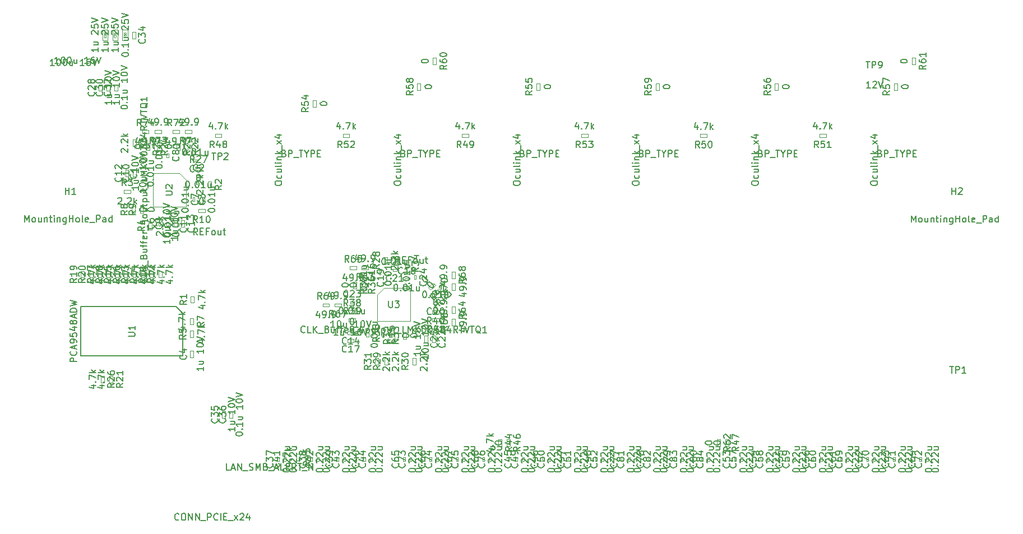
<source format=gbr>
G04 #@! TF.GenerationSoftware,KiCad,Pcbnew,(5.1.5)-3*
G04 #@! TF.CreationDate,2021-10-23T00:21:41+02:00*
G04 #@! TF.ProjectId,riser leopard 2OU Oculink,72697365-7220-46c6-956f-706172642032,rev?*
G04 #@! TF.SameCoordinates,PX4d4b990PY36d6160*
G04 #@! TF.FileFunction,Other,Fab,Top*
%FSLAX46Y46*%
G04 Gerber Fmt 4.6, Leading zero omitted, Abs format (unit mm)*
G04 Created by KiCad (PCBNEW (5.1.5)-3) date 2021-10-23 00:21:41*
%MOMM*%
%LPD*%
G04 APERTURE LIST*
%ADD10C,0.100000*%
%ADD11C,0.150000*%
%ADD12C,0.075000*%
G04 APERTURE END LIST*
D10*
X52000000Y-26200000D02*
X52000000Y-25200000D01*
X52000000Y-25200000D02*
X52500000Y-25200000D01*
X52500000Y-25200000D02*
X52500000Y-26200000D01*
X52500000Y-26200000D02*
X52000000Y-26200000D01*
X11300000Y2425000D02*
X11000000Y2425000D01*
X11300000Y3025000D02*
X11300000Y2425000D01*
X11000000Y3025000D02*
X11300000Y3025000D01*
X11000000Y2425000D02*
X11000000Y3025000D01*
X19350000Y2125000D02*
X19350000Y2425000D01*
X19950000Y2125000D02*
X19350000Y2125000D01*
X19950000Y2425000D02*
X19950000Y2125000D01*
X19350000Y2425000D02*
X19950000Y2425000D01*
X18775000Y-925000D02*
X19075000Y-925000D01*
X18775000Y-1525000D02*
X18775000Y-925000D01*
X19075000Y-1525000D02*
X18775000Y-1525000D01*
X19075000Y-925000D02*
X19075000Y-1525000D01*
X18400000Y-25100000D02*
X18400000Y-24100000D01*
X18400000Y-24100000D02*
X18900000Y-24100000D01*
X18900000Y-24100000D02*
X18900000Y-25100000D01*
X18900000Y-25100000D02*
X18400000Y-25100000D01*
X19475000Y4475000D02*
X18875000Y4475000D01*
X18875000Y4475000D02*
X18875000Y4775000D01*
X18875000Y4775000D02*
X19475000Y4775000D01*
X19475000Y4775000D02*
X19475000Y4475000D01*
X13625000Y-5200000D02*
X13625000Y-4600000D01*
X13625000Y-4600000D02*
X13925000Y-4600000D01*
X13925000Y-4600000D02*
X13925000Y-5200000D01*
X13925000Y-5200000D02*
X13625000Y-5200000D01*
X20250000Y-1525000D02*
X20250000Y-925000D01*
X20250000Y-925000D02*
X20550000Y-925000D01*
X20550000Y-925000D02*
X20550000Y-1525000D01*
X20550000Y-1525000D02*
X20250000Y-1525000D01*
X14850000Y5700000D02*
X15150000Y5700000D01*
X14850000Y5100000D02*
X14850000Y5700000D01*
X15150000Y5100000D02*
X14850000Y5100000D01*
X15150000Y5700000D02*
X15150000Y5100000D01*
X15125000Y-5200000D02*
X14825000Y-5200000D01*
X15125000Y-4600000D02*
X15125000Y-5200000D01*
X14825000Y-4600000D02*
X15125000Y-4600000D01*
X14825000Y-5200000D02*
X14825000Y-4600000D01*
X9750000Y2225000D02*
X9750000Y3225000D01*
X9750000Y3225000D02*
X10250000Y3225000D01*
X10250000Y3225000D02*
X10250000Y2225000D01*
X10250000Y2225000D02*
X9750000Y2225000D01*
X15900000Y-4400000D02*
X16400000Y-4400000D01*
X15900000Y-5400000D02*
X15900000Y-4400000D01*
X16400000Y-5400000D02*
X15900000Y-5400000D01*
X16400000Y-4400000D02*
X16400000Y-5400000D01*
X8600000Y2225000D02*
X8600000Y3225000D01*
X8600000Y3225000D02*
X9100000Y3225000D01*
X9100000Y3225000D02*
X9100000Y2225000D01*
X9100000Y2225000D02*
X8600000Y2225000D01*
X17550000Y-4400000D02*
X17550000Y-5400000D01*
X17550000Y-5400000D02*
X17050000Y-5400000D01*
X17050000Y-5400000D02*
X17050000Y-4400000D01*
X17050000Y-4400000D02*
X17550000Y-4400000D01*
X43125000Y-21625000D02*
X42125000Y-21625000D01*
X42125000Y-21625000D02*
X42125000Y-21125000D01*
X42125000Y-21125000D02*
X43125000Y-21125000D01*
X43125000Y-21125000D02*
X43125000Y-21625000D01*
X47350000Y-21350000D02*
X47650000Y-21350000D01*
X47350000Y-21950000D02*
X47350000Y-21350000D01*
X47650000Y-21950000D02*
X47350000Y-21950000D01*
X47650000Y-21350000D02*
X47650000Y-21950000D01*
X47200000Y-12550000D02*
X46900000Y-12550000D01*
X47200000Y-11950000D02*
X47200000Y-12550000D01*
X46900000Y-11950000D02*
X47200000Y-11950000D01*
X46900000Y-12550000D02*
X46900000Y-11950000D01*
X43125000Y-22325000D02*
X43125000Y-22825000D01*
X42125000Y-22325000D02*
X43125000Y-22325000D01*
X42125000Y-22825000D02*
X42125000Y-22325000D01*
X43125000Y-22825000D02*
X42125000Y-22825000D01*
X50800000Y-13150000D02*
X51400000Y-13150000D01*
X51400000Y-13150000D02*
X51400000Y-13450000D01*
X51400000Y-13450000D02*
X50800000Y-13450000D01*
X50800000Y-13450000D02*
X50800000Y-13150000D01*
X46050000Y-12800000D02*
X46050000Y-13400000D01*
X46050000Y-13400000D02*
X45750000Y-13400000D01*
X45750000Y-13400000D02*
X45750000Y-12800000D01*
X45750000Y-12800000D02*
X46050000Y-12800000D01*
X55750000Y-17050000D02*
X55150000Y-17050000D01*
X55150000Y-17050000D02*
X55150000Y-16750000D01*
X55150000Y-16750000D02*
X55750000Y-16750000D01*
X55750000Y-16750000D02*
X55750000Y-17050000D01*
X49600000Y-12050000D02*
X49000000Y-12050000D01*
X49000000Y-12050000D02*
X49000000Y-11750000D01*
X49000000Y-11750000D02*
X49600000Y-11750000D01*
X49600000Y-11750000D02*
X49600000Y-12050000D01*
X55450000Y-21825000D02*
X55450000Y-22825000D01*
X55450000Y-22825000D02*
X54950000Y-22825000D01*
X54950000Y-22825000D02*
X54950000Y-21825000D01*
X54950000Y-21825000D02*
X55450000Y-21825000D01*
X42550000Y-16950000D02*
X42550000Y-16650000D01*
X43150000Y-16950000D02*
X42550000Y-16950000D01*
X43150000Y-16650000D02*
X43150000Y-16950000D01*
X42550000Y-16650000D02*
X43150000Y-16650000D01*
X52200000Y-12700000D02*
X52500000Y-12700000D01*
X52200000Y-13300000D02*
X52200000Y-12700000D01*
X52500000Y-13300000D02*
X52200000Y-13300000D01*
X52500000Y-12700000D02*
X52500000Y-13300000D01*
X53750000Y-21825000D02*
X54250000Y-21825000D01*
X53750000Y-22825000D02*
X53750000Y-21825000D01*
X54250000Y-22825000D02*
X53750000Y-22825000D01*
X54250000Y-21825000D02*
X54250000Y-22825000D01*
X5050000Y15150000D02*
X4550000Y15150000D01*
X5050000Y16150000D02*
X5050000Y15150000D01*
X4550000Y16150000D02*
X5050000Y16150000D01*
X4550000Y15150000D02*
X4550000Y16150000D01*
X5150000Y24400000D02*
X5950000Y24400000D01*
X5150000Y22800000D02*
X5150000Y24400000D01*
X5950000Y22800000D02*
X5150000Y22800000D01*
X5950000Y24400000D02*
X5950000Y22800000D01*
X5750000Y15150000D02*
X5750000Y16150000D01*
X5750000Y16150000D02*
X6250000Y16150000D01*
X6250000Y16150000D02*
X6250000Y15150000D01*
X6250000Y15150000D02*
X5750000Y15150000D01*
X7450000Y24400000D02*
X7450000Y22800000D01*
X7450000Y22800000D02*
X6650000Y22800000D01*
X6650000Y22800000D02*
X6650000Y24400000D01*
X6650000Y24400000D02*
X7450000Y24400000D01*
X7450000Y15150000D02*
X6950000Y15150000D01*
X7450000Y16150000D02*
X7450000Y15150000D01*
X6950000Y16150000D02*
X7450000Y16150000D01*
X6950000Y15150000D02*
X6950000Y16150000D01*
X8150000Y24400000D02*
X8950000Y24400000D01*
X8150000Y22800000D02*
X8150000Y24400000D01*
X8950000Y22800000D02*
X8150000Y22800000D01*
X8950000Y24400000D02*
X8950000Y22800000D01*
X10150000Y24100000D02*
X10150000Y23100000D01*
X10150000Y23100000D02*
X9650000Y23100000D01*
X9650000Y23100000D02*
X9650000Y24100000D01*
X9650000Y24100000D02*
X10150000Y24100000D01*
X23675000Y-34225000D02*
X23175000Y-34225000D01*
X23675000Y-33225000D02*
X23675000Y-34225000D01*
X23175000Y-33225000D02*
X23675000Y-33225000D01*
X23175000Y-34225000D02*
X23175000Y-33225000D01*
X24825000Y-34225000D02*
X24325000Y-34225000D01*
X24825000Y-33225000D02*
X24825000Y-34225000D01*
X24325000Y-33225000D02*
X24825000Y-33225000D01*
X24325000Y-34225000D02*
X24325000Y-33225000D01*
X31550000Y-40800000D02*
X31550000Y-40200000D01*
X31550000Y-40200000D02*
X31850000Y-40200000D01*
X31850000Y-40200000D02*
X31850000Y-40800000D01*
X31850000Y-40800000D02*
X31550000Y-40800000D01*
X36550000Y-40800000D02*
X36550000Y-40200000D01*
X36550000Y-40200000D02*
X36850000Y-40200000D01*
X36850000Y-40200000D02*
X36850000Y-40800000D01*
X36850000Y-40800000D02*
X36550000Y-40800000D01*
X40550000Y-40800000D02*
X40550000Y-40200000D01*
X40550000Y-40200000D02*
X40850000Y-40200000D01*
X40850000Y-40200000D02*
X40850000Y-40800000D01*
X40850000Y-40800000D02*
X40550000Y-40800000D01*
X44850000Y-40800000D02*
X44550000Y-40800000D01*
X44850000Y-40200000D02*
X44850000Y-40800000D01*
X44550000Y-40200000D02*
X44850000Y-40200000D01*
X44550000Y-40800000D02*
X44550000Y-40200000D01*
X32850000Y-40800000D02*
X32550000Y-40800000D01*
X32850000Y-40200000D02*
X32850000Y-40800000D01*
X32550000Y-40200000D02*
X32850000Y-40200000D01*
X32550000Y-40800000D02*
X32550000Y-40200000D01*
X37850000Y-40800000D02*
X37550000Y-40800000D01*
X37850000Y-40200000D02*
X37850000Y-40800000D01*
X37550000Y-40200000D02*
X37850000Y-40200000D01*
X37550000Y-40800000D02*
X37550000Y-40200000D01*
X41550000Y-40800000D02*
X41550000Y-40200000D01*
X41550000Y-40200000D02*
X41850000Y-40200000D01*
X41850000Y-40200000D02*
X41850000Y-40800000D01*
X41850000Y-40800000D02*
X41550000Y-40800000D01*
X45550000Y-40800000D02*
X45550000Y-40200000D01*
X45550000Y-40200000D02*
X45850000Y-40200000D01*
X45850000Y-40200000D02*
X45850000Y-40800000D01*
X45850000Y-40800000D02*
X45550000Y-40800000D01*
X67850000Y-40800000D02*
X67550000Y-40800000D01*
X67850000Y-40200000D02*
X67850000Y-40800000D01*
X67550000Y-40200000D02*
X67850000Y-40200000D01*
X67550000Y-40800000D02*
X67550000Y-40200000D01*
X71550000Y-40800000D02*
X71550000Y-40200000D01*
X71550000Y-40200000D02*
X71850000Y-40200000D01*
X71850000Y-40200000D02*
X71850000Y-40800000D01*
X71850000Y-40800000D02*
X71550000Y-40800000D01*
X75550000Y-40800000D02*
X75550000Y-40200000D01*
X75550000Y-40200000D02*
X75850000Y-40200000D01*
X75850000Y-40200000D02*
X75850000Y-40800000D01*
X75850000Y-40800000D02*
X75550000Y-40800000D01*
X79550000Y-40800000D02*
X79550000Y-40200000D01*
X79550000Y-40200000D02*
X79850000Y-40200000D01*
X79850000Y-40200000D02*
X79850000Y-40800000D01*
X79850000Y-40800000D02*
X79550000Y-40800000D01*
X68850000Y-40800000D02*
X68550000Y-40800000D01*
X68850000Y-40200000D02*
X68850000Y-40800000D01*
X68550000Y-40200000D02*
X68850000Y-40200000D01*
X68550000Y-40800000D02*
X68550000Y-40200000D01*
X72850000Y-40800000D02*
X72550000Y-40800000D01*
X72850000Y-40200000D02*
X72850000Y-40800000D01*
X72550000Y-40200000D02*
X72850000Y-40200000D01*
X72550000Y-40800000D02*
X72550000Y-40200000D01*
X76850000Y-40800000D02*
X76550000Y-40800000D01*
X76850000Y-40200000D02*
X76850000Y-40800000D01*
X76550000Y-40200000D02*
X76850000Y-40200000D01*
X76550000Y-40800000D02*
X76550000Y-40200000D01*
X80850000Y-40800000D02*
X80550000Y-40800000D01*
X80850000Y-40200000D02*
X80850000Y-40800000D01*
X80550000Y-40200000D02*
X80850000Y-40200000D01*
X80550000Y-40800000D02*
X80550000Y-40200000D01*
X100550000Y-40800000D02*
X100550000Y-40200000D01*
X100550000Y-40200000D02*
X100850000Y-40200000D01*
X100850000Y-40200000D02*
X100850000Y-40800000D01*
X100850000Y-40800000D02*
X100550000Y-40800000D01*
X104550000Y-40800000D02*
X104550000Y-40200000D01*
X104550000Y-40200000D02*
X104850000Y-40200000D01*
X104850000Y-40200000D02*
X104850000Y-40800000D01*
X104850000Y-40800000D02*
X104550000Y-40800000D01*
X108550000Y-40800000D02*
X108550000Y-40200000D01*
X108550000Y-40200000D02*
X108850000Y-40200000D01*
X108850000Y-40200000D02*
X108850000Y-40800000D01*
X108850000Y-40800000D02*
X108550000Y-40800000D01*
X112550000Y-40800000D02*
X112550000Y-40200000D01*
X112550000Y-40200000D02*
X112850000Y-40200000D01*
X112850000Y-40200000D02*
X112850000Y-40800000D01*
X112850000Y-40800000D02*
X112550000Y-40800000D01*
X101850000Y-40800000D02*
X101550000Y-40800000D01*
X101850000Y-40200000D02*
X101850000Y-40800000D01*
X101550000Y-40200000D02*
X101850000Y-40200000D01*
X101550000Y-40800000D02*
X101550000Y-40200000D01*
X105850000Y-40800000D02*
X105550000Y-40800000D01*
X105850000Y-40200000D02*
X105850000Y-40800000D01*
X105550000Y-40200000D02*
X105850000Y-40200000D01*
X105550000Y-40800000D02*
X105550000Y-40200000D01*
X109850000Y-40800000D02*
X109550000Y-40800000D01*
X109850000Y-40200000D02*
X109850000Y-40800000D01*
X109550000Y-40200000D02*
X109850000Y-40200000D01*
X109550000Y-40800000D02*
X109550000Y-40200000D01*
X113850000Y-40800000D02*
X113550000Y-40800000D01*
X113850000Y-40200000D02*
X113850000Y-40800000D01*
X113550000Y-40200000D02*
X113850000Y-40200000D01*
X113550000Y-40800000D02*
X113550000Y-40200000D01*
X116850000Y-40800000D02*
X116550000Y-40800000D01*
X116850000Y-40200000D02*
X116850000Y-40800000D01*
X116550000Y-40200000D02*
X116850000Y-40200000D01*
X116550000Y-40800000D02*
X116550000Y-40200000D01*
X120850000Y-40800000D02*
X120550000Y-40800000D01*
X120850000Y-40200000D02*
X120850000Y-40800000D01*
X120550000Y-40200000D02*
X120850000Y-40200000D01*
X120550000Y-40800000D02*
X120550000Y-40200000D01*
X124850000Y-40800000D02*
X124550000Y-40800000D01*
X124850000Y-40200000D02*
X124850000Y-40800000D01*
X124550000Y-40200000D02*
X124850000Y-40200000D01*
X124550000Y-40800000D02*
X124550000Y-40200000D01*
X128850000Y-40800000D02*
X128550000Y-40800000D01*
X128850000Y-40200000D02*
X128850000Y-40800000D01*
X128550000Y-40200000D02*
X128850000Y-40200000D01*
X128550000Y-40800000D02*
X128550000Y-40200000D01*
X50550000Y-40800000D02*
X50550000Y-40200000D01*
X50550000Y-40200000D02*
X50850000Y-40200000D01*
X50850000Y-40200000D02*
X50850000Y-40800000D01*
X50850000Y-40800000D02*
X50550000Y-40800000D01*
X54550000Y-40800000D02*
X54550000Y-40200000D01*
X54550000Y-40200000D02*
X54850000Y-40200000D01*
X54850000Y-40200000D02*
X54850000Y-40800000D01*
X54850000Y-40800000D02*
X54550000Y-40800000D01*
X58550000Y-40800000D02*
X58550000Y-40200000D01*
X58550000Y-40200000D02*
X58850000Y-40200000D01*
X58850000Y-40200000D02*
X58850000Y-40800000D01*
X58850000Y-40800000D02*
X58550000Y-40800000D01*
X62550000Y-40800000D02*
X62550000Y-40200000D01*
X62550000Y-40200000D02*
X62850000Y-40200000D01*
X62850000Y-40200000D02*
X62850000Y-40800000D01*
X62850000Y-40800000D02*
X62550000Y-40800000D01*
X117550000Y-40800000D02*
X117550000Y-40200000D01*
X117550000Y-40200000D02*
X117850000Y-40200000D01*
X117850000Y-40200000D02*
X117850000Y-40800000D01*
X117850000Y-40800000D02*
X117550000Y-40800000D01*
X121550000Y-40800000D02*
X121550000Y-40200000D01*
X121550000Y-40200000D02*
X121850000Y-40200000D01*
X121850000Y-40200000D02*
X121850000Y-40800000D01*
X121850000Y-40800000D02*
X121550000Y-40800000D01*
X125550000Y-40800000D02*
X125550000Y-40200000D01*
X125550000Y-40200000D02*
X125850000Y-40200000D01*
X125850000Y-40200000D02*
X125850000Y-40800000D01*
X125850000Y-40800000D02*
X125550000Y-40800000D01*
X129550000Y-40800000D02*
X129550000Y-40200000D01*
X129550000Y-40200000D02*
X129850000Y-40200000D01*
X129850000Y-40200000D02*
X129850000Y-40800000D01*
X129850000Y-40800000D02*
X129550000Y-40800000D01*
X51850000Y-40800000D02*
X51550000Y-40800000D01*
X51850000Y-40200000D02*
X51850000Y-40800000D01*
X51550000Y-40200000D02*
X51850000Y-40200000D01*
X51550000Y-40800000D02*
X51550000Y-40200000D01*
X55850000Y-40800000D02*
X55550000Y-40800000D01*
X55850000Y-40200000D02*
X55850000Y-40800000D01*
X55550000Y-40200000D02*
X55850000Y-40200000D01*
X55550000Y-40800000D02*
X55550000Y-40200000D01*
X59850000Y-40800000D02*
X59550000Y-40800000D01*
X59850000Y-40200000D02*
X59850000Y-40800000D01*
X59550000Y-40200000D02*
X59850000Y-40200000D01*
X59550000Y-40800000D02*
X59550000Y-40200000D01*
X63550000Y-40800000D02*
X63550000Y-40200000D01*
X63550000Y-40200000D02*
X63850000Y-40200000D01*
X63850000Y-40200000D02*
X63850000Y-40800000D01*
X63850000Y-40800000D02*
X63550000Y-40800000D01*
X83850000Y-40800000D02*
X83550000Y-40800000D01*
X83850000Y-40200000D02*
X83850000Y-40800000D01*
X83550000Y-40200000D02*
X83850000Y-40200000D01*
X83550000Y-40800000D02*
X83550000Y-40200000D01*
X87550000Y-40800000D02*
X87550000Y-40200000D01*
X87550000Y-40200000D02*
X87850000Y-40200000D01*
X87850000Y-40200000D02*
X87850000Y-40800000D01*
X87850000Y-40800000D02*
X87550000Y-40800000D01*
X91850000Y-40800000D02*
X91550000Y-40800000D01*
X91850000Y-40200000D02*
X91850000Y-40800000D01*
X91550000Y-40200000D02*
X91850000Y-40200000D01*
X91550000Y-40800000D02*
X91550000Y-40200000D01*
X95850000Y-40800000D02*
X95550000Y-40800000D01*
X95850000Y-40200000D02*
X95850000Y-40800000D01*
X95550000Y-40200000D02*
X95850000Y-40200000D01*
X95550000Y-40800000D02*
X95550000Y-40200000D01*
X84850000Y-40800000D02*
X84550000Y-40800000D01*
X84850000Y-40200000D02*
X84850000Y-40800000D01*
X84550000Y-40200000D02*
X84850000Y-40200000D01*
X84550000Y-40800000D02*
X84550000Y-40200000D01*
X88550000Y-40800000D02*
X88550000Y-40200000D01*
X88550000Y-40200000D02*
X88850000Y-40200000D01*
X88850000Y-40200000D02*
X88850000Y-40800000D01*
X88850000Y-40800000D02*
X88550000Y-40800000D01*
X92550000Y-40800000D02*
X92550000Y-40200000D01*
X92550000Y-40200000D02*
X92850000Y-40200000D01*
X92850000Y-40200000D02*
X92850000Y-40800000D01*
X92850000Y-40800000D02*
X92550000Y-40800000D01*
X96550000Y-40800000D02*
X96550000Y-40200000D01*
X96550000Y-40200000D02*
X96850000Y-40200000D01*
X96850000Y-40200000D02*
X96850000Y-40800000D01*
X96850000Y-40800000D02*
X96550000Y-40800000D01*
X18500000Y-16850000D02*
X18500000Y-15850000D01*
X18500000Y-15850000D02*
X19000000Y-15850000D01*
X19000000Y-15850000D02*
X19000000Y-16850000D01*
X19000000Y-16850000D02*
X18500000Y-16850000D01*
X21600000Y1500000D02*
X21600000Y500000D01*
X21600000Y500000D02*
X21100000Y500000D01*
X21100000Y500000D02*
X21100000Y1500000D01*
X21100000Y1500000D02*
X21600000Y1500000D01*
X8400000Y-300000D02*
X8400000Y200000D01*
X9400000Y-300000D02*
X8400000Y-300000D01*
X9400000Y200000D02*
X9400000Y-300000D01*
X8400000Y200000D02*
X9400000Y200000D01*
X12150000Y-5775000D02*
X12150000Y-4775000D01*
X12150000Y-4775000D02*
X12650000Y-4775000D01*
X12650000Y-4775000D02*
X12650000Y-5775000D01*
X12650000Y-5775000D02*
X12150000Y-5775000D01*
X18900000Y-22050000D02*
X18400000Y-22050000D01*
X18900000Y-21050000D02*
X18900000Y-22050000D01*
X18400000Y-21050000D02*
X18900000Y-21050000D01*
X18400000Y-22050000D02*
X18400000Y-21050000D01*
X9725000Y7800000D02*
X10225000Y7800000D01*
X9725000Y6800000D02*
X9725000Y7800000D01*
X10225000Y6800000D02*
X9725000Y6800000D01*
X10225000Y7800000D02*
X10225000Y6800000D01*
X18400000Y-19150000D02*
X18900000Y-19150000D01*
X18400000Y-20150000D02*
X18400000Y-19150000D01*
X18900000Y-20150000D02*
X18400000Y-20150000D01*
X18900000Y-19150000D02*
X18900000Y-20150000D01*
X10072600Y-3250000D02*
X9572600Y-3250000D01*
X10072600Y-2250000D02*
X10072600Y-3250000D01*
X9572600Y-2250000D02*
X10072600Y-2250000D01*
X9572600Y-3250000D02*
X9572600Y-2250000D01*
X10827400Y-3250000D02*
X10827400Y-2250000D01*
X10827400Y-2250000D02*
X11327400Y-2250000D01*
X11327400Y-2250000D02*
X11327400Y-3250000D01*
X11327400Y-3250000D02*
X10827400Y-3250000D01*
X20625000Y-3175000D02*
X19625000Y-3175000D01*
X19625000Y-3175000D02*
X19625000Y-2675000D01*
X19625000Y-2675000D02*
X20625000Y-2675000D01*
X20625000Y-2675000D02*
X20625000Y-3175000D01*
X12300000Y-13050000D02*
X12300000Y-12050000D01*
X12300000Y-12050000D02*
X12800000Y-12050000D01*
X12800000Y-12050000D02*
X12800000Y-13050000D01*
X12800000Y-13050000D02*
X12300000Y-13050000D01*
X14100000Y-13050000D02*
X13600000Y-13050000D01*
X14100000Y-12050000D02*
X14100000Y-13050000D01*
X13600000Y-12050000D02*
X14100000Y-12050000D01*
X13600000Y-13050000D02*
X13600000Y-12050000D01*
X10200000Y-13050000D02*
X9700000Y-13050000D01*
X10200000Y-12050000D02*
X10200000Y-13050000D01*
X9700000Y-12050000D02*
X10200000Y-12050000D01*
X9700000Y-13050000D02*
X9700000Y-12050000D01*
X11000000Y-13050000D02*
X11000000Y-12050000D01*
X11000000Y-12050000D02*
X11500000Y-12050000D01*
X11500000Y-12050000D02*
X11500000Y-13050000D01*
X11500000Y-13050000D02*
X11000000Y-13050000D01*
X7100000Y-13050000D02*
X7100000Y-12050000D01*
X7100000Y-12050000D02*
X7600000Y-12050000D01*
X7600000Y-12050000D02*
X7600000Y-13050000D01*
X7600000Y-13050000D02*
X7100000Y-13050000D01*
X8900000Y-13050000D02*
X8400000Y-13050000D01*
X8900000Y-12050000D02*
X8900000Y-13050000D01*
X8400000Y-12050000D02*
X8900000Y-12050000D01*
X8400000Y-13050000D02*
X8400000Y-12050000D01*
X5000000Y-13050000D02*
X4500000Y-13050000D01*
X5000000Y-12050000D02*
X5000000Y-13050000D01*
X4500000Y-12050000D02*
X5000000Y-12050000D01*
X4500000Y-13050000D02*
X4500000Y-12050000D01*
X5800000Y-13050000D02*
X5800000Y-12050000D01*
X5800000Y-12050000D02*
X6300000Y-12050000D01*
X6300000Y-12050000D02*
X6300000Y-13050000D01*
X6300000Y-13050000D02*
X5800000Y-13050000D01*
X1900000Y-13050000D02*
X1900000Y-12050000D01*
X1900000Y-12050000D02*
X2400000Y-12050000D01*
X2400000Y-12050000D02*
X2400000Y-13050000D01*
X2400000Y-13050000D02*
X1900000Y-13050000D01*
X3700000Y-13050000D02*
X3200000Y-13050000D01*
X3700000Y-12050000D02*
X3700000Y-13050000D01*
X3200000Y-12050000D02*
X3700000Y-12050000D01*
X3200000Y-13050000D02*
X3200000Y-12050000D01*
X6200000Y-27900000D02*
X6700000Y-27900000D01*
X6200000Y-28900000D02*
X6200000Y-27900000D01*
X6700000Y-28900000D02*
X6200000Y-28900000D01*
X6700000Y-27900000D02*
X6700000Y-28900000D01*
X18050000Y7250000D02*
X18050000Y6250000D01*
X18050000Y6250000D02*
X17550000Y6250000D01*
X17550000Y6250000D02*
X17550000Y7250000D01*
X17550000Y7250000D02*
X18050000Y7250000D01*
X16850000Y7250000D02*
X16850000Y6250000D01*
X16850000Y6250000D02*
X16350000Y6250000D01*
X16350000Y6250000D02*
X16350000Y7250000D01*
X16350000Y7250000D02*
X16850000Y7250000D01*
X12950000Y7250000D02*
X13450000Y7250000D01*
X12950000Y6250000D02*
X12950000Y7250000D01*
X13450000Y6250000D02*
X12950000Y6250000D01*
X13450000Y7250000D02*
X13450000Y6250000D01*
X11750000Y7250000D02*
X12250000Y7250000D01*
X11750000Y6250000D02*
X11750000Y7250000D01*
X12250000Y6250000D02*
X11750000Y6250000D01*
X12250000Y7250000D02*
X12250000Y6250000D01*
X5400000Y-27900000D02*
X5400000Y-28900000D01*
X5400000Y-28900000D02*
X4900000Y-28900000D01*
X4900000Y-28900000D02*
X4900000Y-27900000D01*
X4900000Y-27900000D02*
X5400000Y-27900000D01*
X19150000Y3200000D02*
X19150000Y3700000D01*
X20150000Y3200000D02*
X19150000Y3200000D01*
X20150000Y3700000D02*
X20150000Y3200000D01*
X19150000Y3700000D02*
X20150000Y3700000D01*
X48150000Y-10950000D02*
X47650000Y-10950000D01*
X48150000Y-9950000D02*
X48150000Y-10950000D01*
X47650000Y-9950000D02*
X48150000Y-9950000D01*
X47650000Y-10950000D02*
X47650000Y-9950000D01*
X48250000Y-26200000D02*
X47750000Y-26200000D01*
X48250000Y-25200000D02*
X48250000Y-26200000D01*
X47750000Y-25200000D02*
X48250000Y-25200000D01*
X47750000Y-26200000D02*
X47750000Y-25200000D01*
X46350000Y-26200000D02*
X46350000Y-25200000D01*
X46350000Y-25200000D02*
X46850000Y-25200000D01*
X46850000Y-25200000D02*
X46850000Y-26200000D01*
X46850000Y-26200000D02*
X46350000Y-26200000D01*
X49272600Y-22300000D02*
X49272600Y-21300000D01*
X49272600Y-21300000D02*
X49772600Y-21300000D01*
X49772600Y-21300000D02*
X49772600Y-22300000D01*
X49772600Y-22300000D02*
X49272600Y-22300000D01*
X51027400Y-22300000D02*
X50527400Y-22300000D01*
X51027400Y-21300000D02*
X51027400Y-22300000D01*
X50527400Y-21300000D02*
X51027400Y-21300000D01*
X50527400Y-22300000D02*
X50527400Y-21300000D01*
X50850000Y-10400000D02*
X51350000Y-10400000D01*
X50850000Y-11400000D02*
X50850000Y-10400000D01*
X51350000Y-11400000D02*
X50850000Y-11400000D01*
X51350000Y-10400000D02*
X51350000Y-11400000D01*
X45425000Y-20975000D02*
X45425000Y-21975000D01*
X45425000Y-21975000D02*
X44925000Y-21975000D01*
X44925000Y-21975000D02*
X44925000Y-20975000D01*
X44925000Y-20975000D02*
X45425000Y-20975000D01*
X44750000Y-13675000D02*
X44750000Y-14675000D01*
X44750000Y-14675000D02*
X44250000Y-14675000D01*
X44250000Y-14675000D02*
X44250000Y-13675000D01*
X44250000Y-13675000D02*
X44750000Y-13675000D01*
X43050000Y-13675000D02*
X43550000Y-13675000D01*
X43050000Y-14675000D02*
X43050000Y-13675000D01*
X43550000Y-14675000D02*
X43050000Y-14675000D01*
X43550000Y-13675000D02*
X43550000Y-14675000D01*
X42350000Y-18000000D02*
X43350000Y-18000000D01*
X43350000Y-18000000D02*
X43350000Y-18500000D01*
X43350000Y-18500000D02*
X42350000Y-18500000D01*
X42350000Y-18500000D02*
X42350000Y-18000000D01*
X42350000Y-19700000D02*
X42350000Y-19200000D01*
X43350000Y-19700000D02*
X42350000Y-19700000D01*
X43350000Y-19200000D02*
X43350000Y-19700000D01*
X42350000Y-19200000D02*
X43350000Y-19200000D01*
X55950000Y-18500000D02*
X54950000Y-18500000D01*
X54950000Y-18500000D02*
X54950000Y-18000000D01*
X54950000Y-18000000D02*
X55950000Y-18000000D01*
X55950000Y-18000000D02*
X55950000Y-18500000D01*
X55950000Y-19200000D02*
X55950000Y-19700000D01*
X54950000Y-19200000D02*
X55950000Y-19200000D01*
X54950000Y-19700000D02*
X54950000Y-19200000D01*
X55950000Y-19700000D02*
X54950000Y-19700000D01*
X55430330Y-14173223D02*
X54723223Y-14880330D01*
X54723223Y-14880330D02*
X54369670Y-14526777D01*
X54369670Y-14526777D02*
X55076777Y-13819670D01*
X55076777Y-13819670D02*
X55430330Y-14173223D01*
X55926777Y-14669670D02*
X56280330Y-15023223D01*
X55219670Y-15376777D02*
X55926777Y-14669670D01*
X55573223Y-15730330D02*
X55219670Y-15376777D01*
X56280330Y-15023223D02*
X55573223Y-15730330D01*
X65450000Y-37500000D02*
X65450000Y-38500000D01*
X65450000Y-38500000D02*
X64950000Y-38500000D01*
X64950000Y-38500000D02*
X64950000Y-37500000D01*
X64950000Y-37500000D02*
X65450000Y-37500000D01*
X34450000Y-39700000D02*
X34950000Y-39700000D01*
X34450000Y-40700000D02*
X34450000Y-39700000D01*
X34950000Y-40700000D02*
X34450000Y-40700000D01*
X34950000Y-39700000D02*
X34950000Y-40700000D01*
X66700000Y-37500000D02*
X66700000Y-38500000D01*
X66700000Y-38500000D02*
X66200000Y-38500000D01*
X66200000Y-38500000D02*
X66200000Y-37500000D01*
X66200000Y-37500000D02*
X66700000Y-37500000D01*
X99200000Y-37500000D02*
X99700000Y-37500000D01*
X99200000Y-38500000D02*
X99200000Y-37500000D01*
X99700000Y-38500000D02*
X99200000Y-38500000D01*
X99700000Y-37500000D02*
X99700000Y-38500000D01*
X23150000Y8650000D02*
X23150000Y8150000D01*
X22150000Y8650000D02*
X23150000Y8650000D01*
X22150000Y8150000D02*
X22150000Y8650000D01*
X23150000Y8150000D02*
X22150000Y8150000D01*
X60450000Y8150000D02*
X59450000Y8150000D01*
X59450000Y8150000D02*
X59450000Y8650000D01*
X59450000Y8650000D02*
X60450000Y8650000D01*
X60450000Y8650000D02*
X60450000Y8150000D01*
X96450000Y8125000D02*
X95450000Y8125000D01*
X95450000Y8125000D02*
X95450000Y8625000D01*
X95450000Y8625000D02*
X96450000Y8625000D01*
X96450000Y8625000D02*
X96450000Y8125000D01*
X114450000Y8650000D02*
X114450000Y8150000D01*
X113450000Y8650000D02*
X114450000Y8650000D01*
X113450000Y8150000D02*
X113450000Y8650000D01*
X114450000Y8150000D02*
X113450000Y8150000D01*
X42450000Y8650000D02*
X42450000Y8150000D01*
X41450000Y8650000D02*
X42450000Y8650000D01*
X41450000Y8150000D02*
X41450000Y8650000D01*
X42450000Y8150000D02*
X41450000Y8150000D01*
X78450000Y8150000D02*
X77450000Y8150000D01*
X77450000Y8150000D02*
X77450000Y8650000D01*
X77450000Y8650000D02*
X78450000Y8650000D01*
X78450000Y8650000D02*
X78450000Y8150000D01*
X36900000Y12750000D02*
X36900000Y13750000D01*
X36900000Y13750000D02*
X37400000Y13750000D01*
X37400000Y13750000D02*
X37400000Y12750000D01*
X37400000Y12750000D02*
X36900000Y12750000D01*
X71200000Y15300000D02*
X70700000Y15300000D01*
X71200000Y16300000D02*
X71200000Y15300000D01*
X70700000Y16300000D02*
X71200000Y16300000D01*
X70700000Y15300000D02*
X70700000Y16300000D01*
X106700000Y15300000D02*
X106700000Y16300000D01*
X106700000Y16300000D02*
X107200000Y16300000D01*
X107200000Y16300000D02*
X107200000Y15300000D01*
X107200000Y15300000D02*
X106700000Y15300000D01*
X125200000Y15300000D02*
X124700000Y15300000D01*
X125200000Y16300000D02*
X125200000Y15300000D01*
X124700000Y16300000D02*
X125200000Y16300000D01*
X124700000Y15300000D02*
X124700000Y16300000D01*
X52700000Y15300000D02*
X52700000Y16300000D01*
X52700000Y16300000D02*
X53200000Y16300000D01*
X53200000Y16300000D02*
X53200000Y15300000D01*
X53200000Y15300000D02*
X52700000Y15300000D01*
X88700000Y15300000D02*
X88700000Y16300000D01*
X88700000Y16300000D02*
X89200000Y16300000D01*
X89200000Y16300000D02*
X89200000Y15300000D01*
X89200000Y15300000D02*
X88700000Y15300000D01*
X55075000Y20175000D02*
X55575000Y20175000D01*
X55075000Y19175000D02*
X55075000Y20175000D01*
X55575000Y19175000D02*
X55075000Y19175000D01*
X55575000Y20175000D02*
X55575000Y19175000D01*
X127950000Y20175000D02*
X127950000Y19175000D01*
X127950000Y19175000D02*
X127450000Y19175000D01*
X127450000Y19175000D02*
X127450000Y20175000D01*
X127450000Y20175000D02*
X127950000Y20175000D01*
X97950000Y-37500000D02*
X98450000Y-37500000D01*
X97950000Y-38500000D02*
X97950000Y-37500000D01*
X98450000Y-38500000D02*
X97950000Y-38500000D01*
X98450000Y-37500000D02*
X98450000Y-38500000D01*
X17750000Y-2300000D02*
X17750000Y1700000D01*
X17750000Y1700000D02*
X16750000Y2700000D01*
X16750000Y2700000D02*
X12750000Y2700000D01*
X17750000Y-2300000D02*
X12750000Y-2300000D01*
X12750000Y-2300000D02*
X12750000Y2700000D01*
X51650000Y-19600000D02*
X46650000Y-19600000D01*
X51650000Y-14600000D02*
X51650000Y-19600000D01*
X46650000Y-15600000D02*
X46650000Y-19600000D01*
X47650000Y-14600000D02*
X46650000Y-15600000D01*
X51650000Y-14600000D02*
X47650000Y-14600000D01*
D11*
X16300000Y-17400000D02*
X17300000Y-18400000D01*
X1900000Y-17400000D02*
X16300000Y-17400000D01*
X1900000Y-24900000D02*
X1900000Y-17400000D01*
X17300000Y-24900000D02*
X1900000Y-24900000D01*
X17300000Y-18400000D02*
X17300000Y-24900000D01*
D10*
X45300000Y-11350000D02*
X45300000Y-11850000D01*
X44300000Y-11350000D02*
X45300000Y-11350000D01*
X44300000Y-11850000D02*
X44300000Y-11350000D01*
X45300000Y-11850000D02*
X44300000Y-11850000D01*
X57925000Y-17450000D02*
X58425000Y-17450000D01*
X57925000Y-18450000D02*
X57925000Y-17450000D01*
X58425000Y-18450000D02*
X57925000Y-18450000D01*
X58425000Y-17450000D02*
X58425000Y-18450000D01*
X42500000Y-11350000D02*
X43500000Y-11350000D01*
X43500000Y-11350000D02*
X43500000Y-11850000D01*
X43500000Y-11850000D02*
X42500000Y-11850000D01*
X42500000Y-11850000D02*
X42500000Y-11350000D01*
X57925000Y-20250000D02*
X57925000Y-19250000D01*
X57925000Y-19250000D02*
X58425000Y-19250000D01*
X58425000Y-19250000D02*
X58425000Y-20250000D01*
X58425000Y-20250000D02*
X57925000Y-20250000D01*
X41200000Y-16950000D02*
X41200000Y-17450000D01*
X40200000Y-16950000D02*
X41200000Y-16950000D01*
X40200000Y-17450000D02*
X40200000Y-16950000D01*
X41200000Y-17450000D02*
X40200000Y-17450000D01*
X58425000Y-12150000D02*
X58425000Y-13150000D01*
X58425000Y-13150000D02*
X57925000Y-13150000D01*
X57925000Y-13150000D02*
X57925000Y-12150000D01*
X57925000Y-12150000D02*
X58425000Y-12150000D01*
X38400000Y-16950000D02*
X39400000Y-16950000D01*
X39400000Y-16950000D02*
X39400000Y-17450000D01*
X39400000Y-17450000D02*
X38400000Y-17450000D01*
X38400000Y-17450000D02*
X38400000Y-16950000D01*
X58425000Y-14950000D02*
X57925000Y-14950000D01*
X58425000Y-13950000D02*
X58425000Y-14950000D01*
X57925000Y-13950000D02*
X58425000Y-13950000D01*
X57925000Y-14950000D02*
X57925000Y-13950000D01*
X18650000Y9250000D02*
X18650000Y8750000D01*
X17650000Y9250000D02*
X18650000Y9250000D01*
X17650000Y8750000D02*
X17650000Y9250000D01*
X18650000Y8750000D02*
X17650000Y8750000D01*
X15750000Y9250000D02*
X16750000Y9250000D01*
X16750000Y9250000D02*
X16750000Y8750000D01*
X16750000Y8750000D02*
X15750000Y8750000D01*
X15750000Y8750000D02*
X15750000Y9250000D01*
X14050000Y8750000D02*
X13050000Y8750000D01*
X13050000Y8750000D02*
X13050000Y9250000D01*
X13050000Y9250000D02*
X14050000Y9250000D01*
X14050000Y9250000D02*
X14050000Y8750000D01*
X11150000Y8750000D02*
X11150000Y9250000D01*
X12150000Y8750000D02*
X11150000Y8750000D01*
X12150000Y9250000D02*
X12150000Y8750000D01*
X11150000Y9250000D02*
X12150000Y9250000D01*
D11*
X53247619Y-27104761D02*
X53200000Y-27057142D01*
X53152380Y-26961904D01*
X53152380Y-26723809D01*
X53200000Y-26628571D01*
X53247619Y-26580952D01*
X53342857Y-26533333D01*
X53438095Y-26533333D01*
X53580952Y-26580952D01*
X54152380Y-27152380D01*
X54152380Y-26533333D01*
X54057142Y-26104761D02*
X54104761Y-26057142D01*
X54152380Y-26104761D01*
X54104761Y-26152380D01*
X54057142Y-26104761D01*
X54152380Y-26104761D01*
X53247619Y-25676190D02*
X53200000Y-25628571D01*
X53152380Y-25533333D01*
X53152380Y-25295238D01*
X53200000Y-25200000D01*
X53247619Y-25152380D01*
X53342857Y-25104761D01*
X53438095Y-25104761D01*
X53580952Y-25152380D01*
X54152380Y-25723809D01*
X54152380Y-25104761D01*
X54152380Y-24676190D02*
X53152380Y-24676190D01*
X53771428Y-24580952D02*
X54152380Y-24295238D01*
X53485714Y-24295238D02*
X53866666Y-24676190D01*
X51352380Y-26342857D02*
X50876190Y-26676190D01*
X51352380Y-26914285D02*
X50352380Y-26914285D01*
X50352380Y-26533333D01*
X50400000Y-26438095D01*
X50447619Y-26390476D01*
X50542857Y-26342857D01*
X50685714Y-26342857D01*
X50780952Y-26390476D01*
X50828571Y-26438095D01*
X50876190Y-26533333D01*
X50876190Y-26914285D01*
X50352380Y-26009523D02*
X50352380Y-25390476D01*
X50733333Y-25723809D01*
X50733333Y-25580952D01*
X50780952Y-25485714D01*
X50828571Y-25438095D01*
X50923809Y-25390476D01*
X51161904Y-25390476D01*
X51257142Y-25438095D01*
X51304761Y-25485714D01*
X51352380Y-25580952D01*
X51352380Y-25866666D01*
X51304761Y-25961904D01*
X51257142Y-26009523D01*
X50352380Y-24771428D02*
X50352380Y-24676190D01*
X50400000Y-24580952D01*
X50447619Y-24533333D01*
X50542857Y-24485714D01*
X50733333Y-24438095D01*
X50971428Y-24438095D01*
X51161904Y-24485714D01*
X51257142Y-24533333D01*
X51304761Y-24580952D01*
X51352380Y-24676190D01*
X51352380Y-24771428D01*
X51304761Y-24866666D01*
X51257142Y-24914285D01*
X51161904Y-24961904D01*
X50971428Y-25009523D01*
X50733333Y-25009523D01*
X50542857Y-24961904D01*
X50447619Y-24914285D01*
X50400000Y-24866666D01*
X50352380Y-24771428D01*
X11872380Y1034524D02*
X11872380Y1129762D01*
X11920000Y1225000D01*
X11967619Y1272620D01*
X12062857Y1320239D01*
X12253333Y1367858D01*
X12491428Y1367858D01*
X12681904Y1320239D01*
X12777142Y1272620D01*
X12824761Y1225000D01*
X12872380Y1129762D01*
X12872380Y1034524D01*
X12824761Y939286D01*
X12777142Y891667D01*
X12681904Y844048D01*
X12491428Y796429D01*
X12253333Y796429D01*
X12062857Y844048D01*
X11967619Y891667D01*
X11920000Y939286D01*
X11872380Y1034524D01*
X12777142Y1796429D02*
X12824761Y1844048D01*
X12872380Y1796429D01*
X12824761Y1748810D01*
X12777142Y1796429D01*
X12872380Y1796429D01*
X11872380Y2463096D02*
X11872380Y2558334D01*
X11920000Y2653572D01*
X11967619Y2701191D01*
X12062857Y2748810D01*
X12253333Y2796429D01*
X12491428Y2796429D01*
X12681904Y2748810D01*
X12777142Y2701191D01*
X12824761Y2653572D01*
X12872380Y2558334D01*
X12872380Y2463096D01*
X12824761Y2367858D01*
X12777142Y2320239D01*
X12681904Y2272620D01*
X12491428Y2225000D01*
X12253333Y2225000D01*
X12062857Y2272620D01*
X11967619Y2320239D01*
X11920000Y2367858D01*
X11872380Y2463096D01*
X12872380Y3748810D02*
X12872380Y3177381D01*
X12872380Y3463096D02*
X11872380Y3463096D01*
X12015238Y3367858D01*
X12110476Y3272620D01*
X12158095Y3177381D01*
X12205714Y4605953D02*
X12872380Y4605953D01*
X12205714Y4177381D02*
X12729523Y4177381D01*
X12824761Y4225000D01*
X12872380Y4320239D01*
X12872380Y4463096D01*
X12824761Y4558334D01*
X12777142Y4605953D01*
X10237142Y2558334D02*
X10284761Y2510715D01*
X10332380Y2367858D01*
X10332380Y2272620D01*
X10284761Y2129762D01*
X10189523Y2034524D01*
X10094285Y1986905D01*
X9903809Y1939286D01*
X9760952Y1939286D01*
X9570476Y1986905D01*
X9475238Y2034524D01*
X9380000Y2129762D01*
X9332380Y2272620D01*
X9332380Y2367858D01*
X9380000Y2510715D01*
X9427619Y2558334D01*
X10332380Y3510715D02*
X10332380Y2939286D01*
X10332380Y3225000D02*
X9332380Y3225000D01*
X9475238Y3129762D01*
X9570476Y3034524D01*
X9618095Y2939286D01*
X17959523Y1552620D02*
X18054761Y1552620D01*
X18150000Y1505000D01*
X18197619Y1457381D01*
X18245238Y1362143D01*
X18292857Y1171667D01*
X18292857Y933572D01*
X18245238Y743096D01*
X18197619Y647858D01*
X18150000Y600239D01*
X18054761Y552620D01*
X17959523Y552620D01*
X17864285Y600239D01*
X17816666Y647858D01*
X17769047Y743096D01*
X17721428Y933572D01*
X17721428Y1171667D01*
X17769047Y1362143D01*
X17816666Y1457381D01*
X17864285Y1505000D01*
X17959523Y1552620D01*
X18721428Y647858D02*
X18769047Y600239D01*
X18721428Y552620D01*
X18673809Y600239D01*
X18721428Y647858D01*
X18721428Y552620D01*
X19388095Y1552620D02*
X19483333Y1552620D01*
X19578571Y1505000D01*
X19626190Y1457381D01*
X19673809Y1362143D01*
X19721428Y1171667D01*
X19721428Y933572D01*
X19673809Y743096D01*
X19626190Y647858D01*
X19578571Y600239D01*
X19483333Y552620D01*
X19388095Y552620D01*
X19292857Y600239D01*
X19245238Y647858D01*
X19197619Y743096D01*
X19150000Y933572D01*
X19150000Y1171667D01*
X19197619Y1362143D01*
X19245238Y1457381D01*
X19292857Y1505000D01*
X19388095Y1552620D01*
X20673809Y552620D02*
X20102380Y552620D01*
X20388095Y552620D02*
X20388095Y1552620D01*
X20292857Y1409762D01*
X20197619Y1314524D01*
X20102380Y1266905D01*
X21530952Y1219286D02*
X21530952Y552620D01*
X21102380Y1219286D02*
X21102380Y695477D01*
X21150000Y600239D01*
X21245238Y552620D01*
X21388095Y552620D01*
X21483333Y600239D01*
X21530952Y647858D01*
X19483333Y3187858D02*
X19435714Y3140239D01*
X19292857Y3092620D01*
X19197619Y3092620D01*
X19054761Y3140239D01*
X18959523Y3235477D01*
X18911904Y3330715D01*
X18864285Y3521191D01*
X18864285Y3664048D01*
X18911904Y3854524D01*
X18959523Y3949762D01*
X19054761Y4045000D01*
X19197619Y4092620D01*
X19292857Y4092620D01*
X19435714Y4045000D01*
X19483333Y3997381D01*
X19864285Y3997381D02*
X19911904Y4045000D01*
X20007142Y4092620D01*
X20245238Y4092620D01*
X20340476Y4045000D01*
X20388095Y3997381D01*
X20435714Y3902143D01*
X20435714Y3806905D01*
X20388095Y3664048D01*
X19816666Y3092620D01*
X20435714Y3092620D01*
X17107380Y-2915476D02*
X17107380Y-2820238D01*
X17155000Y-2725000D01*
X17202619Y-2677380D01*
X17297857Y-2629761D01*
X17488333Y-2582142D01*
X17726428Y-2582142D01*
X17916904Y-2629761D01*
X18012142Y-2677380D01*
X18059761Y-2725000D01*
X18107380Y-2820238D01*
X18107380Y-2915476D01*
X18059761Y-3010714D01*
X18012142Y-3058333D01*
X17916904Y-3105952D01*
X17726428Y-3153571D01*
X17488333Y-3153571D01*
X17297857Y-3105952D01*
X17202619Y-3058333D01*
X17155000Y-3010714D01*
X17107380Y-2915476D01*
X18012142Y-2153571D02*
X18059761Y-2105952D01*
X18107380Y-2153571D01*
X18059761Y-2201190D01*
X18012142Y-2153571D01*
X18107380Y-2153571D01*
X17107380Y-1486904D02*
X17107380Y-1391666D01*
X17155000Y-1296428D01*
X17202619Y-1248809D01*
X17297857Y-1201190D01*
X17488333Y-1153571D01*
X17726428Y-1153571D01*
X17916904Y-1201190D01*
X18012142Y-1248809D01*
X18059761Y-1296428D01*
X18107380Y-1391666D01*
X18107380Y-1486904D01*
X18059761Y-1582142D01*
X18012142Y-1629761D01*
X17916904Y-1677380D01*
X17726428Y-1725000D01*
X17488333Y-1725000D01*
X17297857Y-1677380D01*
X17202619Y-1629761D01*
X17155000Y-1582142D01*
X17107380Y-1486904D01*
X18107380Y-201190D02*
X18107380Y-772619D01*
X18107380Y-486904D02*
X17107380Y-486904D01*
X17250238Y-582142D01*
X17345476Y-677380D01*
X17393095Y-772619D01*
X17440714Y655953D02*
X18107380Y655953D01*
X17440714Y227381D02*
X17964523Y227381D01*
X18059761Y275000D01*
X18107380Y370239D01*
X18107380Y513096D01*
X18059761Y608334D01*
X18012142Y655953D01*
X20552142Y-1391666D02*
X20599761Y-1439285D01*
X20647380Y-1582142D01*
X20647380Y-1677380D01*
X20599761Y-1820238D01*
X20504523Y-1915476D01*
X20409285Y-1963095D01*
X20218809Y-2010714D01*
X20075952Y-2010714D01*
X19885476Y-1963095D01*
X19790238Y-1915476D01*
X19695000Y-1820238D01*
X19647380Y-1677380D01*
X19647380Y-1582142D01*
X19695000Y-1439285D01*
X19742619Y-1391666D01*
X19647380Y-1058333D02*
X19647380Y-439285D01*
X20028333Y-772619D01*
X20028333Y-629761D01*
X20075952Y-534523D01*
X20123571Y-486904D01*
X20218809Y-439285D01*
X20456904Y-439285D01*
X20552142Y-486904D01*
X20599761Y-534523D01*
X20647380Y-629761D01*
X20647380Y-915476D01*
X20599761Y-1010714D01*
X20552142Y-1058333D01*
X20372380Y-26528571D02*
X20372380Y-27100000D01*
X20372380Y-26814285D02*
X19372380Y-26814285D01*
X19515238Y-26909523D01*
X19610476Y-27004761D01*
X19658095Y-27100000D01*
X19705714Y-25671428D02*
X20372380Y-25671428D01*
X19705714Y-26100000D02*
X20229523Y-26100000D01*
X20324761Y-26052380D01*
X20372380Y-25957142D01*
X20372380Y-25814285D01*
X20324761Y-25719047D01*
X20277142Y-25671428D01*
X20372380Y-23909523D02*
X20372380Y-24480952D01*
X20372380Y-24195238D02*
X19372380Y-24195238D01*
X19515238Y-24290476D01*
X19610476Y-24385714D01*
X19658095Y-24480952D01*
X19372380Y-23290476D02*
X19372380Y-23195238D01*
X19420000Y-23100000D01*
X19467619Y-23052380D01*
X19562857Y-23004761D01*
X19753333Y-22957142D01*
X19991428Y-22957142D01*
X20181904Y-23004761D01*
X20277142Y-23052380D01*
X20324761Y-23100000D01*
X20372380Y-23195238D01*
X20372380Y-23290476D01*
X20324761Y-23385714D01*
X20277142Y-23433333D01*
X20181904Y-23480952D01*
X19991428Y-23528571D01*
X19753333Y-23528571D01*
X19562857Y-23480952D01*
X19467619Y-23433333D01*
X19420000Y-23385714D01*
X19372380Y-23290476D01*
X19372380Y-22671428D02*
X20372380Y-22338095D01*
X19372380Y-22004761D01*
X17737142Y-24766666D02*
X17784761Y-24814285D01*
X17832380Y-24957142D01*
X17832380Y-25052380D01*
X17784761Y-25195238D01*
X17689523Y-25290476D01*
X17594285Y-25338095D01*
X17403809Y-25385714D01*
X17260952Y-25385714D01*
X17070476Y-25338095D01*
X16975238Y-25290476D01*
X16880000Y-25195238D01*
X16832380Y-25052380D01*
X16832380Y-24957142D01*
X16880000Y-24814285D01*
X16927619Y-24766666D01*
X17165714Y-23909523D02*
X17832380Y-23909523D01*
X16784761Y-24147619D02*
X17499047Y-24385714D01*
X17499047Y-23766666D01*
X17484523Y6442620D02*
X17579761Y6442620D01*
X17675000Y6395000D01*
X17722619Y6347381D01*
X17770238Y6252143D01*
X17817857Y6061667D01*
X17817857Y5823572D01*
X17770238Y5633096D01*
X17722619Y5537858D01*
X17675000Y5490239D01*
X17579761Y5442620D01*
X17484523Y5442620D01*
X17389285Y5490239D01*
X17341666Y5537858D01*
X17294047Y5633096D01*
X17246428Y5823572D01*
X17246428Y6061667D01*
X17294047Y6252143D01*
X17341666Y6347381D01*
X17389285Y6395000D01*
X17484523Y6442620D01*
X18246428Y5537858D02*
X18294047Y5490239D01*
X18246428Y5442620D01*
X18198809Y5490239D01*
X18246428Y5537858D01*
X18246428Y5442620D01*
X18913095Y6442620D02*
X19008333Y6442620D01*
X19103571Y6395000D01*
X19151190Y6347381D01*
X19198809Y6252143D01*
X19246428Y6061667D01*
X19246428Y5823572D01*
X19198809Y5633096D01*
X19151190Y5537858D01*
X19103571Y5490239D01*
X19008333Y5442620D01*
X18913095Y5442620D01*
X18817857Y5490239D01*
X18770238Y5537858D01*
X18722619Y5633096D01*
X18675000Y5823572D01*
X18675000Y6061667D01*
X18722619Y6252143D01*
X18770238Y6347381D01*
X18817857Y6395000D01*
X18913095Y6442620D01*
X20198809Y5442620D02*
X19627380Y5442620D01*
X19913095Y5442620D02*
X19913095Y6442620D01*
X19817857Y6299762D01*
X19722619Y6204524D01*
X19627380Y6156905D01*
X21055952Y6109286D02*
X21055952Y5442620D01*
X20627380Y6109286D02*
X20627380Y5585477D01*
X20675000Y5490239D01*
X20770238Y5442620D01*
X20913095Y5442620D01*
X21008333Y5490239D01*
X21055952Y5537858D01*
X19008333Y2997858D02*
X18960714Y2950239D01*
X18817857Y2902620D01*
X18722619Y2902620D01*
X18579761Y2950239D01*
X18484523Y3045477D01*
X18436904Y3140715D01*
X18389285Y3331191D01*
X18389285Y3474048D01*
X18436904Y3664524D01*
X18484523Y3759762D01*
X18579761Y3855000D01*
X18722619Y3902620D01*
X18817857Y3902620D01*
X18960714Y3855000D01*
X19008333Y3807381D01*
X19913095Y3902620D02*
X19436904Y3902620D01*
X19389285Y3426429D01*
X19436904Y3474048D01*
X19532142Y3521667D01*
X19770238Y3521667D01*
X19865476Y3474048D01*
X19913095Y3426429D01*
X19960714Y3331191D01*
X19960714Y3093096D01*
X19913095Y2997858D01*
X19865476Y2950239D01*
X19770238Y2902620D01*
X19532142Y2902620D01*
X19436904Y2950239D01*
X19389285Y2997858D01*
X14497380Y-6590476D02*
X14497380Y-6495238D01*
X14545000Y-6400000D01*
X14592619Y-6352380D01*
X14687857Y-6304761D01*
X14878333Y-6257142D01*
X15116428Y-6257142D01*
X15306904Y-6304761D01*
X15402142Y-6352380D01*
X15449761Y-6400000D01*
X15497380Y-6495238D01*
X15497380Y-6590476D01*
X15449761Y-6685714D01*
X15402142Y-6733333D01*
X15306904Y-6780952D01*
X15116428Y-6828571D01*
X14878333Y-6828571D01*
X14687857Y-6780952D01*
X14592619Y-6733333D01*
X14545000Y-6685714D01*
X14497380Y-6590476D01*
X15402142Y-5828571D02*
X15449761Y-5780952D01*
X15497380Y-5828571D01*
X15449761Y-5876190D01*
X15402142Y-5828571D01*
X15497380Y-5828571D01*
X14497380Y-5161904D02*
X14497380Y-5066666D01*
X14545000Y-4971428D01*
X14592619Y-4923809D01*
X14687857Y-4876190D01*
X14878333Y-4828571D01*
X15116428Y-4828571D01*
X15306904Y-4876190D01*
X15402142Y-4923809D01*
X15449761Y-4971428D01*
X15497380Y-5066666D01*
X15497380Y-5161904D01*
X15449761Y-5257142D01*
X15402142Y-5304761D01*
X15306904Y-5352380D01*
X15116428Y-5400000D01*
X14878333Y-5400000D01*
X14687857Y-5352380D01*
X14592619Y-5304761D01*
X14545000Y-5257142D01*
X14497380Y-5161904D01*
X15497380Y-3876190D02*
X15497380Y-4447619D01*
X15497380Y-4161904D02*
X14497380Y-4161904D01*
X14640238Y-4257142D01*
X14735476Y-4352380D01*
X14783095Y-4447619D01*
X14830714Y-3019047D02*
X15497380Y-3019047D01*
X14830714Y-3447619D02*
X15354523Y-3447619D01*
X15449761Y-3400000D01*
X15497380Y-3304761D01*
X15497380Y-3161904D01*
X15449761Y-3066666D01*
X15402142Y-3019047D01*
X12862142Y-5066666D02*
X12909761Y-5114285D01*
X12957380Y-5257142D01*
X12957380Y-5352380D01*
X12909761Y-5495238D01*
X12814523Y-5590476D01*
X12719285Y-5638095D01*
X12528809Y-5685714D01*
X12385952Y-5685714D01*
X12195476Y-5638095D01*
X12100238Y-5590476D01*
X12005000Y-5495238D01*
X11957380Y-5352380D01*
X11957380Y-5257142D01*
X12005000Y-5114285D01*
X12052619Y-5066666D01*
X11957380Y-4209523D02*
X11957380Y-4400000D01*
X12005000Y-4495238D01*
X12052619Y-4542857D01*
X12195476Y-4638095D01*
X12385952Y-4685714D01*
X12766904Y-4685714D01*
X12862142Y-4638095D01*
X12909761Y-4590476D01*
X12957380Y-4495238D01*
X12957380Y-4304761D01*
X12909761Y-4209523D01*
X12862142Y-4161904D01*
X12766904Y-4114285D01*
X12528809Y-4114285D01*
X12433571Y-4161904D01*
X12385952Y-4209523D01*
X12338333Y-4304761D01*
X12338333Y-4495238D01*
X12385952Y-4590476D01*
X12433571Y-4638095D01*
X12528809Y-4685714D01*
X21122380Y-2915476D02*
X21122380Y-2820238D01*
X21170000Y-2725000D01*
X21217619Y-2677380D01*
X21312857Y-2629761D01*
X21503333Y-2582142D01*
X21741428Y-2582142D01*
X21931904Y-2629761D01*
X22027142Y-2677380D01*
X22074761Y-2725000D01*
X22122380Y-2820238D01*
X22122380Y-2915476D01*
X22074761Y-3010714D01*
X22027142Y-3058333D01*
X21931904Y-3105952D01*
X21741428Y-3153571D01*
X21503333Y-3153571D01*
X21312857Y-3105952D01*
X21217619Y-3058333D01*
X21170000Y-3010714D01*
X21122380Y-2915476D01*
X22027142Y-2153571D02*
X22074761Y-2105952D01*
X22122380Y-2153571D01*
X22074761Y-2201190D01*
X22027142Y-2153571D01*
X22122380Y-2153571D01*
X21122380Y-1486904D02*
X21122380Y-1391666D01*
X21170000Y-1296428D01*
X21217619Y-1248809D01*
X21312857Y-1201190D01*
X21503333Y-1153571D01*
X21741428Y-1153571D01*
X21931904Y-1201190D01*
X22027142Y-1248809D01*
X22074761Y-1296428D01*
X22122380Y-1391666D01*
X22122380Y-1486904D01*
X22074761Y-1582142D01*
X22027142Y-1629761D01*
X21931904Y-1677380D01*
X21741428Y-1725000D01*
X21503333Y-1725000D01*
X21312857Y-1677380D01*
X21217619Y-1629761D01*
X21170000Y-1582142D01*
X21122380Y-1486904D01*
X22122380Y-201190D02*
X22122380Y-772619D01*
X22122380Y-486904D02*
X21122380Y-486904D01*
X21265238Y-582142D01*
X21360476Y-677380D01*
X21408095Y-772619D01*
X21455714Y655953D02*
X22122380Y655953D01*
X21455714Y227381D02*
X21979523Y227381D01*
X22074761Y275000D01*
X22122380Y370239D01*
X22122380Y513096D01*
X22074761Y608334D01*
X22027142Y655953D01*
X19487142Y-1391666D02*
X19534761Y-1439285D01*
X19582380Y-1582142D01*
X19582380Y-1677380D01*
X19534761Y-1820238D01*
X19439523Y-1915476D01*
X19344285Y-1963095D01*
X19153809Y-2010714D01*
X19010952Y-2010714D01*
X18820476Y-1963095D01*
X18725238Y-1915476D01*
X18630000Y-1820238D01*
X18582380Y-1677380D01*
X18582380Y-1582142D01*
X18630000Y-1439285D01*
X18677619Y-1391666D01*
X18582380Y-1058333D02*
X18582380Y-391666D01*
X19582380Y-820238D01*
X13182380Y3709524D02*
X13182380Y3804762D01*
X13230000Y3900000D01*
X13277619Y3947620D01*
X13372857Y3995239D01*
X13563333Y4042858D01*
X13801428Y4042858D01*
X13991904Y3995239D01*
X14087142Y3947620D01*
X14134761Y3900000D01*
X14182380Y3804762D01*
X14182380Y3709524D01*
X14134761Y3614286D01*
X14087142Y3566667D01*
X13991904Y3519048D01*
X13801428Y3471429D01*
X13563333Y3471429D01*
X13372857Y3519048D01*
X13277619Y3566667D01*
X13230000Y3614286D01*
X13182380Y3709524D01*
X14087142Y4471429D02*
X14134761Y4519048D01*
X14182380Y4471429D01*
X14134761Y4423810D01*
X14087142Y4471429D01*
X14182380Y4471429D01*
X13182380Y5138096D02*
X13182380Y5233334D01*
X13230000Y5328572D01*
X13277619Y5376191D01*
X13372857Y5423810D01*
X13563333Y5471429D01*
X13801428Y5471429D01*
X13991904Y5423810D01*
X14087142Y5376191D01*
X14134761Y5328572D01*
X14182380Y5233334D01*
X14182380Y5138096D01*
X14134761Y5042858D01*
X14087142Y4995239D01*
X13991904Y4947620D01*
X13801428Y4900000D01*
X13563333Y4900000D01*
X13372857Y4947620D01*
X13277619Y4995239D01*
X13230000Y5042858D01*
X13182380Y5138096D01*
X14182380Y6423810D02*
X14182380Y5852381D01*
X14182380Y6138096D02*
X13182380Y6138096D01*
X13325238Y6042858D01*
X13420476Y5947620D01*
X13468095Y5852381D01*
X13515714Y7280953D02*
X14182380Y7280953D01*
X13515714Y6852381D02*
X14039523Y6852381D01*
X14134761Y6900000D01*
X14182380Y6995239D01*
X14182380Y7138096D01*
X14134761Y7233334D01*
X14087142Y7280953D01*
X16627142Y5233334D02*
X16674761Y5185715D01*
X16722380Y5042858D01*
X16722380Y4947620D01*
X16674761Y4804762D01*
X16579523Y4709524D01*
X16484285Y4661905D01*
X16293809Y4614286D01*
X16150952Y4614286D01*
X15960476Y4661905D01*
X15865238Y4709524D01*
X15770000Y4804762D01*
X15722380Y4947620D01*
X15722380Y5042858D01*
X15770000Y5185715D01*
X15817619Y5233334D01*
X16150952Y5804762D02*
X16103333Y5709524D01*
X16055714Y5661905D01*
X15960476Y5614286D01*
X15912857Y5614286D01*
X15817619Y5661905D01*
X15770000Y5709524D01*
X15722380Y5804762D01*
X15722380Y5995239D01*
X15770000Y6090477D01*
X15817619Y6138096D01*
X15912857Y6185715D01*
X15960476Y6185715D01*
X16055714Y6138096D01*
X16103333Y6090477D01*
X16150952Y5995239D01*
X16150952Y5804762D01*
X16198571Y5709524D01*
X16246190Y5661905D01*
X16341428Y5614286D01*
X16531904Y5614286D01*
X16627142Y5661905D01*
X16674761Y5709524D01*
X16722380Y5804762D01*
X16722380Y5995239D01*
X16674761Y6090477D01*
X16627142Y6138096D01*
X16531904Y6185715D01*
X16341428Y6185715D01*
X16246190Y6138096D01*
X16198571Y6090477D01*
X16150952Y5995239D01*
X15697380Y-6590476D02*
X15697380Y-6495238D01*
X15745000Y-6400000D01*
X15792619Y-6352380D01*
X15887857Y-6304761D01*
X16078333Y-6257142D01*
X16316428Y-6257142D01*
X16506904Y-6304761D01*
X16602142Y-6352380D01*
X16649761Y-6400000D01*
X16697380Y-6495238D01*
X16697380Y-6590476D01*
X16649761Y-6685714D01*
X16602142Y-6733333D01*
X16506904Y-6780952D01*
X16316428Y-6828571D01*
X16078333Y-6828571D01*
X15887857Y-6780952D01*
X15792619Y-6733333D01*
X15745000Y-6685714D01*
X15697380Y-6590476D01*
X16602142Y-5828571D02*
X16649761Y-5780952D01*
X16697380Y-5828571D01*
X16649761Y-5876190D01*
X16602142Y-5828571D01*
X16697380Y-5828571D01*
X15697380Y-5161904D02*
X15697380Y-5066666D01*
X15745000Y-4971428D01*
X15792619Y-4923809D01*
X15887857Y-4876190D01*
X16078333Y-4828571D01*
X16316428Y-4828571D01*
X16506904Y-4876190D01*
X16602142Y-4923809D01*
X16649761Y-4971428D01*
X16697380Y-5066666D01*
X16697380Y-5161904D01*
X16649761Y-5257142D01*
X16602142Y-5304761D01*
X16506904Y-5352380D01*
X16316428Y-5400000D01*
X16078333Y-5400000D01*
X15887857Y-5352380D01*
X15792619Y-5304761D01*
X15745000Y-5257142D01*
X15697380Y-5161904D01*
X16697380Y-3876190D02*
X16697380Y-4447619D01*
X16697380Y-4161904D02*
X15697380Y-4161904D01*
X15840238Y-4257142D01*
X15935476Y-4352380D01*
X15983095Y-4447619D01*
X16030714Y-3019047D02*
X16697380Y-3019047D01*
X16030714Y-3447619D02*
X16554523Y-3447619D01*
X16649761Y-3400000D01*
X16697380Y-3304761D01*
X16697380Y-3161904D01*
X16649761Y-3066666D01*
X16602142Y-3019047D01*
X14062142Y-5066666D02*
X14109761Y-5114285D01*
X14157380Y-5257142D01*
X14157380Y-5352380D01*
X14109761Y-5495238D01*
X14014523Y-5590476D01*
X13919285Y-5638095D01*
X13728809Y-5685714D01*
X13585952Y-5685714D01*
X13395476Y-5638095D01*
X13300238Y-5590476D01*
X13205000Y-5495238D01*
X13157380Y-5352380D01*
X13157380Y-5257142D01*
X13205000Y-5114285D01*
X13252619Y-5066666D01*
X14157380Y-4590476D02*
X14157380Y-4400000D01*
X14109761Y-4304761D01*
X14062142Y-4257142D01*
X13919285Y-4161904D01*
X13728809Y-4114285D01*
X13347857Y-4114285D01*
X13252619Y-4161904D01*
X13205000Y-4209523D01*
X13157380Y-4304761D01*
X13157380Y-4495238D01*
X13205000Y-4590476D01*
X13252619Y-4638095D01*
X13347857Y-4685714D01*
X13585952Y-4685714D01*
X13681190Y-4638095D01*
X13728809Y-4590476D01*
X13776428Y-4495238D01*
X13776428Y-4304761D01*
X13728809Y-4209523D01*
X13681190Y-4161904D01*
X13585952Y-4114285D01*
X11722380Y320239D02*
X11722380Y-251190D01*
X11722380Y34524D02*
X10722380Y34524D01*
X10865238Y-60714D01*
X10960476Y-155952D01*
X11008095Y-251190D01*
X10722380Y939286D02*
X10722380Y1034524D01*
X10770000Y1129762D01*
X10817619Y1177381D01*
X10912857Y1225000D01*
X11103333Y1272620D01*
X11341428Y1272620D01*
X11531904Y1225000D01*
X11627142Y1177381D01*
X11674761Y1129762D01*
X11722380Y1034524D01*
X11722380Y939286D01*
X11674761Y844048D01*
X11627142Y796429D01*
X11531904Y748810D01*
X11341428Y701191D01*
X11103333Y701191D01*
X10912857Y748810D01*
X10817619Y796429D01*
X10770000Y844048D01*
X10722380Y939286D01*
X11055714Y2129762D02*
X11722380Y2129762D01*
X11055714Y1701191D02*
X11579523Y1701191D01*
X11674761Y1748810D01*
X11722380Y1844048D01*
X11722380Y1986905D01*
X11674761Y2082143D01*
X11627142Y2129762D01*
X11722380Y3891667D02*
X11722380Y3320239D01*
X11722380Y3605953D02*
X10722380Y3605953D01*
X10865238Y3510715D01*
X10960476Y3415477D01*
X11008095Y3320239D01*
X10722380Y4510715D02*
X10722380Y4605953D01*
X10770000Y4701191D01*
X10817619Y4748810D01*
X10912857Y4796429D01*
X11103333Y4844048D01*
X11341428Y4844048D01*
X11531904Y4796429D01*
X11627142Y4748810D01*
X11674761Y4701191D01*
X11722380Y4605953D01*
X11722380Y4510715D01*
X11674761Y4415477D01*
X11627142Y4367858D01*
X11531904Y4320239D01*
X11341428Y4272620D01*
X11103333Y4272620D01*
X10912857Y4320239D01*
X10817619Y4367858D01*
X10770000Y4415477D01*
X10722380Y4510715D01*
X10722380Y5129762D02*
X11722380Y5463096D01*
X10722380Y5796429D01*
X9087142Y2082143D02*
X9134761Y2034524D01*
X9182380Y1891667D01*
X9182380Y1796429D01*
X9134761Y1653572D01*
X9039523Y1558334D01*
X8944285Y1510715D01*
X8753809Y1463096D01*
X8610952Y1463096D01*
X8420476Y1510715D01*
X8325238Y1558334D01*
X8230000Y1653572D01*
X8182380Y1796429D01*
X8182380Y1891667D01*
X8230000Y2034524D01*
X8277619Y2082143D01*
X9182380Y3034524D02*
X9182380Y2463096D01*
X9182380Y2748810D02*
X8182380Y2748810D01*
X8325238Y2653572D01*
X8420476Y2558334D01*
X8468095Y2463096D01*
X8182380Y3653572D02*
X8182380Y3748810D01*
X8230000Y3844048D01*
X8277619Y3891667D01*
X8372857Y3939286D01*
X8563333Y3986905D01*
X8801428Y3986905D01*
X8991904Y3939286D01*
X9087142Y3891667D01*
X9134761Y3844048D01*
X9182380Y3748810D01*
X9182380Y3653572D01*
X9134761Y3558334D01*
X9087142Y3510715D01*
X8991904Y3463096D01*
X8801428Y3415477D01*
X8563333Y3415477D01*
X8372857Y3463096D01*
X8277619Y3510715D01*
X8230000Y3558334D01*
X8182380Y3653572D01*
X15332380Y-7304761D02*
X15332380Y-7876190D01*
X15332380Y-7590476D02*
X14332380Y-7590476D01*
X14475238Y-7685714D01*
X14570476Y-7780952D01*
X14618095Y-7876190D01*
X14332380Y-6685714D02*
X14332380Y-6590476D01*
X14380000Y-6495238D01*
X14427619Y-6447619D01*
X14522857Y-6400000D01*
X14713333Y-6352380D01*
X14951428Y-6352380D01*
X15141904Y-6400000D01*
X15237142Y-6447619D01*
X15284761Y-6495238D01*
X15332380Y-6590476D01*
X15332380Y-6685714D01*
X15284761Y-6780952D01*
X15237142Y-6828571D01*
X15141904Y-6876190D01*
X14951428Y-6923809D01*
X14713333Y-6923809D01*
X14522857Y-6876190D01*
X14427619Y-6828571D01*
X14380000Y-6780952D01*
X14332380Y-6685714D01*
X14665714Y-5495238D02*
X15332380Y-5495238D01*
X14665714Y-5923809D02*
X15189523Y-5923809D01*
X15284761Y-5876190D01*
X15332380Y-5780952D01*
X15332380Y-5638095D01*
X15284761Y-5542857D01*
X15237142Y-5495238D01*
X15332380Y-3733333D02*
X15332380Y-4304761D01*
X15332380Y-4019047D02*
X14332380Y-4019047D01*
X14475238Y-4114285D01*
X14570476Y-4209523D01*
X14618095Y-4304761D01*
X14332380Y-3114285D02*
X14332380Y-3019047D01*
X14380000Y-2923809D01*
X14427619Y-2876190D01*
X14522857Y-2828571D01*
X14713333Y-2780952D01*
X14951428Y-2780952D01*
X15141904Y-2828571D01*
X15237142Y-2876190D01*
X15284761Y-2923809D01*
X15332380Y-3019047D01*
X15332380Y-3114285D01*
X15284761Y-3209523D01*
X15237142Y-3257142D01*
X15141904Y-3304761D01*
X14951428Y-3352380D01*
X14713333Y-3352380D01*
X14522857Y-3304761D01*
X14427619Y-3257142D01*
X14380000Y-3209523D01*
X14332380Y-3114285D01*
X14332380Y-2495238D02*
X15332380Y-2161904D01*
X14332380Y-1828571D01*
X17777142Y-5542857D02*
X17824761Y-5590476D01*
X17872380Y-5733333D01*
X17872380Y-5828571D01*
X17824761Y-5971428D01*
X17729523Y-6066666D01*
X17634285Y-6114285D01*
X17443809Y-6161904D01*
X17300952Y-6161904D01*
X17110476Y-6114285D01*
X17015238Y-6066666D01*
X16920000Y-5971428D01*
X16872380Y-5828571D01*
X16872380Y-5733333D01*
X16920000Y-5590476D01*
X16967619Y-5542857D01*
X17872380Y-4590476D02*
X17872380Y-5161904D01*
X17872380Y-4876190D02*
X16872380Y-4876190D01*
X17015238Y-4971428D01*
X17110476Y-5066666D01*
X17158095Y-5161904D01*
X17872380Y-3638095D02*
X17872380Y-4209523D01*
X17872380Y-3923809D02*
X16872380Y-3923809D01*
X17015238Y-4019047D01*
X17110476Y-4114285D01*
X17158095Y-4209523D01*
X10572380Y796429D02*
X10572380Y225000D01*
X10572380Y510715D02*
X9572380Y510715D01*
X9715238Y415477D01*
X9810476Y320239D01*
X9858095Y225000D01*
X9905714Y1653572D02*
X10572380Y1653572D01*
X9905714Y1225000D02*
X10429523Y1225000D01*
X10524761Y1272620D01*
X10572380Y1367858D01*
X10572380Y1510715D01*
X10524761Y1605953D01*
X10477142Y1653572D01*
X10572380Y3415477D02*
X10572380Y2844048D01*
X10572380Y3129762D02*
X9572380Y3129762D01*
X9715238Y3034524D01*
X9810476Y2939286D01*
X9858095Y2844048D01*
X9572380Y4034524D02*
X9572380Y4129762D01*
X9620000Y4225000D01*
X9667619Y4272620D01*
X9762857Y4320239D01*
X9953333Y4367858D01*
X10191428Y4367858D01*
X10381904Y4320239D01*
X10477142Y4272620D01*
X10524761Y4225000D01*
X10572380Y4129762D01*
X10572380Y4034524D01*
X10524761Y3939286D01*
X10477142Y3891667D01*
X10381904Y3844048D01*
X10191428Y3796429D01*
X9953333Y3796429D01*
X9762857Y3844048D01*
X9667619Y3891667D01*
X9620000Y3939286D01*
X9572380Y4034524D01*
X9572380Y4653572D02*
X10572380Y4986905D01*
X9572380Y5320239D01*
X7937142Y2082143D02*
X7984761Y2034524D01*
X8032380Y1891667D01*
X8032380Y1796429D01*
X7984761Y1653572D01*
X7889523Y1558334D01*
X7794285Y1510715D01*
X7603809Y1463096D01*
X7460952Y1463096D01*
X7270476Y1510715D01*
X7175238Y1558334D01*
X7080000Y1653572D01*
X7032380Y1796429D01*
X7032380Y1891667D01*
X7080000Y2034524D01*
X7127619Y2082143D01*
X8032380Y3034524D02*
X8032380Y2463096D01*
X8032380Y2748810D02*
X7032380Y2748810D01*
X7175238Y2653572D01*
X7270476Y2558334D01*
X7318095Y2463096D01*
X7127619Y3415477D02*
X7080000Y3463096D01*
X7032380Y3558334D01*
X7032380Y3796429D01*
X7080000Y3891667D01*
X7127619Y3939286D01*
X7222857Y3986905D01*
X7318095Y3986905D01*
X7460952Y3939286D01*
X8032380Y3367858D01*
X8032380Y3986905D01*
X16482380Y-6828571D02*
X16482380Y-7400000D01*
X16482380Y-7114285D02*
X15482380Y-7114285D01*
X15625238Y-7209523D01*
X15720476Y-7304761D01*
X15768095Y-7400000D01*
X15815714Y-5971428D02*
X16482380Y-5971428D01*
X15815714Y-6400000D02*
X16339523Y-6400000D01*
X16434761Y-6352380D01*
X16482380Y-6257142D01*
X16482380Y-6114285D01*
X16434761Y-6019047D01*
X16387142Y-5971428D01*
X16482380Y-4209523D02*
X16482380Y-4780952D01*
X16482380Y-4495238D02*
X15482380Y-4495238D01*
X15625238Y-4590476D01*
X15720476Y-4685714D01*
X15768095Y-4780952D01*
X15482380Y-3590476D02*
X15482380Y-3495238D01*
X15530000Y-3400000D01*
X15577619Y-3352380D01*
X15672857Y-3304761D01*
X15863333Y-3257142D01*
X16101428Y-3257142D01*
X16291904Y-3304761D01*
X16387142Y-3352380D01*
X16434761Y-3400000D01*
X16482380Y-3495238D01*
X16482380Y-3590476D01*
X16434761Y-3685714D01*
X16387142Y-3733333D01*
X16291904Y-3780952D01*
X16101428Y-3828571D01*
X15863333Y-3828571D01*
X15672857Y-3780952D01*
X15577619Y-3733333D01*
X15530000Y-3685714D01*
X15482380Y-3590476D01*
X15482380Y-2971428D02*
X16482380Y-2638095D01*
X15482380Y-2304761D01*
X18927142Y-5542857D02*
X18974761Y-5590476D01*
X19022380Y-5733333D01*
X19022380Y-5828571D01*
X18974761Y-5971428D01*
X18879523Y-6066666D01*
X18784285Y-6114285D01*
X18593809Y-6161904D01*
X18450952Y-6161904D01*
X18260476Y-6114285D01*
X18165238Y-6066666D01*
X18070000Y-5971428D01*
X18022380Y-5828571D01*
X18022380Y-5733333D01*
X18070000Y-5590476D01*
X18117619Y-5542857D01*
X19022380Y-4590476D02*
X19022380Y-5161904D01*
X19022380Y-4876190D02*
X18022380Y-4876190D01*
X18165238Y-4971428D01*
X18260476Y-5066666D01*
X18308095Y-5161904D01*
X18022380Y-4257142D02*
X18022380Y-3638095D01*
X18403333Y-3971428D01*
X18403333Y-3828571D01*
X18450952Y-3733333D01*
X18498571Y-3685714D01*
X18593809Y-3638095D01*
X18831904Y-3638095D01*
X18927142Y-3685714D01*
X18974761Y-3733333D01*
X19022380Y-3828571D01*
X19022380Y-4114285D01*
X18974761Y-4209523D01*
X18927142Y-4257142D01*
X40220238Y-20557380D02*
X39648809Y-20557380D01*
X39934523Y-20557380D02*
X39934523Y-19557380D01*
X39839285Y-19700238D01*
X39744047Y-19795476D01*
X39648809Y-19843095D01*
X40839285Y-19557380D02*
X40934523Y-19557380D01*
X41029761Y-19605000D01*
X41077380Y-19652619D01*
X41125000Y-19747857D01*
X41172619Y-19938333D01*
X41172619Y-20176428D01*
X41125000Y-20366904D01*
X41077380Y-20462142D01*
X41029761Y-20509761D01*
X40934523Y-20557380D01*
X40839285Y-20557380D01*
X40744047Y-20509761D01*
X40696428Y-20462142D01*
X40648809Y-20366904D01*
X40601190Y-20176428D01*
X40601190Y-19938333D01*
X40648809Y-19747857D01*
X40696428Y-19652619D01*
X40744047Y-19605000D01*
X40839285Y-19557380D01*
X42029761Y-19890714D02*
X42029761Y-20557380D01*
X41601190Y-19890714D02*
X41601190Y-20414523D01*
X41648809Y-20509761D01*
X41744047Y-20557380D01*
X41886904Y-20557380D01*
X41982142Y-20509761D01*
X42029761Y-20462142D01*
X43791666Y-20557380D02*
X43220238Y-20557380D01*
X43505952Y-20557380D02*
X43505952Y-19557380D01*
X43410714Y-19700238D01*
X43315476Y-19795476D01*
X43220238Y-19843095D01*
X44410714Y-19557380D02*
X44505952Y-19557380D01*
X44601190Y-19605000D01*
X44648809Y-19652619D01*
X44696428Y-19747857D01*
X44744047Y-19938333D01*
X44744047Y-20176428D01*
X44696428Y-20366904D01*
X44648809Y-20462142D01*
X44601190Y-20509761D01*
X44505952Y-20557380D01*
X44410714Y-20557380D01*
X44315476Y-20509761D01*
X44267857Y-20462142D01*
X44220238Y-20366904D01*
X44172619Y-20176428D01*
X44172619Y-19938333D01*
X44220238Y-19747857D01*
X44267857Y-19652619D01*
X44315476Y-19605000D01*
X44410714Y-19557380D01*
X45029761Y-19557380D02*
X45363095Y-20557380D01*
X45696428Y-19557380D01*
X41982142Y-23002142D02*
X41934523Y-23049761D01*
X41791666Y-23097380D01*
X41696428Y-23097380D01*
X41553571Y-23049761D01*
X41458333Y-22954523D01*
X41410714Y-22859285D01*
X41363095Y-22668809D01*
X41363095Y-22525952D01*
X41410714Y-22335476D01*
X41458333Y-22240238D01*
X41553571Y-22145000D01*
X41696428Y-22097380D01*
X41791666Y-22097380D01*
X41934523Y-22145000D01*
X41982142Y-22192619D01*
X42934523Y-23097380D02*
X42363095Y-23097380D01*
X42648809Y-23097380D02*
X42648809Y-22097380D01*
X42553571Y-22240238D01*
X42458333Y-22335476D01*
X42363095Y-22383095D01*
X43791666Y-22430714D02*
X43791666Y-23097380D01*
X43553571Y-22049761D02*
X43315476Y-22764047D01*
X43934523Y-22764047D01*
X45682380Y-23340476D02*
X45682380Y-23245238D01*
X45730000Y-23150000D01*
X45777619Y-23102380D01*
X45872857Y-23054761D01*
X46063333Y-23007142D01*
X46301428Y-23007142D01*
X46491904Y-23054761D01*
X46587142Y-23102380D01*
X46634761Y-23150000D01*
X46682380Y-23245238D01*
X46682380Y-23340476D01*
X46634761Y-23435714D01*
X46587142Y-23483333D01*
X46491904Y-23530952D01*
X46301428Y-23578571D01*
X46063333Y-23578571D01*
X45872857Y-23530952D01*
X45777619Y-23483333D01*
X45730000Y-23435714D01*
X45682380Y-23340476D01*
X46587142Y-22578571D02*
X46634761Y-22530952D01*
X46682380Y-22578571D01*
X46634761Y-22626190D01*
X46587142Y-22578571D01*
X46682380Y-22578571D01*
X45682380Y-21911904D02*
X45682380Y-21816666D01*
X45730000Y-21721428D01*
X45777619Y-21673809D01*
X45872857Y-21626190D01*
X46063333Y-21578571D01*
X46301428Y-21578571D01*
X46491904Y-21626190D01*
X46587142Y-21673809D01*
X46634761Y-21721428D01*
X46682380Y-21816666D01*
X46682380Y-21911904D01*
X46634761Y-22007142D01*
X46587142Y-22054761D01*
X46491904Y-22102380D01*
X46301428Y-22150000D01*
X46063333Y-22150000D01*
X45872857Y-22102380D01*
X45777619Y-22054761D01*
X45730000Y-22007142D01*
X45682380Y-21911904D01*
X46682380Y-20626190D02*
X46682380Y-21197619D01*
X46682380Y-20911904D02*
X45682380Y-20911904D01*
X45825238Y-21007142D01*
X45920476Y-21102380D01*
X45968095Y-21197619D01*
X46015714Y-19769047D02*
X46682380Y-19769047D01*
X46015714Y-20197619D02*
X46539523Y-20197619D01*
X46634761Y-20150000D01*
X46682380Y-20054761D01*
X46682380Y-19911904D01*
X46634761Y-19816666D01*
X46587142Y-19769047D01*
X49127142Y-22292857D02*
X49174761Y-22340476D01*
X49222380Y-22483333D01*
X49222380Y-22578571D01*
X49174761Y-22721428D01*
X49079523Y-22816666D01*
X48984285Y-22864285D01*
X48793809Y-22911904D01*
X48650952Y-22911904D01*
X48460476Y-22864285D01*
X48365238Y-22816666D01*
X48270000Y-22721428D01*
X48222380Y-22578571D01*
X48222380Y-22483333D01*
X48270000Y-22340476D01*
X48317619Y-22292857D01*
X49222380Y-21340476D02*
X49222380Y-21911904D01*
X49222380Y-21626190D02*
X48222380Y-21626190D01*
X48365238Y-21721428D01*
X48460476Y-21816666D01*
X48508095Y-21911904D01*
X48222380Y-20435714D02*
X48222380Y-20911904D01*
X48698571Y-20959523D01*
X48650952Y-20911904D01*
X48603333Y-20816666D01*
X48603333Y-20578571D01*
X48650952Y-20483333D01*
X48698571Y-20435714D01*
X48793809Y-20388095D01*
X49031904Y-20388095D01*
X49127142Y-20435714D01*
X49174761Y-20483333D01*
X49222380Y-20578571D01*
X49222380Y-20816666D01*
X49174761Y-20911904D01*
X49127142Y-20959523D01*
X47772380Y-13940476D02*
X47772380Y-13845238D01*
X47820000Y-13750000D01*
X47867619Y-13702380D01*
X47962857Y-13654761D01*
X48153333Y-13607142D01*
X48391428Y-13607142D01*
X48581904Y-13654761D01*
X48677142Y-13702380D01*
X48724761Y-13750000D01*
X48772380Y-13845238D01*
X48772380Y-13940476D01*
X48724761Y-14035714D01*
X48677142Y-14083333D01*
X48581904Y-14130952D01*
X48391428Y-14178571D01*
X48153333Y-14178571D01*
X47962857Y-14130952D01*
X47867619Y-14083333D01*
X47820000Y-14035714D01*
X47772380Y-13940476D01*
X48677142Y-13178571D02*
X48724761Y-13130952D01*
X48772380Y-13178571D01*
X48724761Y-13226190D01*
X48677142Y-13178571D01*
X48772380Y-13178571D01*
X47772380Y-12511904D02*
X47772380Y-12416666D01*
X47820000Y-12321428D01*
X47867619Y-12273809D01*
X47962857Y-12226190D01*
X48153333Y-12178571D01*
X48391428Y-12178571D01*
X48581904Y-12226190D01*
X48677142Y-12273809D01*
X48724761Y-12321428D01*
X48772380Y-12416666D01*
X48772380Y-12511904D01*
X48724761Y-12607142D01*
X48677142Y-12654761D01*
X48581904Y-12702380D01*
X48391428Y-12750000D01*
X48153333Y-12750000D01*
X47962857Y-12702380D01*
X47867619Y-12654761D01*
X47820000Y-12607142D01*
X47772380Y-12511904D01*
X48772380Y-11226190D02*
X48772380Y-11797619D01*
X48772380Y-11511904D02*
X47772380Y-11511904D01*
X47915238Y-11607142D01*
X48010476Y-11702380D01*
X48058095Y-11797619D01*
X48105714Y-10369047D02*
X48772380Y-10369047D01*
X48105714Y-10797619D02*
X48629523Y-10797619D01*
X48724761Y-10750000D01*
X48772380Y-10654761D01*
X48772380Y-10511904D01*
X48724761Y-10416666D01*
X48677142Y-10369047D01*
X46137142Y-12892857D02*
X46184761Y-12940476D01*
X46232380Y-13083333D01*
X46232380Y-13178571D01*
X46184761Y-13321428D01*
X46089523Y-13416666D01*
X45994285Y-13464285D01*
X45803809Y-13511904D01*
X45660952Y-13511904D01*
X45470476Y-13464285D01*
X45375238Y-13416666D01*
X45280000Y-13321428D01*
X45232380Y-13178571D01*
X45232380Y-13083333D01*
X45280000Y-12940476D01*
X45327619Y-12892857D01*
X46232380Y-11940476D02*
X46232380Y-12511904D01*
X46232380Y-12226190D02*
X45232380Y-12226190D01*
X45375238Y-12321428D01*
X45470476Y-12416666D01*
X45518095Y-12511904D01*
X45232380Y-11083333D02*
X45232380Y-11273809D01*
X45280000Y-11369047D01*
X45327619Y-11416666D01*
X45470476Y-11511904D01*
X45660952Y-11559523D01*
X46041904Y-11559523D01*
X46137142Y-11511904D01*
X46184761Y-11464285D01*
X46232380Y-11369047D01*
X46232380Y-11178571D01*
X46184761Y-11083333D01*
X46137142Y-11035714D01*
X46041904Y-10988095D01*
X45803809Y-10988095D01*
X45708571Y-11035714D01*
X45660952Y-11083333D01*
X45613333Y-11178571D01*
X45613333Y-11369047D01*
X45660952Y-11464285D01*
X45708571Y-11511904D01*
X45803809Y-11559523D01*
X40696428Y-21757380D02*
X40125000Y-21757380D01*
X40410714Y-21757380D02*
X40410714Y-20757380D01*
X40315476Y-20900238D01*
X40220238Y-20995476D01*
X40125000Y-21043095D01*
X41553571Y-21090714D02*
X41553571Y-21757380D01*
X41125000Y-21090714D02*
X41125000Y-21614523D01*
X41172619Y-21709761D01*
X41267857Y-21757380D01*
X41410714Y-21757380D01*
X41505952Y-21709761D01*
X41553571Y-21662142D01*
X43315476Y-21757380D02*
X42744047Y-21757380D01*
X43029761Y-21757380D02*
X43029761Y-20757380D01*
X42934523Y-20900238D01*
X42839285Y-20995476D01*
X42744047Y-21043095D01*
X43934523Y-20757380D02*
X44029761Y-20757380D01*
X44125000Y-20805000D01*
X44172619Y-20852619D01*
X44220238Y-20947857D01*
X44267857Y-21138333D01*
X44267857Y-21376428D01*
X44220238Y-21566904D01*
X44172619Y-21662142D01*
X44125000Y-21709761D01*
X44029761Y-21757380D01*
X43934523Y-21757380D01*
X43839285Y-21709761D01*
X43791666Y-21662142D01*
X43744047Y-21566904D01*
X43696428Y-21376428D01*
X43696428Y-21138333D01*
X43744047Y-20947857D01*
X43791666Y-20852619D01*
X43839285Y-20805000D01*
X43934523Y-20757380D01*
X44553571Y-20757380D02*
X44886904Y-21757380D01*
X45220238Y-20757380D01*
X41982142Y-24202142D02*
X41934523Y-24249761D01*
X41791666Y-24297380D01*
X41696428Y-24297380D01*
X41553571Y-24249761D01*
X41458333Y-24154523D01*
X41410714Y-24059285D01*
X41363095Y-23868809D01*
X41363095Y-23725952D01*
X41410714Y-23535476D01*
X41458333Y-23440238D01*
X41553571Y-23345000D01*
X41696428Y-23297380D01*
X41791666Y-23297380D01*
X41934523Y-23345000D01*
X41982142Y-23392619D01*
X42934523Y-24297380D02*
X42363095Y-24297380D01*
X42648809Y-24297380D02*
X42648809Y-23297380D01*
X42553571Y-23440238D01*
X42458333Y-23535476D01*
X42363095Y-23583095D01*
X43267857Y-23297380D02*
X43934523Y-23297380D01*
X43505952Y-24297380D01*
X49409523Y-14022380D02*
X49504761Y-14022380D01*
X49600000Y-14070000D01*
X49647619Y-14117619D01*
X49695238Y-14212857D01*
X49742857Y-14403333D01*
X49742857Y-14641428D01*
X49695238Y-14831904D01*
X49647619Y-14927142D01*
X49600000Y-14974761D01*
X49504761Y-15022380D01*
X49409523Y-15022380D01*
X49314285Y-14974761D01*
X49266666Y-14927142D01*
X49219047Y-14831904D01*
X49171428Y-14641428D01*
X49171428Y-14403333D01*
X49219047Y-14212857D01*
X49266666Y-14117619D01*
X49314285Y-14070000D01*
X49409523Y-14022380D01*
X50171428Y-14927142D02*
X50219047Y-14974761D01*
X50171428Y-15022380D01*
X50123809Y-14974761D01*
X50171428Y-14927142D01*
X50171428Y-15022380D01*
X50838095Y-14022380D02*
X50933333Y-14022380D01*
X51028571Y-14070000D01*
X51076190Y-14117619D01*
X51123809Y-14212857D01*
X51171428Y-14403333D01*
X51171428Y-14641428D01*
X51123809Y-14831904D01*
X51076190Y-14927142D01*
X51028571Y-14974761D01*
X50933333Y-15022380D01*
X50838095Y-15022380D01*
X50742857Y-14974761D01*
X50695238Y-14927142D01*
X50647619Y-14831904D01*
X50600000Y-14641428D01*
X50600000Y-14403333D01*
X50647619Y-14212857D01*
X50695238Y-14117619D01*
X50742857Y-14070000D01*
X50838095Y-14022380D01*
X52123809Y-15022380D02*
X51552380Y-15022380D01*
X51838095Y-15022380D02*
X51838095Y-14022380D01*
X51742857Y-14165238D01*
X51647619Y-14260476D01*
X51552380Y-14308095D01*
X52980952Y-14355714D02*
X52980952Y-15022380D01*
X52552380Y-14355714D02*
X52552380Y-14879523D01*
X52600000Y-14974761D01*
X52695238Y-15022380D01*
X52838095Y-15022380D01*
X52933333Y-14974761D01*
X52980952Y-14927142D01*
X50457142Y-12387142D02*
X50409523Y-12434761D01*
X50266666Y-12482380D01*
X50171428Y-12482380D01*
X50028571Y-12434761D01*
X49933333Y-12339523D01*
X49885714Y-12244285D01*
X49838095Y-12053809D01*
X49838095Y-11910952D01*
X49885714Y-11720476D01*
X49933333Y-11625238D01*
X50028571Y-11530000D01*
X50171428Y-11482380D01*
X50266666Y-11482380D01*
X50409523Y-11530000D01*
X50457142Y-11577619D01*
X51409523Y-12482380D02*
X50838095Y-12482380D01*
X51123809Y-12482380D02*
X51123809Y-11482380D01*
X51028571Y-11625238D01*
X50933333Y-11720476D01*
X50838095Y-11768095D01*
X51980952Y-11910952D02*
X51885714Y-11863333D01*
X51838095Y-11815714D01*
X51790476Y-11720476D01*
X51790476Y-11672857D01*
X51838095Y-11577619D01*
X51885714Y-11530000D01*
X51980952Y-11482380D01*
X52171428Y-11482380D01*
X52266666Y-11530000D01*
X52314285Y-11577619D01*
X52361904Y-11672857D01*
X52361904Y-11720476D01*
X52314285Y-11815714D01*
X52266666Y-11863333D01*
X52171428Y-11910952D01*
X51980952Y-11910952D01*
X51885714Y-11958571D01*
X51838095Y-12006190D01*
X51790476Y-12101428D01*
X51790476Y-12291904D01*
X51838095Y-12387142D01*
X51885714Y-12434761D01*
X51980952Y-12482380D01*
X52171428Y-12482380D01*
X52266666Y-12434761D01*
X52314285Y-12387142D01*
X52361904Y-12291904D01*
X52361904Y-12101428D01*
X52314285Y-12006190D01*
X52266666Y-11958571D01*
X52171428Y-11910952D01*
X44082380Y-14790476D02*
X44082380Y-14695238D01*
X44130000Y-14600000D01*
X44177619Y-14552380D01*
X44272857Y-14504761D01*
X44463333Y-14457142D01*
X44701428Y-14457142D01*
X44891904Y-14504761D01*
X44987142Y-14552380D01*
X45034761Y-14600000D01*
X45082380Y-14695238D01*
X45082380Y-14790476D01*
X45034761Y-14885714D01*
X44987142Y-14933333D01*
X44891904Y-14980952D01*
X44701428Y-15028571D01*
X44463333Y-15028571D01*
X44272857Y-14980952D01*
X44177619Y-14933333D01*
X44130000Y-14885714D01*
X44082380Y-14790476D01*
X44987142Y-14028571D02*
X45034761Y-13980952D01*
X45082380Y-14028571D01*
X45034761Y-14076190D01*
X44987142Y-14028571D01*
X45082380Y-14028571D01*
X44082380Y-13361904D02*
X44082380Y-13266666D01*
X44130000Y-13171428D01*
X44177619Y-13123809D01*
X44272857Y-13076190D01*
X44463333Y-13028571D01*
X44701428Y-13028571D01*
X44891904Y-13076190D01*
X44987142Y-13123809D01*
X45034761Y-13171428D01*
X45082380Y-13266666D01*
X45082380Y-13361904D01*
X45034761Y-13457142D01*
X44987142Y-13504761D01*
X44891904Y-13552380D01*
X44701428Y-13600000D01*
X44463333Y-13600000D01*
X44272857Y-13552380D01*
X44177619Y-13504761D01*
X44130000Y-13457142D01*
X44082380Y-13361904D01*
X45082380Y-12076190D02*
X45082380Y-12647619D01*
X45082380Y-12361904D02*
X44082380Y-12361904D01*
X44225238Y-12457142D01*
X44320476Y-12552380D01*
X44368095Y-12647619D01*
X44415714Y-11219047D02*
X45082380Y-11219047D01*
X44415714Y-11647619D02*
X44939523Y-11647619D01*
X45034761Y-11600000D01*
X45082380Y-11504761D01*
X45082380Y-11361904D01*
X45034761Y-11266666D01*
X44987142Y-11219047D01*
X47527142Y-13742857D02*
X47574761Y-13790476D01*
X47622380Y-13933333D01*
X47622380Y-14028571D01*
X47574761Y-14171428D01*
X47479523Y-14266666D01*
X47384285Y-14314285D01*
X47193809Y-14361904D01*
X47050952Y-14361904D01*
X46860476Y-14314285D01*
X46765238Y-14266666D01*
X46670000Y-14171428D01*
X46622380Y-14028571D01*
X46622380Y-13933333D01*
X46670000Y-13790476D01*
X46717619Y-13742857D01*
X47622380Y-12790476D02*
X47622380Y-13361904D01*
X47622380Y-13076190D02*
X46622380Y-13076190D01*
X46765238Y-13171428D01*
X46860476Y-13266666D01*
X46908095Y-13361904D01*
X47622380Y-12314285D02*
X47622380Y-12123809D01*
X47574761Y-12028571D01*
X47527142Y-11980952D01*
X47384285Y-11885714D01*
X47193809Y-11838095D01*
X46812857Y-11838095D01*
X46717619Y-11885714D01*
X46670000Y-11933333D01*
X46622380Y-12028571D01*
X46622380Y-12219047D01*
X46670000Y-12314285D01*
X46717619Y-12361904D01*
X46812857Y-12409523D01*
X47050952Y-12409523D01*
X47146190Y-12361904D01*
X47193809Y-12314285D01*
X47241428Y-12219047D01*
X47241428Y-12028571D01*
X47193809Y-11933333D01*
X47146190Y-11885714D01*
X47050952Y-11838095D01*
X53759523Y-15082380D02*
X53854761Y-15082380D01*
X53950000Y-15130000D01*
X53997619Y-15177619D01*
X54045238Y-15272857D01*
X54092857Y-15463333D01*
X54092857Y-15701428D01*
X54045238Y-15891904D01*
X53997619Y-15987142D01*
X53950000Y-16034761D01*
X53854761Y-16082380D01*
X53759523Y-16082380D01*
X53664285Y-16034761D01*
X53616666Y-15987142D01*
X53569047Y-15891904D01*
X53521428Y-15701428D01*
X53521428Y-15463333D01*
X53569047Y-15272857D01*
X53616666Y-15177619D01*
X53664285Y-15130000D01*
X53759523Y-15082380D01*
X54521428Y-15987142D02*
X54569047Y-16034761D01*
X54521428Y-16082380D01*
X54473809Y-16034761D01*
X54521428Y-15987142D01*
X54521428Y-16082380D01*
X55188095Y-15082380D02*
X55283333Y-15082380D01*
X55378571Y-15130000D01*
X55426190Y-15177619D01*
X55473809Y-15272857D01*
X55521428Y-15463333D01*
X55521428Y-15701428D01*
X55473809Y-15891904D01*
X55426190Y-15987142D01*
X55378571Y-16034761D01*
X55283333Y-16082380D01*
X55188095Y-16082380D01*
X55092857Y-16034761D01*
X55045238Y-15987142D01*
X54997619Y-15891904D01*
X54950000Y-15701428D01*
X54950000Y-15463333D01*
X54997619Y-15272857D01*
X55045238Y-15177619D01*
X55092857Y-15130000D01*
X55188095Y-15082380D01*
X56473809Y-16082380D02*
X55902380Y-16082380D01*
X56188095Y-16082380D02*
X56188095Y-15082380D01*
X56092857Y-15225238D01*
X55997619Y-15320476D01*
X55902380Y-15368095D01*
X57330952Y-15415714D02*
X57330952Y-16082380D01*
X56902380Y-15415714D02*
X56902380Y-15939523D01*
X56950000Y-16034761D01*
X57045238Y-16082380D01*
X57188095Y-16082380D01*
X57283333Y-16034761D01*
X57330952Y-15987142D01*
X54807142Y-18527142D02*
X54759523Y-18574761D01*
X54616666Y-18622380D01*
X54521428Y-18622380D01*
X54378571Y-18574761D01*
X54283333Y-18479523D01*
X54235714Y-18384285D01*
X54188095Y-18193809D01*
X54188095Y-18050952D01*
X54235714Y-17860476D01*
X54283333Y-17765238D01*
X54378571Y-17670000D01*
X54521428Y-17622380D01*
X54616666Y-17622380D01*
X54759523Y-17670000D01*
X54807142Y-17717619D01*
X55188095Y-17717619D02*
X55235714Y-17670000D01*
X55330952Y-17622380D01*
X55569047Y-17622380D01*
X55664285Y-17670000D01*
X55711904Y-17717619D01*
X55759523Y-17812857D01*
X55759523Y-17908095D01*
X55711904Y-18050952D01*
X55140476Y-18622380D01*
X55759523Y-18622380D01*
X56378571Y-17622380D02*
X56473809Y-17622380D01*
X56569047Y-17670000D01*
X56616666Y-17717619D01*
X56664285Y-17812857D01*
X56711904Y-18003333D01*
X56711904Y-18241428D01*
X56664285Y-18431904D01*
X56616666Y-18527142D01*
X56569047Y-18574761D01*
X56473809Y-18622380D01*
X56378571Y-18622380D01*
X56283333Y-18574761D01*
X56235714Y-18527142D01*
X56188095Y-18431904D01*
X56140476Y-18241428D01*
X56140476Y-18003333D01*
X56188095Y-17812857D01*
X56235714Y-17717619D01*
X56283333Y-17670000D01*
X56378571Y-17622380D01*
X47609523Y-10082380D02*
X47704761Y-10082380D01*
X47800000Y-10130000D01*
X47847619Y-10177619D01*
X47895238Y-10272857D01*
X47942857Y-10463333D01*
X47942857Y-10701428D01*
X47895238Y-10891904D01*
X47847619Y-10987142D01*
X47800000Y-11034761D01*
X47704761Y-11082380D01*
X47609523Y-11082380D01*
X47514285Y-11034761D01*
X47466666Y-10987142D01*
X47419047Y-10891904D01*
X47371428Y-10701428D01*
X47371428Y-10463333D01*
X47419047Y-10272857D01*
X47466666Y-10177619D01*
X47514285Y-10130000D01*
X47609523Y-10082380D01*
X48371428Y-10987142D02*
X48419047Y-11034761D01*
X48371428Y-11082380D01*
X48323809Y-11034761D01*
X48371428Y-10987142D01*
X48371428Y-11082380D01*
X49038095Y-10082380D02*
X49133333Y-10082380D01*
X49228571Y-10130000D01*
X49276190Y-10177619D01*
X49323809Y-10272857D01*
X49371428Y-10463333D01*
X49371428Y-10701428D01*
X49323809Y-10891904D01*
X49276190Y-10987142D01*
X49228571Y-11034761D01*
X49133333Y-11082380D01*
X49038095Y-11082380D01*
X48942857Y-11034761D01*
X48895238Y-10987142D01*
X48847619Y-10891904D01*
X48800000Y-10701428D01*
X48800000Y-10463333D01*
X48847619Y-10272857D01*
X48895238Y-10177619D01*
X48942857Y-10130000D01*
X49038095Y-10082380D01*
X50323809Y-11082380D02*
X49752380Y-11082380D01*
X50038095Y-11082380D02*
X50038095Y-10082380D01*
X49942857Y-10225238D01*
X49847619Y-10320476D01*
X49752380Y-10368095D01*
X51180952Y-10415714D02*
X51180952Y-11082380D01*
X50752380Y-10415714D02*
X50752380Y-10939523D01*
X50800000Y-11034761D01*
X50895238Y-11082380D01*
X51038095Y-11082380D01*
X51133333Y-11034761D01*
X51180952Y-10987142D01*
X48657142Y-13527142D02*
X48609523Y-13574761D01*
X48466666Y-13622380D01*
X48371428Y-13622380D01*
X48228571Y-13574761D01*
X48133333Y-13479523D01*
X48085714Y-13384285D01*
X48038095Y-13193809D01*
X48038095Y-13050952D01*
X48085714Y-12860476D01*
X48133333Y-12765238D01*
X48228571Y-12670000D01*
X48371428Y-12622380D01*
X48466666Y-12622380D01*
X48609523Y-12670000D01*
X48657142Y-12717619D01*
X49038095Y-12717619D02*
X49085714Y-12670000D01*
X49180952Y-12622380D01*
X49419047Y-12622380D01*
X49514285Y-12670000D01*
X49561904Y-12717619D01*
X49609523Y-12812857D01*
X49609523Y-12908095D01*
X49561904Y-13050952D01*
X48990476Y-13622380D01*
X49609523Y-13622380D01*
X50561904Y-13622380D02*
X49990476Y-13622380D01*
X50276190Y-13622380D02*
X50276190Y-12622380D01*
X50180952Y-12765238D01*
X50085714Y-12860476D01*
X49990476Y-12908095D01*
X54382380Y-24729761D02*
X54382380Y-25301190D01*
X54382380Y-25015476D02*
X53382380Y-25015476D01*
X53525238Y-25110714D01*
X53620476Y-25205952D01*
X53668095Y-25301190D01*
X53382380Y-24110714D02*
X53382380Y-24015476D01*
X53430000Y-23920238D01*
X53477619Y-23872619D01*
X53572857Y-23825000D01*
X53763333Y-23777380D01*
X54001428Y-23777380D01*
X54191904Y-23825000D01*
X54287142Y-23872619D01*
X54334761Y-23920238D01*
X54382380Y-24015476D01*
X54382380Y-24110714D01*
X54334761Y-24205952D01*
X54287142Y-24253571D01*
X54191904Y-24301190D01*
X54001428Y-24348809D01*
X53763333Y-24348809D01*
X53572857Y-24301190D01*
X53477619Y-24253571D01*
X53430000Y-24205952D01*
X53382380Y-24110714D01*
X53715714Y-22920238D02*
X54382380Y-22920238D01*
X53715714Y-23348809D02*
X54239523Y-23348809D01*
X54334761Y-23301190D01*
X54382380Y-23205952D01*
X54382380Y-23063095D01*
X54334761Y-22967857D01*
X54287142Y-22920238D01*
X54382380Y-21158333D02*
X54382380Y-21729761D01*
X54382380Y-21444047D02*
X53382380Y-21444047D01*
X53525238Y-21539285D01*
X53620476Y-21634523D01*
X53668095Y-21729761D01*
X53382380Y-20539285D02*
X53382380Y-20444047D01*
X53430000Y-20348809D01*
X53477619Y-20301190D01*
X53572857Y-20253571D01*
X53763333Y-20205952D01*
X54001428Y-20205952D01*
X54191904Y-20253571D01*
X54287142Y-20301190D01*
X54334761Y-20348809D01*
X54382380Y-20444047D01*
X54382380Y-20539285D01*
X54334761Y-20634523D01*
X54287142Y-20682142D01*
X54191904Y-20729761D01*
X54001428Y-20777380D01*
X53763333Y-20777380D01*
X53572857Y-20729761D01*
X53477619Y-20682142D01*
X53430000Y-20634523D01*
X53382380Y-20539285D01*
X53382380Y-19920238D02*
X54382380Y-19586904D01*
X53382380Y-19253571D01*
X56827142Y-22967857D02*
X56874761Y-23015476D01*
X56922380Y-23158333D01*
X56922380Y-23253571D01*
X56874761Y-23396428D01*
X56779523Y-23491666D01*
X56684285Y-23539285D01*
X56493809Y-23586904D01*
X56350952Y-23586904D01*
X56160476Y-23539285D01*
X56065238Y-23491666D01*
X55970000Y-23396428D01*
X55922380Y-23253571D01*
X55922380Y-23158333D01*
X55970000Y-23015476D01*
X56017619Y-22967857D01*
X56017619Y-22586904D02*
X55970000Y-22539285D01*
X55922380Y-22444047D01*
X55922380Y-22205952D01*
X55970000Y-22110714D01*
X56017619Y-22063095D01*
X56112857Y-22015476D01*
X56208095Y-22015476D01*
X56350952Y-22063095D01*
X56922380Y-22634523D01*
X56922380Y-22015476D01*
X56017619Y-21634523D02*
X55970000Y-21586904D01*
X55922380Y-21491666D01*
X55922380Y-21253571D01*
X55970000Y-21158333D01*
X56017619Y-21110714D01*
X56112857Y-21063095D01*
X56208095Y-21063095D01*
X56350952Y-21110714D01*
X56922380Y-21682142D01*
X56922380Y-21063095D01*
X41159523Y-17522380D02*
X41254761Y-17522380D01*
X41350000Y-17570000D01*
X41397619Y-17617619D01*
X41445238Y-17712857D01*
X41492857Y-17903333D01*
X41492857Y-18141428D01*
X41445238Y-18331904D01*
X41397619Y-18427142D01*
X41350000Y-18474761D01*
X41254761Y-18522380D01*
X41159523Y-18522380D01*
X41064285Y-18474761D01*
X41016666Y-18427142D01*
X40969047Y-18331904D01*
X40921428Y-18141428D01*
X40921428Y-17903333D01*
X40969047Y-17712857D01*
X41016666Y-17617619D01*
X41064285Y-17570000D01*
X41159523Y-17522380D01*
X41921428Y-18427142D02*
X41969047Y-18474761D01*
X41921428Y-18522380D01*
X41873809Y-18474761D01*
X41921428Y-18427142D01*
X41921428Y-18522380D01*
X42588095Y-17522380D02*
X42683333Y-17522380D01*
X42778571Y-17570000D01*
X42826190Y-17617619D01*
X42873809Y-17712857D01*
X42921428Y-17903333D01*
X42921428Y-18141428D01*
X42873809Y-18331904D01*
X42826190Y-18427142D01*
X42778571Y-18474761D01*
X42683333Y-18522380D01*
X42588095Y-18522380D01*
X42492857Y-18474761D01*
X42445238Y-18427142D01*
X42397619Y-18331904D01*
X42350000Y-18141428D01*
X42350000Y-17903333D01*
X42397619Y-17712857D01*
X42445238Y-17617619D01*
X42492857Y-17570000D01*
X42588095Y-17522380D01*
X43873809Y-18522380D02*
X43302380Y-18522380D01*
X43588095Y-18522380D02*
X43588095Y-17522380D01*
X43492857Y-17665238D01*
X43397619Y-17760476D01*
X43302380Y-17808095D01*
X44730952Y-17855714D02*
X44730952Y-18522380D01*
X44302380Y-17855714D02*
X44302380Y-18379523D01*
X44350000Y-18474761D01*
X44445238Y-18522380D01*
X44588095Y-18522380D01*
X44683333Y-18474761D01*
X44730952Y-18427142D01*
X42207142Y-15887142D02*
X42159523Y-15934761D01*
X42016666Y-15982380D01*
X41921428Y-15982380D01*
X41778571Y-15934761D01*
X41683333Y-15839523D01*
X41635714Y-15744285D01*
X41588095Y-15553809D01*
X41588095Y-15410952D01*
X41635714Y-15220476D01*
X41683333Y-15125238D01*
X41778571Y-15030000D01*
X41921428Y-14982380D01*
X42016666Y-14982380D01*
X42159523Y-15030000D01*
X42207142Y-15077619D01*
X42588095Y-15077619D02*
X42635714Y-15030000D01*
X42730952Y-14982380D01*
X42969047Y-14982380D01*
X43064285Y-15030000D01*
X43111904Y-15077619D01*
X43159523Y-15172857D01*
X43159523Y-15268095D01*
X43111904Y-15410952D01*
X42540476Y-15982380D01*
X43159523Y-15982380D01*
X43492857Y-14982380D02*
X44111904Y-14982380D01*
X43778571Y-15363333D01*
X43921428Y-15363333D01*
X44016666Y-15410952D01*
X44064285Y-15458571D01*
X44111904Y-15553809D01*
X44111904Y-15791904D01*
X44064285Y-15887142D01*
X44016666Y-15934761D01*
X43921428Y-15982380D01*
X43635714Y-15982380D01*
X43540476Y-15934761D01*
X43492857Y-15887142D01*
X50532380Y-14690476D02*
X50532380Y-14595238D01*
X50580000Y-14500000D01*
X50627619Y-14452380D01*
X50722857Y-14404761D01*
X50913333Y-14357142D01*
X51151428Y-14357142D01*
X51341904Y-14404761D01*
X51437142Y-14452380D01*
X51484761Y-14500000D01*
X51532380Y-14595238D01*
X51532380Y-14690476D01*
X51484761Y-14785714D01*
X51437142Y-14833333D01*
X51341904Y-14880952D01*
X51151428Y-14928571D01*
X50913333Y-14928571D01*
X50722857Y-14880952D01*
X50627619Y-14833333D01*
X50580000Y-14785714D01*
X50532380Y-14690476D01*
X51437142Y-13928571D02*
X51484761Y-13880952D01*
X51532380Y-13928571D01*
X51484761Y-13976190D01*
X51437142Y-13928571D01*
X51532380Y-13928571D01*
X50532380Y-13261904D02*
X50532380Y-13166666D01*
X50580000Y-13071428D01*
X50627619Y-13023809D01*
X50722857Y-12976190D01*
X50913333Y-12928571D01*
X51151428Y-12928571D01*
X51341904Y-12976190D01*
X51437142Y-13023809D01*
X51484761Y-13071428D01*
X51532380Y-13166666D01*
X51532380Y-13261904D01*
X51484761Y-13357142D01*
X51437142Y-13404761D01*
X51341904Y-13452380D01*
X51151428Y-13500000D01*
X50913333Y-13500000D01*
X50722857Y-13452380D01*
X50627619Y-13404761D01*
X50580000Y-13357142D01*
X50532380Y-13261904D01*
X51532380Y-11976190D02*
X51532380Y-12547619D01*
X51532380Y-12261904D02*
X50532380Y-12261904D01*
X50675238Y-12357142D01*
X50770476Y-12452380D01*
X50818095Y-12547619D01*
X50865714Y-11119047D02*
X51532380Y-11119047D01*
X50865714Y-11547619D02*
X51389523Y-11547619D01*
X51484761Y-11500000D01*
X51532380Y-11404761D01*
X51532380Y-11261904D01*
X51484761Y-11166666D01*
X51437142Y-11119047D01*
X53977142Y-13642857D02*
X54024761Y-13690476D01*
X54072380Y-13833333D01*
X54072380Y-13928571D01*
X54024761Y-14071428D01*
X53929523Y-14166666D01*
X53834285Y-14214285D01*
X53643809Y-14261904D01*
X53500952Y-14261904D01*
X53310476Y-14214285D01*
X53215238Y-14166666D01*
X53120000Y-14071428D01*
X53072380Y-13928571D01*
X53072380Y-13833333D01*
X53120000Y-13690476D01*
X53167619Y-13642857D01*
X53167619Y-13261904D02*
X53120000Y-13214285D01*
X53072380Y-13119047D01*
X53072380Y-12880952D01*
X53120000Y-12785714D01*
X53167619Y-12738095D01*
X53262857Y-12690476D01*
X53358095Y-12690476D01*
X53500952Y-12738095D01*
X54072380Y-13309523D01*
X54072380Y-12690476D01*
X53405714Y-11833333D02*
X54072380Y-11833333D01*
X53024761Y-12071428D02*
X53739047Y-12309523D01*
X53739047Y-11690476D01*
X53182380Y-24253571D02*
X53182380Y-24825000D01*
X53182380Y-24539285D02*
X52182380Y-24539285D01*
X52325238Y-24634523D01*
X52420476Y-24729761D01*
X52468095Y-24825000D01*
X52515714Y-23396428D02*
X53182380Y-23396428D01*
X52515714Y-23825000D02*
X53039523Y-23825000D01*
X53134761Y-23777380D01*
X53182380Y-23682142D01*
X53182380Y-23539285D01*
X53134761Y-23444047D01*
X53087142Y-23396428D01*
X53182380Y-21634523D02*
X53182380Y-22205952D01*
X53182380Y-21920238D02*
X52182380Y-21920238D01*
X52325238Y-22015476D01*
X52420476Y-22110714D01*
X52468095Y-22205952D01*
X52182380Y-21015476D02*
X52182380Y-20920238D01*
X52230000Y-20825000D01*
X52277619Y-20777380D01*
X52372857Y-20729761D01*
X52563333Y-20682142D01*
X52801428Y-20682142D01*
X52991904Y-20729761D01*
X53087142Y-20777380D01*
X53134761Y-20825000D01*
X53182380Y-20920238D01*
X53182380Y-21015476D01*
X53134761Y-21110714D01*
X53087142Y-21158333D01*
X52991904Y-21205952D01*
X52801428Y-21253571D01*
X52563333Y-21253571D01*
X52372857Y-21205952D01*
X52277619Y-21158333D01*
X52230000Y-21110714D01*
X52182380Y-21015476D01*
X52182380Y-20396428D02*
X53182380Y-20063095D01*
X52182380Y-19729761D01*
X55627142Y-22967857D02*
X55674761Y-23015476D01*
X55722380Y-23158333D01*
X55722380Y-23253571D01*
X55674761Y-23396428D01*
X55579523Y-23491666D01*
X55484285Y-23539285D01*
X55293809Y-23586904D01*
X55150952Y-23586904D01*
X54960476Y-23539285D01*
X54865238Y-23491666D01*
X54770000Y-23396428D01*
X54722380Y-23253571D01*
X54722380Y-23158333D01*
X54770000Y-23015476D01*
X54817619Y-22967857D01*
X54817619Y-22586904D02*
X54770000Y-22539285D01*
X54722380Y-22444047D01*
X54722380Y-22205952D01*
X54770000Y-22110714D01*
X54817619Y-22063095D01*
X54912857Y-22015476D01*
X55008095Y-22015476D01*
X55150952Y-22063095D01*
X55722380Y-22634523D01*
X55722380Y-22015476D01*
X54722380Y-21110714D02*
X54722380Y-21586904D01*
X55198571Y-21634523D01*
X55150952Y-21586904D01*
X55103333Y-21491666D01*
X55103333Y-21253571D01*
X55150952Y-21158333D01*
X55198571Y-21110714D01*
X55293809Y-21063095D01*
X55531904Y-21063095D01*
X55627142Y-21110714D01*
X55674761Y-21158333D01*
X55722380Y-21253571D01*
X55722380Y-21491666D01*
X55674761Y-21586904D01*
X55627142Y-21634523D01*
X6522380Y13721429D02*
X6522380Y13150000D01*
X6522380Y13435715D02*
X5522380Y13435715D01*
X5665238Y13340477D01*
X5760476Y13245239D01*
X5808095Y13150000D01*
X5855714Y14578572D02*
X6522380Y14578572D01*
X5855714Y14150000D02*
X6379523Y14150000D01*
X6474761Y14197620D01*
X6522380Y14292858D01*
X6522380Y14435715D01*
X6474761Y14530953D01*
X6427142Y14578572D01*
X6522380Y16340477D02*
X6522380Y15769048D01*
X6522380Y16054762D02*
X5522380Y16054762D01*
X5665238Y15959524D01*
X5760476Y15864286D01*
X5808095Y15769048D01*
X5522380Y16959524D02*
X5522380Y17054762D01*
X5570000Y17150000D01*
X5617619Y17197620D01*
X5712857Y17245239D01*
X5903333Y17292858D01*
X6141428Y17292858D01*
X6331904Y17245239D01*
X6427142Y17197620D01*
X6474761Y17150000D01*
X6522380Y17054762D01*
X6522380Y16959524D01*
X6474761Y16864286D01*
X6427142Y16816667D01*
X6331904Y16769048D01*
X6141428Y16721429D01*
X5903333Y16721429D01*
X5712857Y16769048D01*
X5617619Y16816667D01*
X5570000Y16864286D01*
X5522380Y16959524D01*
X5522380Y17578572D02*
X6522380Y17911905D01*
X5522380Y18245239D01*
X3887142Y15007143D02*
X3934761Y14959524D01*
X3982380Y14816667D01*
X3982380Y14721429D01*
X3934761Y14578572D01*
X3839523Y14483334D01*
X3744285Y14435715D01*
X3553809Y14388096D01*
X3410952Y14388096D01*
X3220476Y14435715D01*
X3125238Y14483334D01*
X3030000Y14578572D01*
X2982380Y14721429D01*
X2982380Y14816667D01*
X3030000Y14959524D01*
X3077619Y15007143D01*
X3077619Y15388096D02*
X3030000Y15435715D01*
X2982380Y15530953D01*
X2982380Y15769048D01*
X3030000Y15864286D01*
X3077619Y15911905D01*
X3172857Y15959524D01*
X3268095Y15959524D01*
X3410952Y15911905D01*
X3982380Y15340477D01*
X3982380Y15959524D01*
X3410952Y16530953D02*
X3363333Y16435715D01*
X3315714Y16388096D01*
X3220476Y16340477D01*
X3172857Y16340477D01*
X3077619Y16388096D01*
X3030000Y16435715D01*
X2982380Y16530953D01*
X2982380Y16721429D01*
X3030000Y16816667D01*
X3077619Y16864286D01*
X3172857Y16911905D01*
X3220476Y16911905D01*
X3315714Y16864286D01*
X3363333Y16816667D01*
X3410952Y16721429D01*
X3410952Y16530953D01*
X3458571Y16435715D01*
X3506190Y16388096D01*
X3601428Y16340477D01*
X3791904Y16340477D01*
X3887142Y16388096D01*
X3934761Y16435715D01*
X3982380Y16530953D01*
X3982380Y16721429D01*
X3934761Y16816667D01*
X3887142Y16864286D01*
X3791904Y16911905D01*
X3601428Y16911905D01*
X3506190Y16864286D01*
X3458571Y16816667D01*
X3410952Y16721429D01*
X4502380Y21671429D02*
X4502380Y21100000D01*
X4502380Y21385715D02*
X3502380Y21385715D01*
X3645238Y21290477D01*
X3740476Y21195239D01*
X3788095Y21100000D01*
X3835714Y22528572D02*
X4502380Y22528572D01*
X3835714Y22100000D02*
X4359523Y22100000D01*
X4454761Y22147620D01*
X4502380Y22242858D01*
X4502380Y22385715D01*
X4454761Y22480953D01*
X4407142Y22528572D01*
X3597619Y23719048D02*
X3550000Y23766667D01*
X3502380Y23861905D01*
X3502380Y24100000D01*
X3550000Y24195239D01*
X3597619Y24242858D01*
X3692857Y24290477D01*
X3788095Y24290477D01*
X3930952Y24242858D01*
X4502380Y23671429D01*
X4502380Y24290477D01*
X3502380Y25195239D02*
X3502380Y24719048D01*
X3978571Y24671429D01*
X3930952Y24719048D01*
X3883333Y24814286D01*
X3883333Y25052381D01*
X3930952Y25147620D01*
X3978571Y25195239D01*
X4073809Y25242858D01*
X4311904Y25242858D01*
X4407142Y25195239D01*
X4454761Y25147620D01*
X4502380Y25052381D01*
X4502380Y24814286D01*
X4454761Y24719048D01*
X4407142Y24671429D01*
X3502380Y25528572D02*
X4502380Y25861905D01*
X3502380Y26195239D01*
D12*
X5657142Y23407143D02*
X5671428Y23392858D01*
X5685714Y23350000D01*
X5685714Y23321429D01*
X5671428Y23278572D01*
X5642857Y23250000D01*
X5614285Y23235715D01*
X5557142Y23221429D01*
X5514285Y23221429D01*
X5457142Y23235715D01*
X5428571Y23250000D01*
X5400000Y23278572D01*
X5385714Y23321429D01*
X5385714Y23350000D01*
X5400000Y23392858D01*
X5414285Y23407143D01*
X5414285Y23521429D02*
X5400000Y23535715D01*
X5385714Y23564286D01*
X5385714Y23635715D01*
X5400000Y23664286D01*
X5414285Y23678572D01*
X5442857Y23692858D01*
X5471428Y23692858D01*
X5514285Y23678572D01*
X5685714Y23507143D01*
X5685714Y23692858D01*
X5685714Y23835715D02*
X5685714Y23892858D01*
X5671428Y23921429D01*
X5657142Y23935715D01*
X5614285Y23964286D01*
X5557142Y23978572D01*
X5442857Y23978572D01*
X5414285Y23964286D01*
X5400000Y23950000D01*
X5385714Y23921429D01*
X5385714Y23864286D01*
X5400000Y23835715D01*
X5414285Y23821429D01*
X5442857Y23807143D01*
X5514285Y23807143D01*
X5542857Y23821429D01*
X5557142Y23835715D01*
X5571428Y23864286D01*
X5571428Y23921429D01*
X5557142Y23950000D01*
X5542857Y23964286D01*
X5514285Y23978572D01*
D11*
X7722380Y13721429D02*
X7722380Y13150000D01*
X7722380Y13435715D02*
X6722380Y13435715D01*
X6865238Y13340477D01*
X6960476Y13245239D01*
X7008095Y13150000D01*
X7055714Y14578572D02*
X7722380Y14578572D01*
X7055714Y14150000D02*
X7579523Y14150000D01*
X7674761Y14197620D01*
X7722380Y14292858D01*
X7722380Y14435715D01*
X7674761Y14530953D01*
X7627142Y14578572D01*
X7722380Y16340477D02*
X7722380Y15769048D01*
X7722380Y16054762D02*
X6722380Y16054762D01*
X6865238Y15959524D01*
X6960476Y15864286D01*
X7008095Y15769048D01*
X6722380Y16959524D02*
X6722380Y17054762D01*
X6770000Y17150000D01*
X6817619Y17197620D01*
X6912857Y17245239D01*
X7103333Y17292858D01*
X7341428Y17292858D01*
X7531904Y17245239D01*
X7627142Y17197620D01*
X7674761Y17150000D01*
X7722380Y17054762D01*
X7722380Y16959524D01*
X7674761Y16864286D01*
X7627142Y16816667D01*
X7531904Y16769048D01*
X7341428Y16721429D01*
X7103333Y16721429D01*
X6912857Y16769048D01*
X6817619Y16816667D01*
X6770000Y16864286D01*
X6722380Y16959524D01*
X6722380Y17578572D02*
X7722380Y17911905D01*
X6722380Y18245239D01*
X5087142Y15007143D02*
X5134761Y14959524D01*
X5182380Y14816667D01*
X5182380Y14721429D01*
X5134761Y14578572D01*
X5039523Y14483334D01*
X4944285Y14435715D01*
X4753809Y14388096D01*
X4610952Y14388096D01*
X4420476Y14435715D01*
X4325238Y14483334D01*
X4230000Y14578572D01*
X4182380Y14721429D01*
X4182380Y14816667D01*
X4230000Y14959524D01*
X4277619Y15007143D01*
X4182380Y15340477D02*
X4182380Y15959524D01*
X4563333Y15626191D01*
X4563333Y15769048D01*
X4610952Y15864286D01*
X4658571Y15911905D01*
X4753809Y15959524D01*
X4991904Y15959524D01*
X5087142Y15911905D01*
X5134761Y15864286D01*
X5182380Y15769048D01*
X5182380Y15483334D01*
X5134761Y15388096D01*
X5087142Y15340477D01*
X4182380Y16578572D02*
X4182380Y16673810D01*
X4230000Y16769048D01*
X4277619Y16816667D01*
X4372857Y16864286D01*
X4563333Y16911905D01*
X4801428Y16911905D01*
X4991904Y16864286D01*
X5087142Y16816667D01*
X5134761Y16769048D01*
X5182380Y16673810D01*
X5182380Y16578572D01*
X5134761Y16483334D01*
X5087142Y16435715D01*
X4991904Y16388096D01*
X4801428Y16340477D01*
X4563333Y16340477D01*
X4372857Y16388096D01*
X4277619Y16435715D01*
X4230000Y16483334D01*
X4182380Y16578572D01*
X6002380Y21671429D02*
X6002380Y21100000D01*
X6002380Y21385715D02*
X5002380Y21385715D01*
X5145238Y21290477D01*
X5240476Y21195239D01*
X5288095Y21100000D01*
X5335714Y22528572D02*
X6002380Y22528572D01*
X5335714Y22100000D02*
X5859523Y22100000D01*
X5954761Y22147620D01*
X6002380Y22242858D01*
X6002380Y22385715D01*
X5954761Y22480953D01*
X5907142Y22528572D01*
X5097619Y23719048D02*
X5050000Y23766667D01*
X5002380Y23861905D01*
X5002380Y24100000D01*
X5050000Y24195239D01*
X5097619Y24242858D01*
X5192857Y24290477D01*
X5288095Y24290477D01*
X5430952Y24242858D01*
X6002380Y23671429D01*
X6002380Y24290477D01*
X5002380Y25195239D02*
X5002380Y24719048D01*
X5478571Y24671429D01*
X5430952Y24719048D01*
X5383333Y24814286D01*
X5383333Y25052381D01*
X5430952Y25147620D01*
X5478571Y25195239D01*
X5573809Y25242858D01*
X5811904Y25242858D01*
X5907142Y25195239D01*
X5954761Y25147620D01*
X6002380Y25052381D01*
X6002380Y24814286D01*
X5954761Y24719048D01*
X5907142Y24671429D01*
X5002380Y25528572D02*
X6002380Y25861905D01*
X5002380Y26195239D01*
D12*
X7157142Y23407143D02*
X7171428Y23392858D01*
X7185714Y23350000D01*
X7185714Y23321429D01*
X7171428Y23278572D01*
X7142857Y23250000D01*
X7114285Y23235715D01*
X7057142Y23221429D01*
X7014285Y23221429D01*
X6957142Y23235715D01*
X6928571Y23250000D01*
X6900000Y23278572D01*
X6885714Y23321429D01*
X6885714Y23350000D01*
X6900000Y23392858D01*
X6914285Y23407143D01*
X6885714Y23507143D02*
X6885714Y23692858D01*
X7000000Y23592858D01*
X7000000Y23635715D01*
X7014285Y23664286D01*
X7028571Y23678572D01*
X7057142Y23692858D01*
X7128571Y23692858D01*
X7157142Y23678572D01*
X7171428Y23664286D01*
X7185714Y23635715D01*
X7185714Y23550000D01*
X7171428Y23521429D01*
X7157142Y23507143D01*
X7185714Y23978572D02*
X7185714Y23807143D01*
X7185714Y23892858D02*
X6885714Y23892858D01*
X6928571Y23864286D01*
X6957142Y23835715D01*
X6971428Y23807143D01*
D11*
X7922380Y12673810D02*
X7922380Y12769048D01*
X7970000Y12864286D01*
X8017619Y12911905D01*
X8112857Y12959524D01*
X8303333Y13007143D01*
X8541428Y13007143D01*
X8731904Y12959524D01*
X8827142Y12911905D01*
X8874761Y12864286D01*
X8922380Y12769048D01*
X8922380Y12673810D01*
X8874761Y12578572D01*
X8827142Y12530953D01*
X8731904Y12483334D01*
X8541428Y12435715D01*
X8303333Y12435715D01*
X8112857Y12483334D01*
X8017619Y12530953D01*
X7970000Y12578572D01*
X7922380Y12673810D01*
X8827142Y13435715D02*
X8874761Y13483334D01*
X8922380Y13435715D01*
X8874761Y13388096D01*
X8827142Y13435715D01*
X8922380Y13435715D01*
X8922380Y14435715D02*
X8922380Y13864286D01*
X8922380Y14150000D02*
X7922380Y14150000D01*
X8065238Y14054762D01*
X8160476Y13959524D01*
X8208095Y13864286D01*
X8255714Y15292858D02*
X8922380Y15292858D01*
X8255714Y14864286D02*
X8779523Y14864286D01*
X8874761Y14911905D01*
X8922380Y15007143D01*
X8922380Y15150000D01*
X8874761Y15245239D01*
X8827142Y15292858D01*
X8922380Y17054762D02*
X8922380Y16483334D01*
X8922380Y16769048D02*
X7922380Y16769048D01*
X8065238Y16673810D01*
X8160476Y16578572D01*
X8208095Y16483334D01*
X7922380Y17673810D02*
X7922380Y17769048D01*
X7970000Y17864286D01*
X8017619Y17911905D01*
X8112857Y17959524D01*
X8303333Y18007143D01*
X8541428Y18007143D01*
X8731904Y17959524D01*
X8827142Y17911905D01*
X8874761Y17864286D01*
X8922380Y17769048D01*
X8922380Y17673810D01*
X8874761Y17578572D01*
X8827142Y17530953D01*
X8731904Y17483334D01*
X8541428Y17435715D01*
X8303333Y17435715D01*
X8112857Y17483334D01*
X8017619Y17530953D01*
X7970000Y17578572D01*
X7922380Y17673810D01*
X7922380Y18292858D02*
X8922380Y18626191D01*
X7922380Y18959524D01*
X6287142Y15007143D02*
X6334761Y14959524D01*
X6382380Y14816667D01*
X6382380Y14721429D01*
X6334761Y14578572D01*
X6239523Y14483334D01*
X6144285Y14435715D01*
X5953809Y14388096D01*
X5810952Y14388096D01*
X5620476Y14435715D01*
X5525238Y14483334D01*
X5430000Y14578572D01*
X5382380Y14721429D01*
X5382380Y14816667D01*
X5430000Y14959524D01*
X5477619Y15007143D01*
X5382380Y15340477D02*
X5382380Y15959524D01*
X5763333Y15626191D01*
X5763333Y15769048D01*
X5810952Y15864286D01*
X5858571Y15911905D01*
X5953809Y15959524D01*
X6191904Y15959524D01*
X6287142Y15911905D01*
X6334761Y15864286D01*
X6382380Y15769048D01*
X6382380Y15483334D01*
X6334761Y15388096D01*
X6287142Y15340477D01*
X5477619Y16340477D02*
X5430000Y16388096D01*
X5382380Y16483334D01*
X5382380Y16721429D01*
X5430000Y16816667D01*
X5477619Y16864286D01*
X5572857Y16911905D01*
X5668095Y16911905D01*
X5810952Y16864286D01*
X6382380Y16292858D01*
X6382380Y16911905D01*
X7502380Y21671429D02*
X7502380Y21100000D01*
X7502380Y21385715D02*
X6502380Y21385715D01*
X6645238Y21290477D01*
X6740476Y21195239D01*
X6788095Y21100000D01*
X6835714Y22528572D02*
X7502380Y22528572D01*
X6835714Y22100000D02*
X7359523Y22100000D01*
X7454761Y22147620D01*
X7502380Y22242858D01*
X7502380Y22385715D01*
X7454761Y22480953D01*
X7407142Y22528572D01*
X6597619Y23719048D02*
X6550000Y23766667D01*
X6502380Y23861905D01*
X6502380Y24100000D01*
X6550000Y24195239D01*
X6597619Y24242858D01*
X6692857Y24290477D01*
X6788095Y24290477D01*
X6930952Y24242858D01*
X7502380Y23671429D01*
X7502380Y24290477D01*
X6502380Y25195239D02*
X6502380Y24719048D01*
X6978571Y24671429D01*
X6930952Y24719048D01*
X6883333Y24814286D01*
X6883333Y25052381D01*
X6930952Y25147620D01*
X6978571Y25195239D01*
X7073809Y25242858D01*
X7311904Y25242858D01*
X7407142Y25195239D01*
X7454761Y25147620D01*
X7502380Y25052381D01*
X7502380Y24814286D01*
X7454761Y24719048D01*
X7407142Y24671429D01*
X6502380Y25528572D02*
X7502380Y25861905D01*
X6502380Y26195239D01*
D12*
X8657142Y23407143D02*
X8671428Y23392858D01*
X8685714Y23350000D01*
X8685714Y23321429D01*
X8671428Y23278572D01*
X8642857Y23250000D01*
X8614285Y23235715D01*
X8557142Y23221429D01*
X8514285Y23221429D01*
X8457142Y23235715D01*
X8428571Y23250000D01*
X8400000Y23278572D01*
X8385714Y23321429D01*
X8385714Y23350000D01*
X8400000Y23392858D01*
X8414285Y23407143D01*
X8385714Y23507143D02*
X8385714Y23692858D01*
X8500000Y23592858D01*
X8500000Y23635715D01*
X8514285Y23664286D01*
X8528571Y23678572D01*
X8557142Y23692858D01*
X8628571Y23692858D01*
X8657142Y23678572D01*
X8671428Y23664286D01*
X8685714Y23635715D01*
X8685714Y23550000D01*
X8671428Y23521429D01*
X8657142Y23507143D01*
X8385714Y23792858D02*
X8385714Y23978572D01*
X8500000Y23878572D01*
X8500000Y23921429D01*
X8514285Y23950000D01*
X8528571Y23964286D01*
X8557142Y23978572D01*
X8628571Y23978572D01*
X8657142Y23964286D01*
X8671428Y23950000D01*
X8685714Y23921429D01*
X8685714Y23835715D01*
X8671428Y23807143D01*
X8657142Y23792858D01*
D11*
X8082380Y20623810D02*
X8082380Y20719048D01*
X8130000Y20814286D01*
X8177619Y20861905D01*
X8272857Y20909524D01*
X8463333Y20957143D01*
X8701428Y20957143D01*
X8891904Y20909524D01*
X8987142Y20861905D01*
X9034761Y20814286D01*
X9082380Y20719048D01*
X9082380Y20623810D01*
X9034761Y20528572D01*
X8987142Y20480953D01*
X8891904Y20433334D01*
X8701428Y20385715D01*
X8463333Y20385715D01*
X8272857Y20433334D01*
X8177619Y20480953D01*
X8130000Y20528572D01*
X8082380Y20623810D01*
X8987142Y21385715D02*
X9034761Y21433334D01*
X9082380Y21385715D01*
X9034761Y21338096D01*
X8987142Y21385715D01*
X9082380Y21385715D01*
X9082380Y22385715D02*
X9082380Y21814286D01*
X9082380Y22100000D02*
X8082380Y22100000D01*
X8225238Y22004762D01*
X8320476Y21909524D01*
X8368095Y21814286D01*
X8415714Y23242858D02*
X9082380Y23242858D01*
X8415714Y22814286D02*
X8939523Y22814286D01*
X9034761Y22861905D01*
X9082380Y22957143D01*
X9082380Y23100000D01*
X9034761Y23195239D01*
X8987142Y23242858D01*
X8177619Y24433334D02*
X8130000Y24480953D01*
X8082380Y24576191D01*
X8082380Y24814286D01*
X8130000Y24909524D01*
X8177619Y24957143D01*
X8272857Y25004762D01*
X8368095Y25004762D01*
X8510952Y24957143D01*
X9082380Y24385715D01*
X9082380Y25004762D01*
X8082380Y25909524D02*
X8082380Y25433334D01*
X8558571Y25385715D01*
X8510952Y25433334D01*
X8463333Y25528572D01*
X8463333Y25766667D01*
X8510952Y25861905D01*
X8558571Y25909524D01*
X8653809Y25957143D01*
X8891904Y25957143D01*
X8987142Y25909524D01*
X9034761Y25861905D01*
X9082380Y25766667D01*
X9082380Y25528572D01*
X9034761Y25433334D01*
X8987142Y25385715D01*
X8082380Y26242858D02*
X9082380Y26576191D01*
X8082380Y26909524D01*
X11527142Y22957143D02*
X11574761Y22909524D01*
X11622380Y22766667D01*
X11622380Y22671429D01*
X11574761Y22528572D01*
X11479523Y22433334D01*
X11384285Y22385715D01*
X11193809Y22338096D01*
X11050952Y22338096D01*
X10860476Y22385715D01*
X10765238Y22433334D01*
X10670000Y22528572D01*
X10622380Y22671429D01*
X10622380Y22766667D01*
X10670000Y22909524D01*
X10717619Y22957143D01*
X10622380Y23290477D02*
X10622380Y23909524D01*
X11003333Y23576191D01*
X11003333Y23719048D01*
X11050952Y23814286D01*
X11098571Y23861905D01*
X11193809Y23909524D01*
X11431904Y23909524D01*
X11527142Y23861905D01*
X11574761Y23814286D01*
X11622380Y23719048D01*
X11622380Y23433334D01*
X11574761Y23338096D01*
X11527142Y23290477D01*
X10955714Y24766667D02*
X11622380Y24766667D01*
X10574761Y24528572D02*
X11289047Y24290477D01*
X11289047Y24909524D01*
X25147380Y-35653571D02*
X25147380Y-36225000D01*
X25147380Y-35939285D02*
X24147380Y-35939285D01*
X24290238Y-36034523D01*
X24385476Y-36129761D01*
X24433095Y-36225000D01*
X24480714Y-34796428D02*
X25147380Y-34796428D01*
X24480714Y-35225000D02*
X25004523Y-35225000D01*
X25099761Y-35177380D01*
X25147380Y-35082142D01*
X25147380Y-34939285D01*
X25099761Y-34844047D01*
X25052142Y-34796428D01*
X25147380Y-33034523D02*
X25147380Y-33605952D01*
X25147380Y-33320238D02*
X24147380Y-33320238D01*
X24290238Y-33415476D01*
X24385476Y-33510714D01*
X24433095Y-33605952D01*
X24147380Y-32415476D02*
X24147380Y-32320238D01*
X24195000Y-32225000D01*
X24242619Y-32177380D01*
X24337857Y-32129761D01*
X24528333Y-32082142D01*
X24766428Y-32082142D01*
X24956904Y-32129761D01*
X25052142Y-32177380D01*
X25099761Y-32225000D01*
X25147380Y-32320238D01*
X25147380Y-32415476D01*
X25099761Y-32510714D01*
X25052142Y-32558333D01*
X24956904Y-32605952D01*
X24766428Y-32653571D01*
X24528333Y-32653571D01*
X24337857Y-32605952D01*
X24242619Y-32558333D01*
X24195000Y-32510714D01*
X24147380Y-32415476D01*
X24147380Y-31796428D02*
X25147380Y-31463095D01*
X24147380Y-31129761D01*
X22512142Y-34367857D02*
X22559761Y-34415476D01*
X22607380Y-34558333D01*
X22607380Y-34653571D01*
X22559761Y-34796428D01*
X22464523Y-34891666D01*
X22369285Y-34939285D01*
X22178809Y-34986904D01*
X22035952Y-34986904D01*
X21845476Y-34939285D01*
X21750238Y-34891666D01*
X21655000Y-34796428D01*
X21607380Y-34653571D01*
X21607380Y-34558333D01*
X21655000Y-34415476D01*
X21702619Y-34367857D01*
X21607380Y-34034523D02*
X21607380Y-33415476D01*
X21988333Y-33748809D01*
X21988333Y-33605952D01*
X22035952Y-33510714D01*
X22083571Y-33463095D01*
X22178809Y-33415476D01*
X22416904Y-33415476D01*
X22512142Y-33463095D01*
X22559761Y-33510714D01*
X22607380Y-33605952D01*
X22607380Y-33891666D01*
X22559761Y-33986904D01*
X22512142Y-34034523D01*
X21607380Y-32510714D02*
X21607380Y-32986904D01*
X22083571Y-33034523D01*
X22035952Y-32986904D01*
X21988333Y-32891666D01*
X21988333Y-32653571D01*
X22035952Y-32558333D01*
X22083571Y-32510714D01*
X22178809Y-32463095D01*
X22416904Y-32463095D01*
X22512142Y-32510714D01*
X22559761Y-32558333D01*
X22607380Y-32653571D01*
X22607380Y-32891666D01*
X22559761Y-32986904D01*
X22512142Y-33034523D01*
X25297380Y-36701190D02*
X25297380Y-36605952D01*
X25345000Y-36510714D01*
X25392619Y-36463095D01*
X25487857Y-36415476D01*
X25678333Y-36367857D01*
X25916428Y-36367857D01*
X26106904Y-36415476D01*
X26202142Y-36463095D01*
X26249761Y-36510714D01*
X26297380Y-36605952D01*
X26297380Y-36701190D01*
X26249761Y-36796428D01*
X26202142Y-36844047D01*
X26106904Y-36891666D01*
X25916428Y-36939285D01*
X25678333Y-36939285D01*
X25487857Y-36891666D01*
X25392619Y-36844047D01*
X25345000Y-36796428D01*
X25297380Y-36701190D01*
X26202142Y-35939285D02*
X26249761Y-35891666D01*
X26297380Y-35939285D01*
X26249761Y-35986904D01*
X26202142Y-35939285D01*
X26297380Y-35939285D01*
X26297380Y-34939285D02*
X26297380Y-35510714D01*
X26297380Y-35225000D02*
X25297380Y-35225000D01*
X25440238Y-35320238D01*
X25535476Y-35415476D01*
X25583095Y-35510714D01*
X25630714Y-34082142D02*
X26297380Y-34082142D01*
X25630714Y-34510714D02*
X26154523Y-34510714D01*
X26249761Y-34463095D01*
X26297380Y-34367857D01*
X26297380Y-34225000D01*
X26249761Y-34129761D01*
X26202142Y-34082142D01*
X26297380Y-32320238D02*
X26297380Y-32891666D01*
X26297380Y-32605952D02*
X25297380Y-32605952D01*
X25440238Y-32701190D01*
X25535476Y-32796428D01*
X25583095Y-32891666D01*
X25297380Y-31701190D02*
X25297380Y-31605952D01*
X25345000Y-31510714D01*
X25392619Y-31463095D01*
X25487857Y-31415476D01*
X25678333Y-31367857D01*
X25916428Y-31367857D01*
X26106904Y-31415476D01*
X26202142Y-31463095D01*
X26249761Y-31510714D01*
X26297380Y-31605952D01*
X26297380Y-31701190D01*
X26249761Y-31796428D01*
X26202142Y-31844047D01*
X26106904Y-31891666D01*
X25916428Y-31939285D01*
X25678333Y-31939285D01*
X25487857Y-31891666D01*
X25392619Y-31844047D01*
X25345000Y-31796428D01*
X25297380Y-31701190D01*
X25297380Y-31082142D02*
X26297380Y-30748809D01*
X25297380Y-30415476D01*
X23662142Y-34367857D02*
X23709761Y-34415476D01*
X23757380Y-34558333D01*
X23757380Y-34653571D01*
X23709761Y-34796428D01*
X23614523Y-34891666D01*
X23519285Y-34939285D01*
X23328809Y-34986904D01*
X23185952Y-34986904D01*
X22995476Y-34939285D01*
X22900238Y-34891666D01*
X22805000Y-34796428D01*
X22757380Y-34653571D01*
X22757380Y-34558333D01*
X22805000Y-34415476D01*
X22852619Y-34367857D01*
X22757380Y-34034523D02*
X22757380Y-33415476D01*
X23138333Y-33748809D01*
X23138333Y-33605952D01*
X23185952Y-33510714D01*
X23233571Y-33463095D01*
X23328809Y-33415476D01*
X23566904Y-33415476D01*
X23662142Y-33463095D01*
X23709761Y-33510714D01*
X23757380Y-33605952D01*
X23757380Y-33891666D01*
X23709761Y-33986904D01*
X23662142Y-34034523D01*
X22757380Y-32558333D02*
X22757380Y-32748809D01*
X22805000Y-32844047D01*
X22852619Y-32891666D01*
X22995476Y-32986904D01*
X23185952Y-33034523D01*
X23566904Y-33034523D01*
X23662142Y-32986904D01*
X23709761Y-32939285D01*
X23757380Y-32844047D01*
X23757380Y-32653571D01*
X23709761Y-32558333D01*
X23662142Y-32510714D01*
X23566904Y-32463095D01*
X23328809Y-32463095D01*
X23233571Y-32510714D01*
X23185952Y-32558333D01*
X23138333Y-32653571D01*
X23138333Y-32844047D01*
X23185952Y-32939285D01*
X23233571Y-32986904D01*
X23328809Y-33034523D01*
X32422380Y-42190476D02*
X32422380Y-42095238D01*
X32470000Y-42000000D01*
X32517619Y-41952380D01*
X32612857Y-41904761D01*
X32803333Y-41857142D01*
X33041428Y-41857142D01*
X33231904Y-41904761D01*
X33327142Y-41952380D01*
X33374761Y-42000000D01*
X33422380Y-42095238D01*
X33422380Y-42190476D01*
X33374761Y-42285714D01*
X33327142Y-42333333D01*
X33231904Y-42380952D01*
X33041428Y-42428571D01*
X32803333Y-42428571D01*
X32612857Y-42380952D01*
X32517619Y-42333333D01*
X32470000Y-42285714D01*
X32422380Y-42190476D01*
X33327142Y-41428571D02*
X33374761Y-41380952D01*
X33422380Y-41428571D01*
X33374761Y-41476190D01*
X33327142Y-41428571D01*
X33422380Y-41428571D01*
X32517619Y-41000000D02*
X32470000Y-40952380D01*
X32422380Y-40857142D01*
X32422380Y-40619047D01*
X32470000Y-40523809D01*
X32517619Y-40476190D01*
X32612857Y-40428571D01*
X32708095Y-40428571D01*
X32850952Y-40476190D01*
X33422380Y-41047619D01*
X33422380Y-40428571D01*
X32517619Y-40047619D02*
X32470000Y-40000000D01*
X32422380Y-39904761D01*
X32422380Y-39666666D01*
X32470000Y-39571428D01*
X32517619Y-39523809D01*
X32612857Y-39476190D01*
X32708095Y-39476190D01*
X32850952Y-39523809D01*
X33422380Y-40095238D01*
X33422380Y-39476190D01*
X32755714Y-38619047D02*
X33422380Y-38619047D01*
X32755714Y-39047619D02*
X33279523Y-39047619D01*
X33374761Y-39000000D01*
X33422380Y-38904761D01*
X33422380Y-38761904D01*
X33374761Y-38666666D01*
X33327142Y-38619047D01*
X30787142Y-41142857D02*
X30834761Y-41190476D01*
X30882380Y-41333333D01*
X30882380Y-41428571D01*
X30834761Y-41571428D01*
X30739523Y-41666666D01*
X30644285Y-41714285D01*
X30453809Y-41761904D01*
X30310952Y-41761904D01*
X30120476Y-41714285D01*
X30025238Y-41666666D01*
X29930000Y-41571428D01*
X29882380Y-41428571D01*
X29882380Y-41333333D01*
X29930000Y-41190476D01*
X29977619Y-41142857D01*
X29882380Y-40809523D02*
X29882380Y-40190476D01*
X30263333Y-40523809D01*
X30263333Y-40380952D01*
X30310952Y-40285714D01*
X30358571Y-40238095D01*
X30453809Y-40190476D01*
X30691904Y-40190476D01*
X30787142Y-40238095D01*
X30834761Y-40285714D01*
X30882380Y-40380952D01*
X30882380Y-40666666D01*
X30834761Y-40761904D01*
X30787142Y-40809523D01*
X29882380Y-39857142D02*
X29882380Y-39190476D01*
X30882380Y-39619047D01*
X37422380Y-42190476D02*
X37422380Y-42095238D01*
X37470000Y-42000000D01*
X37517619Y-41952380D01*
X37612857Y-41904761D01*
X37803333Y-41857142D01*
X38041428Y-41857142D01*
X38231904Y-41904761D01*
X38327142Y-41952380D01*
X38374761Y-42000000D01*
X38422380Y-42095238D01*
X38422380Y-42190476D01*
X38374761Y-42285714D01*
X38327142Y-42333333D01*
X38231904Y-42380952D01*
X38041428Y-42428571D01*
X37803333Y-42428571D01*
X37612857Y-42380952D01*
X37517619Y-42333333D01*
X37470000Y-42285714D01*
X37422380Y-42190476D01*
X38327142Y-41428571D02*
X38374761Y-41380952D01*
X38422380Y-41428571D01*
X38374761Y-41476190D01*
X38327142Y-41428571D01*
X38422380Y-41428571D01*
X37517619Y-41000000D02*
X37470000Y-40952380D01*
X37422380Y-40857142D01*
X37422380Y-40619047D01*
X37470000Y-40523809D01*
X37517619Y-40476190D01*
X37612857Y-40428571D01*
X37708095Y-40428571D01*
X37850952Y-40476190D01*
X38422380Y-41047619D01*
X38422380Y-40428571D01*
X37517619Y-40047619D02*
X37470000Y-40000000D01*
X37422380Y-39904761D01*
X37422380Y-39666666D01*
X37470000Y-39571428D01*
X37517619Y-39523809D01*
X37612857Y-39476190D01*
X37708095Y-39476190D01*
X37850952Y-39523809D01*
X38422380Y-40095238D01*
X38422380Y-39476190D01*
X37755714Y-38619047D02*
X38422380Y-38619047D01*
X37755714Y-39047619D02*
X38279523Y-39047619D01*
X38374761Y-39000000D01*
X38422380Y-38904761D01*
X38422380Y-38761904D01*
X38374761Y-38666666D01*
X38327142Y-38619047D01*
X35787142Y-41142857D02*
X35834761Y-41190476D01*
X35882380Y-41333333D01*
X35882380Y-41428571D01*
X35834761Y-41571428D01*
X35739523Y-41666666D01*
X35644285Y-41714285D01*
X35453809Y-41761904D01*
X35310952Y-41761904D01*
X35120476Y-41714285D01*
X35025238Y-41666666D01*
X34930000Y-41571428D01*
X34882380Y-41428571D01*
X34882380Y-41333333D01*
X34930000Y-41190476D01*
X34977619Y-41142857D01*
X34882380Y-40809523D02*
X34882380Y-40190476D01*
X35263333Y-40523809D01*
X35263333Y-40380952D01*
X35310952Y-40285714D01*
X35358571Y-40238095D01*
X35453809Y-40190476D01*
X35691904Y-40190476D01*
X35787142Y-40238095D01*
X35834761Y-40285714D01*
X35882380Y-40380952D01*
X35882380Y-40666666D01*
X35834761Y-40761904D01*
X35787142Y-40809523D01*
X35310952Y-39619047D02*
X35263333Y-39714285D01*
X35215714Y-39761904D01*
X35120476Y-39809523D01*
X35072857Y-39809523D01*
X34977619Y-39761904D01*
X34930000Y-39714285D01*
X34882380Y-39619047D01*
X34882380Y-39428571D01*
X34930000Y-39333333D01*
X34977619Y-39285714D01*
X35072857Y-39238095D01*
X35120476Y-39238095D01*
X35215714Y-39285714D01*
X35263333Y-39333333D01*
X35310952Y-39428571D01*
X35310952Y-39619047D01*
X35358571Y-39714285D01*
X35406190Y-39761904D01*
X35501428Y-39809523D01*
X35691904Y-39809523D01*
X35787142Y-39761904D01*
X35834761Y-39714285D01*
X35882380Y-39619047D01*
X35882380Y-39428571D01*
X35834761Y-39333333D01*
X35787142Y-39285714D01*
X35691904Y-39238095D01*
X35501428Y-39238095D01*
X35406190Y-39285714D01*
X35358571Y-39333333D01*
X35310952Y-39428571D01*
X41422380Y-42190476D02*
X41422380Y-42095238D01*
X41470000Y-42000000D01*
X41517619Y-41952380D01*
X41612857Y-41904761D01*
X41803333Y-41857142D01*
X42041428Y-41857142D01*
X42231904Y-41904761D01*
X42327142Y-41952380D01*
X42374761Y-42000000D01*
X42422380Y-42095238D01*
X42422380Y-42190476D01*
X42374761Y-42285714D01*
X42327142Y-42333333D01*
X42231904Y-42380952D01*
X42041428Y-42428571D01*
X41803333Y-42428571D01*
X41612857Y-42380952D01*
X41517619Y-42333333D01*
X41470000Y-42285714D01*
X41422380Y-42190476D01*
X42327142Y-41428571D02*
X42374761Y-41380952D01*
X42422380Y-41428571D01*
X42374761Y-41476190D01*
X42327142Y-41428571D01*
X42422380Y-41428571D01*
X41517619Y-41000000D02*
X41470000Y-40952380D01*
X41422380Y-40857142D01*
X41422380Y-40619047D01*
X41470000Y-40523809D01*
X41517619Y-40476190D01*
X41612857Y-40428571D01*
X41708095Y-40428571D01*
X41850952Y-40476190D01*
X42422380Y-41047619D01*
X42422380Y-40428571D01*
X41517619Y-40047619D02*
X41470000Y-40000000D01*
X41422380Y-39904761D01*
X41422380Y-39666666D01*
X41470000Y-39571428D01*
X41517619Y-39523809D01*
X41612857Y-39476190D01*
X41708095Y-39476190D01*
X41850952Y-39523809D01*
X42422380Y-40095238D01*
X42422380Y-39476190D01*
X41755714Y-38619047D02*
X42422380Y-38619047D01*
X41755714Y-39047619D02*
X42279523Y-39047619D01*
X42374761Y-39000000D01*
X42422380Y-38904761D01*
X42422380Y-38761904D01*
X42374761Y-38666666D01*
X42327142Y-38619047D01*
X39787142Y-41142857D02*
X39834761Y-41190476D01*
X39882380Y-41333333D01*
X39882380Y-41428571D01*
X39834761Y-41571428D01*
X39739523Y-41666666D01*
X39644285Y-41714285D01*
X39453809Y-41761904D01*
X39310952Y-41761904D01*
X39120476Y-41714285D01*
X39025238Y-41666666D01*
X38930000Y-41571428D01*
X38882380Y-41428571D01*
X38882380Y-41333333D01*
X38930000Y-41190476D01*
X38977619Y-41142857D01*
X38882380Y-40809523D02*
X38882380Y-40190476D01*
X39263333Y-40523809D01*
X39263333Y-40380952D01*
X39310952Y-40285714D01*
X39358571Y-40238095D01*
X39453809Y-40190476D01*
X39691904Y-40190476D01*
X39787142Y-40238095D01*
X39834761Y-40285714D01*
X39882380Y-40380952D01*
X39882380Y-40666666D01*
X39834761Y-40761904D01*
X39787142Y-40809523D01*
X39882380Y-39714285D02*
X39882380Y-39523809D01*
X39834761Y-39428571D01*
X39787142Y-39380952D01*
X39644285Y-39285714D01*
X39453809Y-39238095D01*
X39072857Y-39238095D01*
X38977619Y-39285714D01*
X38930000Y-39333333D01*
X38882380Y-39428571D01*
X38882380Y-39619047D01*
X38930000Y-39714285D01*
X38977619Y-39761904D01*
X39072857Y-39809523D01*
X39310952Y-39809523D01*
X39406190Y-39761904D01*
X39453809Y-39714285D01*
X39501428Y-39619047D01*
X39501428Y-39428571D01*
X39453809Y-39333333D01*
X39406190Y-39285714D01*
X39310952Y-39238095D01*
X45422380Y-42190476D02*
X45422380Y-42095238D01*
X45470000Y-42000000D01*
X45517619Y-41952380D01*
X45612857Y-41904761D01*
X45803333Y-41857142D01*
X46041428Y-41857142D01*
X46231904Y-41904761D01*
X46327142Y-41952380D01*
X46374761Y-42000000D01*
X46422380Y-42095238D01*
X46422380Y-42190476D01*
X46374761Y-42285714D01*
X46327142Y-42333333D01*
X46231904Y-42380952D01*
X46041428Y-42428571D01*
X45803333Y-42428571D01*
X45612857Y-42380952D01*
X45517619Y-42333333D01*
X45470000Y-42285714D01*
X45422380Y-42190476D01*
X46327142Y-41428571D02*
X46374761Y-41380952D01*
X46422380Y-41428571D01*
X46374761Y-41476190D01*
X46327142Y-41428571D01*
X46422380Y-41428571D01*
X45517619Y-41000000D02*
X45470000Y-40952380D01*
X45422380Y-40857142D01*
X45422380Y-40619047D01*
X45470000Y-40523809D01*
X45517619Y-40476190D01*
X45612857Y-40428571D01*
X45708095Y-40428571D01*
X45850952Y-40476190D01*
X46422380Y-41047619D01*
X46422380Y-40428571D01*
X45517619Y-40047619D02*
X45470000Y-40000000D01*
X45422380Y-39904761D01*
X45422380Y-39666666D01*
X45470000Y-39571428D01*
X45517619Y-39523809D01*
X45612857Y-39476190D01*
X45708095Y-39476190D01*
X45850952Y-39523809D01*
X46422380Y-40095238D01*
X46422380Y-39476190D01*
X45755714Y-38619047D02*
X46422380Y-38619047D01*
X45755714Y-39047619D02*
X46279523Y-39047619D01*
X46374761Y-39000000D01*
X46422380Y-38904761D01*
X46422380Y-38761904D01*
X46374761Y-38666666D01*
X46327142Y-38619047D01*
X43787142Y-41142857D02*
X43834761Y-41190476D01*
X43882380Y-41333333D01*
X43882380Y-41428571D01*
X43834761Y-41571428D01*
X43739523Y-41666666D01*
X43644285Y-41714285D01*
X43453809Y-41761904D01*
X43310952Y-41761904D01*
X43120476Y-41714285D01*
X43025238Y-41666666D01*
X42930000Y-41571428D01*
X42882380Y-41428571D01*
X42882380Y-41333333D01*
X42930000Y-41190476D01*
X42977619Y-41142857D01*
X43215714Y-40285714D02*
X43882380Y-40285714D01*
X42834761Y-40523809D02*
X43549047Y-40761904D01*
X43549047Y-40142857D01*
X42882380Y-39571428D02*
X42882380Y-39476190D01*
X42930000Y-39380952D01*
X42977619Y-39333333D01*
X43072857Y-39285714D01*
X43263333Y-39238095D01*
X43501428Y-39238095D01*
X43691904Y-39285714D01*
X43787142Y-39333333D01*
X43834761Y-39380952D01*
X43882380Y-39476190D01*
X43882380Y-39571428D01*
X43834761Y-39666666D01*
X43787142Y-39714285D01*
X43691904Y-39761904D01*
X43501428Y-39809523D01*
X43263333Y-39809523D01*
X43072857Y-39761904D01*
X42977619Y-39714285D01*
X42930000Y-39666666D01*
X42882380Y-39571428D01*
X33422380Y-42190476D02*
X33422380Y-42095238D01*
X33470000Y-42000000D01*
X33517619Y-41952380D01*
X33612857Y-41904761D01*
X33803333Y-41857142D01*
X34041428Y-41857142D01*
X34231904Y-41904761D01*
X34327142Y-41952380D01*
X34374761Y-42000000D01*
X34422380Y-42095238D01*
X34422380Y-42190476D01*
X34374761Y-42285714D01*
X34327142Y-42333333D01*
X34231904Y-42380952D01*
X34041428Y-42428571D01*
X33803333Y-42428571D01*
X33612857Y-42380952D01*
X33517619Y-42333333D01*
X33470000Y-42285714D01*
X33422380Y-42190476D01*
X34327142Y-41428571D02*
X34374761Y-41380952D01*
X34422380Y-41428571D01*
X34374761Y-41476190D01*
X34327142Y-41428571D01*
X34422380Y-41428571D01*
X33517619Y-41000000D02*
X33470000Y-40952380D01*
X33422380Y-40857142D01*
X33422380Y-40619047D01*
X33470000Y-40523809D01*
X33517619Y-40476190D01*
X33612857Y-40428571D01*
X33708095Y-40428571D01*
X33850952Y-40476190D01*
X34422380Y-41047619D01*
X34422380Y-40428571D01*
X33517619Y-40047619D02*
X33470000Y-40000000D01*
X33422380Y-39904761D01*
X33422380Y-39666666D01*
X33470000Y-39571428D01*
X33517619Y-39523809D01*
X33612857Y-39476190D01*
X33708095Y-39476190D01*
X33850952Y-39523809D01*
X34422380Y-40095238D01*
X34422380Y-39476190D01*
X33755714Y-38619047D02*
X34422380Y-38619047D01*
X33755714Y-39047619D02*
X34279523Y-39047619D01*
X34374761Y-39000000D01*
X34422380Y-38904761D01*
X34422380Y-38761904D01*
X34374761Y-38666666D01*
X34327142Y-38619047D01*
X31787142Y-41142857D02*
X31834761Y-41190476D01*
X31882380Y-41333333D01*
X31882380Y-41428571D01*
X31834761Y-41571428D01*
X31739523Y-41666666D01*
X31644285Y-41714285D01*
X31453809Y-41761904D01*
X31310952Y-41761904D01*
X31120476Y-41714285D01*
X31025238Y-41666666D01*
X30930000Y-41571428D01*
X30882380Y-41428571D01*
X30882380Y-41333333D01*
X30930000Y-41190476D01*
X30977619Y-41142857D01*
X31215714Y-40285714D02*
X31882380Y-40285714D01*
X30834761Y-40523809D02*
X31549047Y-40761904D01*
X31549047Y-40142857D01*
X31882380Y-39238095D02*
X31882380Y-39809523D01*
X31882380Y-39523809D02*
X30882380Y-39523809D01*
X31025238Y-39619047D01*
X31120476Y-39714285D01*
X31168095Y-39809523D01*
X38422380Y-42190476D02*
X38422380Y-42095238D01*
X38470000Y-42000000D01*
X38517619Y-41952380D01*
X38612857Y-41904761D01*
X38803333Y-41857142D01*
X39041428Y-41857142D01*
X39231904Y-41904761D01*
X39327142Y-41952380D01*
X39374761Y-42000000D01*
X39422380Y-42095238D01*
X39422380Y-42190476D01*
X39374761Y-42285714D01*
X39327142Y-42333333D01*
X39231904Y-42380952D01*
X39041428Y-42428571D01*
X38803333Y-42428571D01*
X38612857Y-42380952D01*
X38517619Y-42333333D01*
X38470000Y-42285714D01*
X38422380Y-42190476D01*
X39327142Y-41428571D02*
X39374761Y-41380952D01*
X39422380Y-41428571D01*
X39374761Y-41476190D01*
X39327142Y-41428571D01*
X39422380Y-41428571D01*
X38517619Y-41000000D02*
X38470000Y-40952380D01*
X38422380Y-40857142D01*
X38422380Y-40619047D01*
X38470000Y-40523809D01*
X38517619Y-40476190D01*
X38612857Y-40428571D01*
X38708095Y-40428571D01*
X38850952Y-40476190D01*
X39422380Y-41047619D01*
X39422380Y-40428571D01*
X38517619Y-40047619D02*
X38470000Y-40000000D01*
X38422380Y-39904761D01*
X38422380Y-39666666D01*
X38470000Y-39571428D01*
X38517619Y-39523809D01*
X38612857Y-39476190D01*
X38708095Y-39476190D01*
X38850952Y-39523809D01*
X39422380Y-40095238D01*
X39422380Y-39476190D01*
X38755714Y-38619047D02*
X39422380Y-38619047D01*
X38755714Y-39047619D02*
X39279523Y-39047619D01*
X39374761Y-39000000D01*
X39422380Y-38904761D01*
X39422380Y-38761904D01*
X39374761Y-38666666D01*
X39327142Y-38619047D01*
X36787142Y-41142857D02*
X36834761Y-41190476D01*
X36882380Y-41333333D01*
X36882380Y-41428571D01*
X36834761Y-41571428D01*
X36739523Y-41666666D01*
X36644285Y-41714285D01*
X36453809Y-41761904D01*
X36310952Y-41761904D01*
X36120476Y-41714285D01*
X36025238Y-41666666D01*
X35930000Y-41571428D01*
X35882380Y-41428571D01*
X35882380Y-41333333D01*
X35930000Y-41190476D01*
X35977619Y-41142857D01*
X36215714Y-40285714D02*
X36882380Y-40285714D01*
X35834761Y-40523809D02*
X36549047Y-40761904D01*
X36549047Y-40142857D01*
X35977619Y-39809523D02*
X35930000Y-39761904D01*
X35882380Y-39666666D01*
X35882380Y-39428571D01*
X35930000Y-39333333D01*
X35977619Y-39285714D01*
X36072857Y-39238095D01*
X36168095Y-39238095D01*
X36310952Y-39285714D01*
X36882380Y-39857142D01*
X36882380Y-39238095D01*
X42422380Y-42190476D02*
X42422380Y-42095238D01*
X42470000Y-42000000D01*
X42517619Y-41952380D01*
X42612857Y-41904761D01*
X42803333Y-41857142D01*
X43041428Y-41857142D01*
X43231904Y-41904761D01*
X43327142Y-41952380D01*
X43374761Y-42000000D01*
X43422380Y-42095238D01*
X43422380Y-42190476D01*
X43374761Y-42285714D01*
X43327142Y-42333333D01*
X43231904Y-42380952D01*
X43041428Y-42428571D01*
X42803333Y-42428571D01*
X42612857Y-42380952D01*
X42517619Y-42333333D01*
X42470000Y-42285714D01*
X42422380Y-42190476D01*
X43327142Y-41428571D02*
X43374761Y-41380952D01*
X43422380Y-41428571D01*
X43374761Y-41476190D01*
X43327142Y-41428571D01*
X43422380Y-41428571D01*
X42517619Y-41000000D02*
X42470000Y-40952380D01*
X42422380Y-40857142D01*
X42422380Y-40619047D01*
X42470000Y-40523809D01*
X42517619Y-40476190D01*
X42612857Y-40428571D01*
X42708095Y-40428571D01*
X42850952Y-40476190D01*
X43422380Y-41047619D01*
X43422380Y-40428571D01*
X42517619Y-40047619D02*
X42470000Y-40000000D01*
X42422380Y-39904761D01*
X42422380Y-39666666D01*
X42470000Y-39571428D01*
X42517619Y-39523809D01*
X42612857Y-39476190D01*
X42708095Y-39476190D01*
X42850952Y-39523809D01*
X43422380Y-40095238D01*
X43422380Y-39476190D01*
X42755714Y-38619047D02*
X43422380Y-38619047D01*
X42755714Y-39047619D02*
X43279523Y-39047619D01*
X43374761Y-39000000D01*
X43422380Y-38904761D01*
X43422380Y-38761904D01*
X43374761Y-38666666D01*
X43327142Y-38619047D01*
X40787142Y-41142857D02*
X40834761Y-41190476D01*
X40882380Y-41333333D01*
X40882380Y-41428571D01*
X40834761Y-41571428D01*
X40739523Y-41666666D01*
X40644285Y-41714285D01*
X40453809Y-41761904D01*
X40310952Y-41761904D01*
X40120476Y-41714285D01*
X40025238Y-41666666D01*
X39930000Y-41571428D01*
X39882380Y-41428571D01*
X39882380Y-41333333D01*
X39930000Y-41190476D01*
X39977619Y-41142857D01*
X40215714Y-40285714D02*
X40882380Y-40285714D01*
X39834761Y-40523809D02*
X40549047Y-40761904D01*
X40549047Y-40142857D01*
X39882380Y-39857142D02*
X39882380Y-39238095D01*
X40263333Y-39571428D01*
X40263333Y-39428571D01*
X40310952Y-39333333D01*
X40358571Y-39285714D01*
X40453809Y-39238095D01*
X40691904Y-39238095D01*
X40787142Y-39285714D01*
X40834761Y-39333333D01*
X40882380Y-39428571D01*
X40882380Y-39714285D01*
X40834761Y-39809523D01*
X40787142Y-39857142D01*
X46422380Y-42190476D02*
X46422380Y-42095238D01*
X46470000Y-42000000D01*
X46517619Y-41952380D01*
X46612857Y-41904761D01*
X46803333Y-41857142D01*
X47041428Y-41857142D01*
X47231904Y-41904761D01*
X47327142Y-41952380D01*
X47374761Y-42000000D01*
X47422380Y-42095238D01*
X47422380Y-42190476D01*
X47374761Y-42285714D01*
X47327142Y-42333333D01*
X47231904Y-42380952D01*
X47041428Y-42428571D01*
X46803333Y-42428571D01*
X46612857Y-42380952D01*
X46517619Y-42333333D01*
X46470000Y-42285714D01*
X46422380Y-42190476D01*
X47327142Y-41428571D02*
X47374761Y-41380952D01*
X47422380Y-41428571D01*
X47374761Y-41476190D01*
X47327142Y-41428571D01*
X47422380Y-41428571D01*
X46517619Y-41000000D02*
X46470000Y-40952380D01*
X46422380Y-40857142D01*
X46422380Y-40619047D01*
X46470000Y-40523809D01*
X46517619Y-40476190D01*
X46612857Y-40428571D01*
X46708095Y-40428571D01*
X46850952Y-40476190D01*
X47422380Y-41047619D01*
X47422380Y-40428571D01*
X46517619Y-40047619D02*
X46470000Y-40000000D01*
X46422380Y-39904761D01*
X46422380Y-39666666D01*
X46470000Y-39571428D01*
X46517619Y-39523809D01*
X46612857Y-39476190D01*
X46708095Y-39476190D01*
X46850952Y-39523809D01*
X47422380Y-40095238D01*
X47422380Y-39476190D01*
X46755714Y-38619047D02*
X47422380Y-38619047D01*
X46755714Y-39047619D02*
X47279523Y-39047619D01*
X47374761Y-39000000D01*
X47422380Y-38904761D01*
X47422380Y-38761904D01*
X47374761Y-38666666D01*
X47327142Y-38619047D01*
X44787142Y-41142857D02*
X44834761Y-41190476D01*
X44882380Y-41333333D01*
X44882380Y-41428571D01*
X44834761Y-41571428D01*
X44739523Y-41666666D01*
X44644285Y-41714285D01*
X44453809Y-41761904D01*
X44310952Y-41761904D01*
X44120476Y-41714285D01*
X44025238Y-41666666D01*
X43930000Y-41571428D01*
X43882380Y-41428571D01*
X43882380Y-41333333D01*
X43930000Y-41190476D01*
X43977619Y-41142857D01*
X44215714Y-40285714D02*
X44882380Y-40285714D01*
X43834761Y-40523809D02*
X44549047Y-40761904D01*
X44549047Y-40142857D01*
X44215714Y-39333333D02*
X44882380Y-39333333D01*
X43834761Y-39571428D02*
X44549047Y-39809523D01*
X44549047Y-39190476D01*
X68422380Y-42190476D02*
X68422380Y-42095238D01*
X68470000Y-42000000D01*
X68517619Y-41952380D01*
X68612857Y-41904761D01*
X68803333Y-41857142D01*
X69041428Y-41857142D01*
X69231904Y-41904761D01*
X69327142Y-41952380D01*
X69374761Y-42000000D01*
X69422380Y-42095238D01*
X69422380Y-42190476D01*
X69374761Y-42285714D01*
X69327142Y-42333333D01*
X69231904Y-42380952D01*
X69041428Y-42428571D01*
X68803333Y-42428571D01*
X68612857Y-42380952D01*
X68517619Y-42333333D01*
X68470000Y-42285714D01*
X68422380Y-42190476D01*
X69327142Y-41428571D02*
X69374761Y-41380952D01*
X69422380Y-41428571D01*
X69374761Y-41476190D01*
X69327142Y-41428571D01*
X69422380Y-41428571D01*
X68517619Y-41000000D02*
X68470000Y-40952380D01*
X68422380Y-40857142D01*
X68422380Y-40619047D01*
X68470000Y-40523809D01*
X68517619Y-40476190D01*
X68612857Y-40428571D01*
X68708095Y-40428571D01*
X68850952Y-40476190D01*
X69422380Y-41047619D01*
X69422380Y-40428571D01*
X68517619Y-40047619D02*
X68470000Y-40000000D01*
X68422380Y-39904761D01*
X68422380Y-39666666D01*
X68470000Y-39571428D01*
X68517619Y-39523809D01*
X68612857Y-39476190D01*
X68708095Y-39476190D01*
X68850952Y-39523809D01*
X69422380Y-40095238D01*
X69422380Y-39476190D01*
X68755714Y-38619047D02*
X69422380Y-38619047D01*
X68755714Y-39047619D02*
X69279523Y-39047619D01*
X69374761Y-39000000D01*
X69422380Y-38904761D01*
X69422380Y-38761904D01*
X69374761Y-38666666D01*
X69327142Y-38619047D01*
X66787142Y-41142857D02*
X66834761Y-41190476D01*
X66882380Y-41333333D01*
X66882380Y-41428571D01*
X66834761Y-41571428D01*
X66739523Y-41666666D01*
X66644285Y-41714285D01*
X66453809Y-41761904D01*
X66310952Y-41761904D01*
X66120476Y-41714285D01*
X66025238Y-41666666D01*
X65930000Y-41571428D01*
X65882380Y-41428571D01*
X65882380Y-41333333D01*
X65930000Y-41190476D01*
X65977619Y-41142857D01*
X66215714Y-40285714D02*
X66882380Y-40285714D01*
X65834761Y-40523809D02*
X66549047Y-40761904D01*
X66549047Y-40142857D01*
X65882380Y-39285714D02*
X65882380Y-39761904D01*
X66358571Y-39809523D01*
X66310952Y-39761904D01*
X66263333Y-39666666D01*
X66263333Y-39428571D01*
X66310952Y-39333333D01*
X66358571Y-39285714D01*
X66453809Y-39238095D01*
X66691904Y-39238095D01*
X66787142Y-39285714D01*
X66834761Y-39333333D01*
X66882380Y-39428571D01*
X66882380Y-39666666D01*
X66834761Y-39761904D01*
X66787142Y-39809523D01*
X72422380Y-42190476D02*
X72422380Y-42095238D01*
X72470000Y-42000000D01*
X72517619Y-41952380D01*
X72612857Y-41904761D01*
X72803333Y-41857142D01*
X73041428Y-41857142D01*
X73231904Y-41904761D01*
X73327142Y-41952380D01*
X73374761Y-42000000D01*
X73422380Y-42095238D01*
X73422380Y-42190476D01*
X73374761Y-42285714D01*
X73327142Y-42333333D01*
X73231904Y-42380952D01*
X73041428Y-42428571D01*
X72803333Y-42428571D01*
X72612857Y-42380952D01*
X72517619Y-42333333D01*
X72470000Y-42285714D01*
X72422380Y-42190476D01*
X73327142Y-41428571D02*
X73374761Y-41380952D01*
X73422380Y-41428571D01*
X73374761Y-41476190D01*
X73327142Y-41428571D01*
X73422380Y-41428571D01*
X72517619Y-41000000D02*
X72470000Y-40952380D01*
X72422380Y-40857142D01*
X72422380Y-40619047D01*
X72470000Y-40523809D01*
X72517619Y-40476190D01*
X72612857Y-40428571D01*
X72708095Y-40428571D01*
X72850952Y-40476190D01*
X73422380Y-41047619D01*
X73422380Y-40428571D01*
X72517619Y-40047619D02*
X72470000Y-40000000D01*
X72422380Y-39904761D01*
X72422380Y-39666666D01*
X72470000Y-39571428D01*
X72517619Y-39523809D01*
X72612857Y-39476190D01*
X72708095Y-39476190D01*
X72850952Y-39523809D01*
X73422380Y-40095238D01*
X73422380Y-39476190D01*
X72755714Y-38619047D02*
X73422380Y-38619047D01*
X72755714Y-39047619D02*
X73279523Y-39047619D01*
X73374761Y-39000000D01*
X73422380Y-38904761D01*
X73422380Y-38761904D01*
X73374761Y-38666666D01*
X73327142Y-38619047D01*
X70787142Y-41142857D02*
X70834761Y-41190476D01*
X70882380Y-41333333D01*
X70882380Y-41428571D01*
X70834761Y-41571428D01*
X70739523Y-41666666D01*
X70644285Y-41714285D01*
X70453809Y-41761904D01*
X70310952Y-41761904D01*
X70120476Y-41714285D01*
X70025238Y-41666666D01*
X69930000Y-41571428D01*
X69882380Y-41428571D01*
X69882380Y-41333333D01*
X69930000Y-41190476D01*
X69977619Y-41142857D01*
X70215714Y-40285714D02*
X70882380Y-40285714D01*
X69834761Y-40523809D02*
X70549047Y-40761904D01*
X70549047Y-40142857D01*
X69882380Y-39333333D02*
X69882380Y-39523809D01*
X69930000Y-39619047D01*
X69977619Y-39666666D01*
X70120476Y-39761904D01*
X70310952Y-39809523D01*
X70691904Y-39809523D01*
X70787142Y-39761904D01*
X70834761Y-39714285D01*
X70882380Y-39619047D01*
X70882380Y-39428571D01*
X70834761Y-39333333D01*
X70787142Y-39285714D01*
X70691904Y-39238095D01*
X70453809Y-39238095D01*
X70358571Y-39285714D01*
X70310952Y-39333333D01*
X70263333Y-39428571D01*
X70263333Y-39619047D01*
X70310952Y-39714285D01*
X70358571Y-39761904D01*
X70453809Y-39809523D01*
X76422380Y-42190476D02*
X76422380Y-42095238D01*
X76470000Y-42000000D01*
X76517619Y-41952380D01*
X76612857Y-41904761D01*
X76803333Y-41857142D01*
X77041428Y-41857142D01*
X77231904Y-41904761D01*
X77327142Y-41952380D01*
X77374761Y-42000000D01*
X77422380Y-42095238D01*
X77422380Y-42190476D01*
X77374761Y-42285714D01*
X77327142Y-42333333D01*
X77231904Y-42380952D01*
X77041428Y-42428571D01*
X76803333Y-42428571D01*
X76612857Y-42380952D01*
X76517619Y-42333333D01*
X76470000Y-42285714D01*
X76422380Y-42190476D01*
X77327142Y-41428571D02*
X77374761Y-41380952D01*
X77422380Y-41428571D01*
X77374761Y-41476190D01*
X77327142Y-41428571D01*
X77422380Y-41428571D01*
X76517619Y-41000000D02*
X76470000Y-40952380D01*
X76422380Y-40857142D01*
X76422380Y-40619047D01*
X76470000Y-40523809D01*
X76517619Y-40476190D01*
X76612857Y-40428571D01*
X76708095Y-40428571D01*
X76850952Y-40476190D01*
X77422380Y-41047619D01*
X77422380Y-40428571D01*
X76517619Y-40047619D02*
X76470000Y-40000000D01*
X76422380Y-39904761D01*
X76422380Y-39666666D01*
X76470000Y-39571428D01*
X76517619Y-39523809D01*
X76612857Y-39476190D01*
X76708095Y-39476190D01*
X76850952Y-39523809D01*
X77422380Y-40095238D01*
X77422380Y-39476190D01*
X76755714Y-38619047D02*
X77422380Y-38619047D01*
X76755714Y-39047619D02*
X77279523Y-39047619D01*
X77374761Y-39000000D01*
X77422380Y-38904761D01*
X77422380Y-38761904D01*
X77374761Y-38666666D01*
X77327142Y-38619047D01*
X74787142Y-41142857D02*
X74834761Y-41190476D01*
X74882380Y-41333333D01*
X74882380Y-41428571D01*
X74834761Y-41571428D01*
X74739523Y-41666666D01*
X74644285Y-41714285D01*
X74453809Y-41761904D01*
X74310952Y-41761904D01*
X74120476Y-41714285D01*
X74025238Y-41666666D01*
X73930000Y-41571428D01*
X73882380Y-41428571D01*
X73882380Y-41333333D01*
X73930000Y-41190476D01*
X73977619Y-41142857D01*
X74215714Y-40285714D02*
X74882380Y-40285714D01*
X73834761Y-40523809D02*
X74549047Y-40761904D01*
X74549047Y-40142857D01*
X73882380Y-39857142D02*
X73882380Y-39190476D01*
X74882380Y-39619047D01*
X80422380Y-42190476D02*
X80422380Y-42095238D01*
X80470000Y-42000000D01*
X80517619Y-41952380D01*
X80612857Y-41904761D01*
X80803333Y-41857142D01*
X81041428Y-41857142D01*
X81231904Y-41904761D01*
X81327142Y-41952380D01*
X81374761Y-42000000D01*
X81422380Y-42095238D01*
X81422380Y-42190476D01*
X81374761Y-42285714D01*
X81327142Y-42333333D01*
X81231904Y-42380952D01*
X81041428Y-42428571D01*
X80803333Y-42428571D01*
X80612857Y-42380952D01*
X80517619Y-42333333D01*
X80470000Y-42285714D01*
X80422380Y-42190476D01*
X81327142Y-41428571D02*
X81374761Y-41380952D01*
X81422380Y-41428571D01*
X81374761Y-41476190D01*
X81327142Y-41428571D01*
X81422380Y-41428571D01*
X80517619Y-41000000D02*
X80470000Y-40952380D01*
X80422380Y-40857142D01*
X80422380Y-40619047D01*
X80470000Y-40523809D01*
X80517619Y-40476190D01*
X80612857Y-40428571D01*
X80708095Y-40428571D01*
X80850952Y-40476190D01*
X81422380Y-41047619D01*
X81422380Y-40428571D01*
X80517619Y-40047619D02*
X80470000Y-40000000D01*
X80422380Y-39904761D01*
X80422380Y-39666666D01*
X80470000Y-39571428D01*
X80517619Y-39523809D01*
X80612857Y-39476190D01*
X80708095Y-39476190D01*
X80850952Y-39523809D01*
X81422380Y-40095238D01*
X81422380Y-39476190D01*
X80755714Y-38619047D02*
X81422380Y-38619047D01*
X80755714Y-39047619D02*
X81279523Y-39047619D01*
X81374761Y-39000000D01*
X81422380Y-38904761D01*
X81422380Y-38761904D01*
X81374761Y-38666666D01*
X81327142Y-38619047D01*
X78787142Y-41142857D02*
X78834761Y-41190476D01*
X78882380Y-41333333D01*
X78882380Y-41428571D01*
X78834761Y-41571428D01*
X78739523Y-41666666D01*
X78644285Y-41714285D01*
X78453809Y-41761904D01*
X78310952Y-41761904D01*
X78120476Y-41714285D01*
X78025238Y-41666666D01*
X77930000Y-41571428D01*
X77882380Y-41428571D01*
X77882380Y-41333333D01*
X77930000Y-41190476D01*
X77977619Y-41142857D01*
X78215714Y-40285714D02*
X78882380Y-40285714D01*
X77834761Y-40523809D02*
X78549047Y-40761904D01*
X78549047Y-40142857D01*
X78310952Y-39619047D02*
X78263333Y-39714285D01*
X78215714Y-39761904D01*
X78120476Y-39809523D01*
X78072857Y-39809523D01*
X77977619Y-39761904D01*
X77930000Y-39714285D01*
X77882380Y-39619047D01*
X77882380Y-39428571D01*
X77930000Y-39333333D01*
X77977619Y-39285714D01*
X78072857Y-39238095D01*
X78120476Y-39238095D01*
X78215714Y-39285714D01*
X78263333Y-39333333D01*
X78310952Y-39428571D01*
X78310952Y-39619047D01*
X78358571Y-39714285D01*
X78406190Y-39761904D01*
X78501428Y-39809523D01*
X78691904Y-39809523D01*
X78787142Y-39761904D01*
X78834761Y-39714285D01*
X78882380Y-39619047D01*
X78882380Y-39428571D01*
X78834761Y-39333333D01*
X78787142Y-39285714D01*
X78691904Y-39238095D01*
X78501428Y-39238095D01*
X78406190Y-39285714D01*
X78358571Y-39333333D01*
X78310952Y-39428571D01*
X69422380Y-42190476D02*
X69422380Y-42095238D01*
X69470000Y-42000000D01*
X69517619Y-41952380D01*
X69612857Y-41904761D01*
X69803333Y-41857142D01*
X70041428Y-41857142D01*
X70231904Y-41904761D01*
X70327142Y-41952380D01*
X70374761Y-42000000D01*
X70422380Y-42095238D01*
X70422380Y-42190476D01*
X70374761Y-42285714D01*
X70327142Y-42333333D01*
X70231904Y-42380952D01*
X70041428Y-42428571D01*
X69803333Y-42428571D01*
X69612857Y-42380952D01*
X69517619Y-42333333D01*
X69470000Y-42285714D01*
X69422380Y-42190476D01*
X70327142Y-41428571D02*
X70374761Y-41380952D01*
X70422380Y-41428571D01*
X70374761Y-41476190D01*
X70327142Y-41428571D01*
X70422380Y-41428571D01*
X69517619Y-41000000D02*
X69470000Y-40952380D01*
X69422380Y-40857142D01*
X69422380Y-40619047D01*
X69470000Y-40523809D01*
X69517619Y-40476190D01*
X69612857Y-40428571D01*
X69708095Y-40428571D01*
X69850952Y-40476190D01*
X70422380Y-41047619D01*
X70422380Y-40428571D01*
X69517619Y-40047619D02*
X69470000Y-40000000D01*
X69422380Y-39904761D01*
X69422380Y-39666666D01*
X69470000Y-39571428D01*
X69517619Y-39523809D01*
X69612857Y-39476190D01*
X69708095Y-39476190D01*
X69850952Y-39523809D01*
X70422380Y-40095238D01*
X70422380Y-39476190D01*
X69755714Y-38619047D02*
X70422380Y-38619047D01*
X69755714Y-39047619D02*
X70279523Y-39047619D01*
X70374761Y-39000000D01*
X70422380Y-38904761D01*
X70422380Y-38761904D01*
X70374761Y-38666666D01*
X70327142Y-38619047D01*
X67787142Y-41142857D02*
X67834761Y-41190476D01*
X67882380Y-41333333D01*
X67882380Y-41428571D01*
X67834761Y-41571428D01*
X67739523Y-41666666D01*
X67644285Y-41714285D01*
X67453809Y-41761904D01*
X67310952Y-41761904D01*
X67120476Y-41714285D01*
X67025238Y-41666666D01*
X66930000Y-41571428D01*
X66882380Y-41428571D01*
X66882380Y-41333333D01*
X66930000Y-41190476D01*
X66977619Y-41142857D01*
X67215714Y-40285714D02*
X67882380Y-40285714D01*
X66834761Y-40523809D02*
X67549047Y-40761904D01*
X67549047Y-40142857D01*
X67882380Y-39714285D02*
X67882380Y-39523809D01*
X67834761Y-39428571D01*
X67787142Y-39380952D01*
X67644285Y-39285714D01*
X67453809Y-39238095D01*
X67072857Y-39238095D01*
X66977619Y-39285714D01*
X66930000Y-39333333D01*
X66882380Y-39428571D01*
X66882380Y-39619047D01*
X66930000Y-39714285D01*
X66977619Y-39761904D01*
X67072857Y-39809523D01*
X67310952Y-39809523D01*
X67406190Y-39761904D01*
X67453809Y-39714285D01*
X67501428Y-39619047D01*
X67501428Y-39428571D01*
X67453809Y-39333333D01*
X67406190Y-39285714D01*
X67310952Y-39238095D01*
X73422380Y-42190476D02*
X73422380Y-42095238D01*
X73470000Y-42000000D01*
X73517619Y-41952380D01*
X73612857Y-41904761D01*
X73803333Y-41857142D01*
X74041428Y-41857142D01*
X74231904Y-41904761D01*
X74327142Y-41952380D01*
X74374761Y-42000000D01*
X74422380Y-42095238D01*
X74422380Y-42190476D01*
X74374761Y-42285714D01*
X74327142Y-42333333D01*
X74231904Y-42380952D01*
X74041428Y-42428571D01*
X73803333Y-42428571D01*
X73612857Y-42380952D01*
X73517619Y-42333333D01*
X73470000Y-42285714D01*
X73422380Y-42190476D01*
X74327142Y-41428571D02*
X74374761Y-41380952D01*
X74422380Y-41428571D01*
X74374761Y-41476190D01*
X74327142Y-41428571D01*
X74422380Y-41428571D01*
X73517619Y-41000000D02*
X73470000Y-40952380D01*
X73422380Y-40857142D01*
X73422380Y-40619047D01*
X73470000Y-40523809D01*
X73517619Y-40476190D01*
X73612857Y-40428571D01*
X73708095Y-40428571D01*
X73850952Y-40476190D01*
X74422380Y-41047619D01*
X74422380Y-40428571D01*
X73517619Y-40047619D02*
X73470000Y-40000000D01*
X73422380Y-39904761D01*
X73422380Y-39666666D01*
X73470000Y-39571428D01*
X73517619Y-39523809D01*
X73612857Y-39476190D01*
X73708095Y-39476190D01*
X73850952Y-39523809D01*
X74422380Y-40095238D01*
X74422380Y-39476190D01*
X73755714Y-38619047D02*
X74422380Y-38619047D01*
X73755714Y-39047619D02*
X74279523Y-39047619D01*
X74374761Y-39000000D01*
X74422380Y-38904761D01*
X74422380Y-38761904D01*
X74374761Y-38666666D01*
X74327142Y-38619047D01*
X71787142Y-41142857D02*
X71834761Y-41190476D01*
X71882380Y-41333333D01*
X71882380Y-41428571D01*
X71834761Y-41571428D01*
X71739523Y-41666666D01*
X71644285Y-41714285D01*
X71453809Y-41761904D01*
X71310952Y-41761904D01*
X71120476Y-41714285D01*
X71025238Y-41666666D01*
X70930000Y-41571428D01*
X70882380Y-41428571D01*
X70882380Y-41333333D01*
X70930000Y-41190476D01*
X70977619Y-41142857D01*
X70882380Y-40238095D02*
X70882380Y-40714285D01*
X71358571Y-40761904D01*
X71310952Y-40714285D01*
X71263333Y-40619047D01*
X71263333Y-40380952D01*
X71310952Y-40285714D01*
X71358571Y-40238095D01*
X71453809Y-40190476D01*
X71691904Y-40190476D01*
X71787142Y-40238095D01*
X71834761Y-40285714D01*
X71882380Y-40380952D01*
X71882380Y-40619047D01*
X71834761Y-40714285D01*
X71787142Y-40761904D01*
X70882380Y-39571428D02*
X70882380Y-39476190D01*
X70930000Y-39380952D01*
X70977619Y-39333333D01*
X71072857Y-39285714D01*
X71263333Y-39238095D01*
X71501428Y-39238095D01*
X71691904Y-39285714D01*
X71787142Y-39333333D01*
X71834761Y-39380952D01*
X71882380Y-39476190D01*
X71882380Y-39571428D01*
X71834761Y-39666666D01*
X71787142Y-39714285D01*
X71691904Y-39761904D01*
X71501428Y-39809523D01*
X71263333Y-39809523D01*
X71072857Y-39761904D01*
X70977619Y-39714285D01*
X70930000Y-39666666D01*
X70882380Y-39571428D01*
X77422380Y-42190476D02*
X77422380Y-42095238D01*
X77470000Y-42000000D01*
X77517619Y-41952380D01*
X77612857Y-41904761D01*
X77803333Y-41857142D01*
X78041428Y-41857142D01*
X78231904Y-41904761D01*
X78327142Y-41952380D01*
X78374761Y-42000000D01*
X78422380Y-42095238D01*
X78422380Y-42190476D01*
X78374761Y-42285714D01*
X78327142Y-42333333D01*
X78231904Y-42380952D01*
X78041428Y-42428571D01*
X77803333Y-42428571D01*
X77612857Y-42380952D01*
X77517619Y-42333333D01*
X77470000Y-42285714D01*
X77422380Y-42190476D01*
X78327142Y-41428571D02*
X78374761Y-41380952D01*
X78422380Y-41428571D01*
X78374761Y-41476190D01*
X78327142Y-41428571D01*
X78422380Y-41428571D01*
X77517619Y-41000000D02*
X77470000Y-40952380D01*
X77422380Y-40857142D01*
X77422380Y-40619047D01*
X77470000Y-40523809D01*
X77517619Y-40476190D01*
X77612857Y-40428571D01*
X77708095Y-40428571D01*
X77850952Y-40476190D01*
X78422380Y-41047619D01*
X78422380Y-40428571D01*
X77517619Y-40047619D02*
X77470000Y-40000000D01*
X77422380Y-39904761D01*
X77422380Y-39666666D01*
X77470000Y-39571428D01*
X77517619Y-39523809D01*
X77612857Y-39476190D01*
X77708095Y-39476190D01*
X77850952Y-39523809D01*
X78422380Y-40095238D01*
X78422380Y-39476190D01*
X77755714Y-38619047D02*
X78422380Y-38619047D01*
X77755714Y-39047619D02*
X78279523Y-39047619D01*
X78374761Y-39000000D01*
X78422380Y-38904761D01*
X78422380Y-38761904D01*
X78374761Y-38666666D01*
X78327142Y-38619047D01*
X75787142Y-41142857D02*
X75834761Y-41190476D01*
X75882380Y-41333333D01*
X75882380Y-41428571D01*
X75834761Y-41571428D01*
X75739523Y-41666666D01*
X75644285Y-41714285D01*
X75453809Y-41761904D01*
X75310952Y-41761904D01*
X75120476Y-41714285D01*
X75025238Y-41666666D01*
X74930000Y-41571428D01*
X74882380Y-41428571D01*
X74882380Y-41333333D01*
X74930000Y-41190476D01*
X74977619Y-41142857D01*
X74882380Y-40238095D02*
X74882380Y-40714285D01*
X75358571Y-40761904D01*
X75310952Y-40714285D01*
X75263333Y-40619047D01*
X75263333Y-40380952D01*
X75310952Y-40285714D01*
X75358571Y-40238095D01*
X75453809Y-40190476D01*
X75691904Y-40190476D01*
X75787142Y-40238095D01*
X75834761Y-40285714D01*
X75882380Y-40380952D01*
X75882380Y-40619047D01*
X75834761Y-40714285D01*
X75787142Y-40761904D01*
X75882380Y-39238095D02*
X75882380Y-39809523D01*
X75882380Y-39523809D02*
X74882380Y-39523809D01*
X75025238Y-39619047D01*
X75120476Y-39714285D01*
X75168095Y-39809523D01*
X81422380Y-42190476D02*
X81422380Y-42095238D01*
X81470000Y-42000000D01*
X81517619Y-41952380D01*
X81612857Y-41904761D01*
X81803333Y-41857142D01*
X82041428Y-41857142D01*
X82231904Y-41904761D01*
X82327142Y-41952380D01*
X82374761Y-42000000D01*
X82422380Y-42095238D01*
X82422380Y-42190476D01*
X82374761Y-42285714D01*
X82327142Y-42333333D01*
X82231904Y-42380952D01*
X82041428Y-42428571D01*
X81803333Y-42428571D01*
X81612857Y-42380952D01*
X81517619Y-42333333D01*
X81470000Y-42285714D01*
X81422380Y-42190476D01*
X82327142Y-41428571D02*
X82374761Y-41380952D01*
X82422380Y-41428571D01*
X82374761Y-41476190D01*
X82327142Y-41428571D01*
X82422380Y-41428571D01*
X81517619Y-41000000D02*
X81470000Y-40952380D01*
X81422380Y-40857142D01*
X81422380Y-40619047D01*
X81470000Y-40523809D01*
X81517619Y-40476190D01*
X81612857Y-40428571D01*
X81708095Y-40428571D01*
X81850952Y-40476190D01*
X82422380Y-41047619D01*
X82422380Y-40428571D01*
X81517619Y-40047619D02*
X81470000Y-40000000D01*
X81422380Y-39904761D01*
X81422380Y-39666666D01*
X81470000Y-39571428D01*
X81517619Y-39523809D01*
X81612857Y-39476190D01*
X81708095Y-39476190D01*
X81850952Y-39523809D01*
X82422380Y-40095238D01*
X82422380Y-39476190D01*
X81755714Y-38619047D02*
X82422380Y-38619047D01*
X81755714Y-39047619D02*
X82279523Y-39047619D01*
X82374761Y-39000000D01*
X82422380Y-38904761D01*
X82422380Y-38761904D01*
X82374761Y-38666666D01*
X82327142Y-38619047D01*
X79787142Y-41142857D02*
X79834761Y-41190476D01*
X79882380Y-41333333D01*
X79882380Y-41428571D01*
X79834761Y-41571428D01*
X79739523Y-41666666D01*
X79644285Y-41714285D01*
X79453809Y-41761904D01*
X79310952Y-41761904D01*
X79120476Y-41714285D01*
X79025238Y-41666666D01*
X78930000Y-41571428D01*
X78882380Y-41428571D01*
X78882380Y-41333333D01*
X78930000Y-41190476D01*
X78977619Y-41142857D01*
X78882380Y-40238095D02*
X78882380Y-40714285D01*
X79358571Y-40761904D01*
X79310952Y-40714285D01*
X79263333Y-40619047D01*
X79263333Y-40380952D01*
X79310952Y-40285714D01*
X79358571Y-40238095D01*
X79453809Y-40190476D01*
X79691904Y-40190476D01*
X79787142Y-40238095D01*
X79834761Y-40285714D01*
X79882380Y-40380952D01*
X79882380Y-40619047D01*
X79834761Y-40714285D01*
X79787142Y-40761904D01*
X78977619Y-39809523D02*
X78930000Y-39761904D01*
X78882380Y-39666666D01*
X78882380Y-39428571D01*
X78930000Y-39333333D01*
X78977619Y-39285714D01*
X79072857Y-39238095D01*
X79168095Y-39238095D01*
X79310952Y-39285714D01*
X79882380Y-39857142D01*
X79882380Y-39238095D01*
X101422380Y-42190476D02*
X101422380Y-42095238D01*
X101470000Y-42000000D01*
X101517619Y-41952380D01*
X101612857Y-41904761D01*
X101803333Y-41857142D01*
X102041428Y-41857142D01*
X102231904Y-41904761D01*
X102327142Y-41952380D01*
X102374761Y-42000000D01*
X102422380Y-42095238D01*
X102422380Y-42190476D01*
X102374761Y-42285714D01*
X102327142Y-42333333D01*
X102231904Y-42380952D01*
X102041428Y-42428571D01*
X101803333Y-42428571D01*
X101612857Y-42380952D01*
X101517619Y-42333333D01*
X101470000Y-42285714D01*
X101422380Y-42190476D01*
X102327142Y-41428571D02*
X102374761Y-41380952D01*
X102422380Y-41428571D01*
X102374761Y-41476190D01*
X102327142Y-41428571D01*
X102422380Y-41428571D01*
X101517619Y-41000000D02*
X101470000Y-40952380D01*
X101422380Y-40857142D01*
X101422380Y-40619047D01*
X101470000Y-40523809D01*
X101517619Y-40476190D01*
X101612857Y-40428571D01*
X101708095Y-40428571D01*
X101850952Y-40476190D01*
X102422380Y-41047619D01*
X102422380Y-40428571D01*
X101517619Y-40047619D02*
X101470000Y-40000000D01*
X101422380Y-39904761D01*
X101422380Y-39666666D01*
X101470000Y-39571428D01*
X101517619Y-39523809D01*
X101612857Y-39476190D01*
X101708095Y-39476190D01*
X101850952Y-39523809D01*
X102422380Y-40095238D01*
X102422380Y-39476190D01*
X101755714Y-38619047D02*
X102422380Y-38619047D01*
X101755714Y-39047619D02*
X102279523Y-39047619D01*
X102374761Y-39000000D01*
X102422380Y-38904761D01*
X102422380Y-38761904D01*
X102374761Y-38666666D01*
X102327142Y-38619047D01*
X99787142Y-41142857D02*
X99834761Y-41190476D01*
X99882380Y-41333333D01*
X99882380Y-41428571D01*
X99834761Y-41571428D01*
X99739523Y-41666666D01*
X99644285Y-41714285D01*
X99453809Y-41761904D01*
X99310952Y-41761904D01*
X99120476Y-41714285D01*
X99025238Y-41666666D01*
X98930000Y-41571428D01*
X98882380Y-41428571D01*
X98882380Y-41333333D01*
X98930000Y-41190476D01*
X98977619Y-41142857D01*
X98882380Y-40238095D02*
X98882380Y-40714285D01*
X99358571Y-40761904D01*
X99310952Y-40714285D01*
X99263333Y-40619047D01*
X99263333Y-40380952D01*
X99310952Y-40285714D01*
X99358571Y-40238095D01*
X99453809Y-40190476D01*
X99691904Y-40190476D01*
X99787142Y-40238095D01*
X99834761Y-40285714D01*
X99882380Y-40380952D01*
X99882380Y-40619047D01*
X99834761Y-40714285D01*
X99787142Y-40761904D01*
X98882380Y-39857142D02*
X98882380Y-39238095D01*
X99263333Y-39571428D01*
X99263333Y-39428571D01*
X99310952Y-39333333D01*
X99358571Y-39285714D01*
X99453809Y-39238095D01*
X99691904Y-39238095D01*
X99787142Y-39285714D01*
X99834761Y-39333333D01*
X99882380Y-39428571D01*
X99882380Y-39714285D01*
X99834761Y-39809523D01*
X99787142Y-39857142D01*
X105422380Y-42190476D02*
X105422380Y-42095238D01*
X105470000Y-42000000D01*
X105517619Y-41952380D01*
X105612857Y-41904761D01*
X105803333Y-41857142D01*
X106041428Y-41857142D01*
X106231904Y-41904761D01*
X106327142Y-41952380D01*
X106374761Y-42000000D01*
X106422380Y-42095238D01*
X106422380Y-42190476D01*
X106374761Y-42285714D01*
X106327142Y-42333333D01*
X106231904Y-42380952D01*
X106041428Y-42428571D01*
X105803333Y-42428571D01*
X105612857Y-42380952D01*
X105517619Y-42333333D01*
X105470000Y-42285714D01*
X105422380Y-42190476D01*
X106327142Y-41428571D02*
X106374761Y-41380952D01*
X106422380Y-41428571D01*
X106374761Y-41476190D01*
X106327142Y-41428571D01*
X106422380Y-41428571D01*
X105517619Y-41000000D02*
X105470000Y-40952380D01*
X105422380Y-40857142D01*
X105422380Y-40619047D01*
X105470000Y-40523809D01*
X105517619Y-40476190D01*
X105612857Y-40428571D01*
X105708095Y-40428571D01*
X105850952Y-40476190D01*
X106422380Y-41047619D01*
X106422380Y-40428571D01*
X105517619Y-40047619D02*
X105470000Y-40000000D01*
X105422380Y-39904761D01*
X105422380Y-39666666D01*
X105470000Y-39571428D01*
X105517619Y-39523809D01*
X105612857Y-39476190D01*
X105708095Y-39476190D01*
X105850952Y-39523809D01*
X106422380Y-40095238D01*
X106422380Y-39476190D01*
X105755714Y-38619047D02*
X106422380Y-38619047D01*
X105755714Y-39047619D02*
X106279523Y-39047619D01*
X106374761Y-39000000D01*
X106422380Y-38904761D01*
X106422380Y-38761904D01*
X106374761Y-38666666D01*
X106327142Y-38619047D01*
X103787142Y-41142857D02*
X103834761Y-41190476D01*
X103882380Y-41333333D01*
X103882380Y-41428571D01*
X103834761Y-41571428D01*
X103739523Y-41666666D01*
X103644285Y-41714285D01*
X103453809Y-41761904D01*
X103310952Y-41761904D01*
X103120476Y-41714285D01*
X103025238Y-41666666D01*
X102930000Y-41571428D01*
X102882380Y-41428571D01*
X102882380Y-41333333D01*
X102930000Y-41190476D01*
X102977619Y-41142857D01*
X102882380Y-40238095D02*
X102882380Y-40714285D01*
X103358571Y-40761904D01*
X103310952Y-40714285D01*
X103263333Y-40619047D01*
X103263333Y-40380952D01*
X103310952Y-40285714D01*
X103358571Y-40238095D01*
X103453809Y-40190476D01*
X103691904Y-40190476D01*
X103787142Y-40238095D01*
X103834761Y-40285714D01*
X103882380Y-40380952D01*
X103882380Y-40619047D01*
X103834761Y-40714285D01*
X103787142Y-40761904D01*
X103215714Y-39333333D02*
X103882380Y-39333333D01*
X102834761Y-39571428D02*
X103549047Y-39809523D01*
X103549047Y-39190476D01*
X109422380Y-42190476D02*
X109422380Y-42095238D01*
X109470000Y-42000000D01*
X109517619Y-41952380D01*
X109612857Y-41904761D01*
X109803333Y-41857142D01*
X110041428Y-41857142D01*
X110231904Y-41904761D01*
X110327142Y-41952380D01*
X110374761Y-42000000D01*
X110422380Y-42095238D01*
X110422380Y-42190476D01*
X110374761Y-42285714D01*
X110327142Y-42333333D01*
X110231904Y-42380952D01*
X110041428Y-42428571D01*
X109803333Y-42428571D01*
X109612857Y-42380952D01*
X109517619Y-42333333D01*
X109470000Y-42285714D01*
X109422380Y-42190476D01*
X110327142Y-41428571D02*
X110374761Y-41380952D01*
X110422380Y-41428571D01*
X110374761Y-41476190D01*
X110327142Y-41428571D01*
X110422380Y-41428571D01*
X109517619Y-41000000D02*
X109470000Y-40952380D01*
X109422380Y-40857142D01*
X109422380Y-40619047D01*
X109470000Y-40523809D01*
X109517619Y-40476190D01*
X109612857Y-40428571D01*
X109708095Y-40428571D01*
X109850952Y-40476190D01*
X110422380Y-41047619D01*
X110422380Y-40428571D01*
X109517619Y-40047619D02*
X109470000Y-40000000D01*
X109422380Y-39904761D01*
X109422380Y-39666666D01*
X109470000Y-39571428D01*
X109517619Y-39523809D01*
X109612857Y-39476190D01*
X109708095Y-39476190D01*
X109850952Y-39523809D01*
X110422380Y-40095238D01*
X110422380Y-39476190D01*
X109755714Y-38619047D02*
X110422380Y-38619047D01*
X109755714Y-39047619D02*
X110279523Y-39047619D01*
X110374761Y-39000000D01*
X110422380Y-38904761D01*
X110422380Y-38761904D01*
X110374761Y-38666666D01*
X110327142Y-38619047D01*
X107787142Y-41142857D02*
X107834761Y-41190476D01*
X107882380Y-41333333D01*
X107882380Y-41428571D01*
X107834761Y-41571428D01*
X107739523Y-41666666D01*
X107644285Y-41714285D01*
X107453809Y-41761904D01*
X107310952Y-41761904D01*
X107120476Y-41714285D01*
X107025238Y-41666666D01*
X106930000Y-41571428D01*
X106882380Y-41428571D01*
X106882380Y-41333333D01*
X106930000Y-41190476D01*
X106977619Y-41142857D01*
X106882380Y-40238095D02*
X106882380Y-40714285D01*
X107358571Y-40761904D01*
X107310952Y-40714285D01*
X107263333Y-40619047D01*
X107263333Y-40380952D01*
X107310952Y-40285714D01*
X107358571Y-40238095D01*
X107453809Y-40190476D01*
X107691904Y-40190476D01*
X107787142Y-40238095D01*
X107834761Y-40285714D01*
X107882380Y-40380952D01*
X107882380Y-40619047D01*
X107834761Y-40714285D01*
X107787142Y-40761904D01*
X106882380Y-39285714D02*
X106882380Y-39761904D01*
X107358571Y-39809523D01*
X107310952Y-39761904D01*
X107263333Y-39666666D01*
X107263333Y-39428571D01*
X107310952Y-39333333D01*
X107358571Y-39285714D01*
X107453809Y-39238095D01*
X107691904Y-39238095D01*
X107787142Y-39285714D01*
X107834761Y-39333333D01*
X107882380Y-39428571D01*
X107882380Y-39666666D01*
X107834761Y-39761904D01*
X107787142Y-39809523D01*
X113422380Y-42190476D02*
X113422380Y-42095238D01*
X113470000Y-42000000D01*
X113517619Y-41952380D01*
X113612857Y-41904761D01*
X113803333Y-41857142D01*
X114041428Y-41857142D01*
X114231904Y-41904761D01*
X114327142Y-41952380D01*
X114374761Y-42000000D01*
X114422380Y-42095238D01*
X114422380Y-42190476D01*
X114374761Y-42285714D01*
X114327142Y-42333333D01*
X114231904Y-42380952D01*
X114041428Y-42428571D01*
X113803333Y-42428571D01*
X113612857Y-42380952D01*
X113517619Y-42333333D01*
X113470000Y-42285714D01*
X113422380Y-42190476D01*
X114327142Y-41428571D02*
X114374761Y-41380952D01*
X114422380Y-41428571D01*
X114374761Y-41476190D01*
X114327142Y-41428571D01*
X114422380Y-41428571D01*
X113517619Y-41000000D02*
X113470000Y-40952380D01*
X113422380Y-40857142D01*
X113422380Y-40619047D01*
X113470000Y-40523809D01*
X113517619Y-40476190D01*
X113612857Y-40428571D01*
X113708095Y-40428571D01*
X113850952Y-40476190D01*
X114422380Y-41047619D01*
X114422380Y-40428571D01*
X113517619Y-40047619D02*
X113470000Y-40000000D01*
X113422380Y-39904761D01*
X113422380Y-39666666D01*
X113470000Y-39571428D01*
X113517619Y-39523809D01*
X113612857Y-39476190D01*
X113708095Y-39476190D01*
X113850952Y-39523809D01*
X114422380Y-40095238D01*
X114422380Y-39476190D01*
X113755714Y-38619047D02*
X114422380Y-38619047D01*
X113755714Y-39047619D02*
X114279523Y-39047619D01*
X114374761Y-39000000D01*
X114422380Y-38904761D01*
X114422380Y-38761904D01*
X114374761Y-38666666D01*
X114327142Y-38619047D01*
X111787142Y-41142857D02*
X111834761Y-41190476D01*
X111882380Y-41333333D01*
X111882380Y-41428571D01*
X111834761Y-41571428D01*
X111739523Y-41666666D01*
X111644285Y-41714285D01*
X111453809Y-41761904D01*
X111310952Y-41761904D01*
X111120476Y-41714285D01*
X111025238Y-41666666D01*
X110930000Y-41571428D01*
X110882380Y-41428571D01*
X110882380Y-41333333D01*
X110930000Y-41190476D01*
X110977619Y-41142857D01*
X110882380Y-40238095D02*
X110882380Y-40714285D01*
X111358571Y-40761904D01*
X111310952Y-40714285D01*
X111263333Y-40619047D01*
X111263333Y-40380952D01*
X111310952Y-40285714D01*
X111358571Y-40238095D01*
X111453809Y-40190476D01*
X111691904Y-40190476D01*
X111787142Y-40238095D01*
X111834761Y-40285714D01*
X111882380Y-40380952D01*
X111882380Y-40619047D01*
X111834761Y-40714285D01*
X111787142Y-40761904D01*
X110882380Y-39333333D02*
X110882380Y-39523809D01*
X110930000Y-39619047D01*
X110977619Y-39666666D01*
X111120476Y-39761904D01*
X111310952Y-39809523D01*
X111691904Y-39809523D01*
X111787142Y-39761904D01*
X111834761Y-39714285D01*
X111882380Y-39619047D01*
X111882380Y-39428571D01*
X111834761Y-39333333D01*
X111787142Y-39285714D01*
X111691904Y-39238095D01*
X111453809Y-39238095D01*
X111358571Y-39285714D01*
X111310952Y-39333333D01*
X111263333Y-39428571D01*
X111263333Y-39619047D01*
X111310952Y-39714285D01*
X111358571Y-39761904D01*
X111453809Y-39809523D01*
X102422380Y-42190476D02*
X102422380Y-42095238D01*
X102470000Y-42000000D01*
X102517619Y-41952380D01*
X102612857Y-41904761D01*
X102803333Y-41857142D01*
X103041428Y-41857142D01*
X103231904Y-41904761D01*
X103327142Y-41952380D01*
X103374761Y-42000000D01*
X103422380Y-42095238D01*
X103422380Y-42190476D01*
X103374761Y-42285714D01*
X103327142Y-42333333D01*
X103231904Y-42380952D01*
X103041428Y-42428571D01*
X102803333Y-42428571D01*
X102612857Y-42380952D01*
X102517619Y-42333333D01*
X102470000Y-42285714D01*
X102422380Y-42190476D01*
X103327142Y-41428571D02*
X103374761Y-41380952D01*
X103422380Y-41428571D01*
X103374761Y-41476190D01*
X103327142Y-41428571D01*
X103422380Y-41428571D01*
X102517619Y-41000000D02*
X102470000Y-40952380D01*
X102422380Y-40857142D01*
X102422380Y-40619047D01*
X102470000Y-40523809D01*
X102517619Y-40476190D01*
X102612857Y-40428571D01*
X102708095Y-40428571D01*
X102850952Y-40476190D01*
X103422380Y-41047619D01*
X103422380Y-40428571D01*
X102517619Y-40047619D02*
X102470000Y-40000000D01*
X102422380Y-39904761D01*
X102422380Y-39666666D01*
X102470000Y-39571428D01*
X102517619Y-39523809D01*
X102612857Y-39476190D01*
X102708095Y-39476190D01*
X102850952Y-39523809D01*
X103422380Y-40095238D01*
X103422380Y-39476190D01*
X102755714Y-38619047D02*
X103422380Y-38619047D01*
X102755714Y-39047619D02*
X103279523Y-39047619D01*
X103374761Y-39000000D01*
X103422380Y-38904761D01*
X103422380Y-38761904D01*
X103374761Y-38666666D01*
X103327142Y-38619047D01*
X100787142Y-41142857D02*
X100834761Y-41190476D01*
X100882380Y-41333333D01*
X100882380Y-41428571D01*
X100834761Y-41571428D01*
X100739523Y-41666666D01*
X100644285Y-41714285D01*
X100453809Y-41761904D01*
X100310952Y-41761904D01*
X100120476Y-41714285D01*
X100025238Y-41666666D01*
X99930000Y-41571428D01*
X99882380Y-41428571D01*
X99882380Y-41333333D01*
X99930000Y-41190476D01*
X99977619Y-41142857D01*
X99882380Y-40238095D02*
X99882380Y-40714285D01*
X100358571Y-40761904D01*
X100310952Y-40714285D01*
X100263333Y-40619047D01*
X100263333Y-40380952D01*
X100310952Y-40285714D01*
X100358571Y-40238095D01*
X100453809Y-40190476D01*
X100691904Y-40190476D01*
X100787142Y-40238095D01*
X100834761Y-40285714D01*
X100882380Y-40380952D01*
X100882380Y-40619047D01*
X100834761Y-40714285D01*
X100787142Y-40761904D01*
X99882380Y-39857142D02*
X99882380Y-39190476D01*
X100882380Y-39619047D01*
X106422380Y-42190476D02*
X106422380Y-42095238D01*
X106470000Y-42000000D01*
X106517619Y-41952380D01*
X106612857Y-41904761D01*
X106803333Y-41857142D01*
X107041428Y-41857142D01*
X107231904Y-41904761D01*
X107327142Y-41952380D01*
X107374761Y-42000000D01*
X107422380Y-42095238D01*
X107422380Y-42190476D01*
X107374761Y-42285714D01*
X107327142Y-42333333D01*
X107231904Y-42380952D01*
X107041428Y-42428571D01*
X106803333Y-42428571D01*
X106612857Y-42380952D01*
X106517619Y-42333333D01*
X106470000Y-42285714D01*
X106422380Y-42190476D01*
X107327142Y-41428571D02*
X107374761Y-41380952D01*
X107422380Y-41428571D01*
X107374761Y-41476190D01*
X107327142Y-41428571D01*
X107422380Y-41428571D01*
X106517619Y-41000000D02*
X106470000Y-40952380D01*
X106422380Y-40857142D01*
X106422380Y-40619047D01*
X106470000Y-40523809D01*
X106517619Y-40476190D01*
X106612857Y-40428571D01*
X106708095Y-40428571D01*
X106850952Y-40476190D01*
X107422380Y-41047619D01*
X107422380Y-40428571D01*
X106517619Y-40047619D02*
X106470000Y-40000000D01*
X106422380Y-39904761D01*
X106422380Y-39666666D01*
X106470000Y-39571428D01*
X106517619Y-39523809D01*
X106612857Y-39476190D01*
X106708095Y-39476190D01*
X106850952Y-39523809D01*
X107422380Y-40095238D01*
X107422380Y-39476190D01*
X106755714Y-38619047D02*
X107422380Y-38619047D01*
X106755714Y-39047619D02*
X107279523Y-39047619D01*
X107374761Y-39000000D01*
X107422380Y-38904761D01*
X107422380Y-38761904D01*
X107374761Y-38666666D01*
X107327142Y-38619047D01*
X104787142Y-41142857D02*
X104834761Y-41190476D01*
X104882380Y-41333333D01*
X104882380Y-41428571D01*
X104834761Y-41571428D01*
X104739523Y-41666666D01*
X104644285Y-41714285D01*
X104453809Y-41761904D01*
X104310952Y-41761904D01*
X104120476Y-41714285D01*
X104025238Y-41666666D01*
X103930000Y-41571428D01*
X103882380Y-41428571D01*
X103882380Y-41333333D01*
X103930000Y-41190476D01*
X103977619Y-41142857D01*
X103882380Y-40238095D02*
X103882380Y-40714285D01*
X104358571Y-40761904D01*
X104310952Y-40714285D01*
X104263333Y-40619047D01*
X104263333Y-40380952D01*
X104310952Y-40285714D01*
X104358571Y-40238095D01*
X104453809Y-40190476D01*
X104691904Y-40190476D01*
X104787142Y-40238095D01*
X104834761Y-40285714D01*
X104882380Y-40380952D01*
X104882380Y-40619047D01*
X104834761Y-40714285D01*
X104787142Y-40761904D01*
X104310952Y-39619047D02*
X104263333Y-39714285D01*
X104215714Y-39761904D01*
X104120476Y-39809523D01*
X104072857Y-39809523D01*
X103977619Y-39761904D01*
X103930000Y-39714285D01*
X103882380Y-39619047D01*
X103882380Y-39428571D01*
X103930000Y-39333333D01*
X103977619Y-39285714D01*
X104072857Y-39238095D01*
X104120476Y-39238095D01*
X104215714Y-39285714D01*
X104263333Y-39333333D01*
X104310952Y-39428571D01*
X104310952Y-39619047D01*
X104358571Y-39714285D01*
X104406190Y-39761904D01*
X104501428Y-39809523D01*
X104691904Y-39809523D01*
X104787142Y-39761904D01*
X104834761Y-39714285D01*
X104882380Y-39619047D01*
X104882380Y-39428571D01*
X104834761Y-39333333D01*
X104787142Y-39285714D01*
X104691904Y-39238095D01*
X104501428Y-39238095D01*
X104406190Y-39285714D01*
X104358571Y-39333333D01*
X104310952Y-39428571D01*
X110422380Y-42190476D02*
X110422380Y-42095238D01*
X110470000Y-42000000D01*
X110517619Y-41952380D01*
X110612857Y-41904761D01*
X110803333Y-41857142D01*
X111041428Y-41857142D01*
X111231904Y-41904761D01*
X111327142Y-41952380D01*
X111374761Y-42000000D01*
X111422380Y-42095238D01*
X111422380Y-42190476D01*
X111374761Y-42285714D01*
X111327142Y-42333333D01*
X111231904Y-42380952D01*
X111041428Y-42428571D01*
X110803333Y-42428571D01*
X110612857Y-42380952D01*
X110517619Y-42333333D01*
X110470000Y-42285714D01*
X110422380Y-42190476D01*
X111327142Y-41428571D02*
X111374761Y-41380952D01*
X111422380Y-41428571D01*
X111374761Y-41476190D01*
X111327142Y-41428571D01*
X111422380Y-41428571D01*
X110517619Y-41000000D02*
X110470000Y-40952380D01*
X110422380Y-40857142D01*
X110422380Y-40619047D01*
X110470000Y-40523809D01*
X110517619Y-40476190D01*
X110612857Y-40428571D01*
X110708095Y-40428571D01*
X110850952Y-40476190D01*
X111422380Y-41047619D01*
X111422380Y-40428571D01*
X110517619Y-40047619D02*
X110470000Y-40000000D01*
X110422380Y-39904761D01*
X110422380Y-39666666D01*
X110470000Y-39571428D01*
X110517619Y-39523809D01*
X110612857Y-39476190D01*
X110708095Y-39476190D01*
X110850952Y-39523809D01*
X111422380Y-40095238D01*
X111422380Y-39476190D01*
X110755714Y-38619047D02*
X111422380Y-38619047D01*
X110755714Y-39047619D02*
X111279523Y-39047619D01*
X111374761Y-39000000D01*
X111422380Y-38904761D01*
X111422380Y-38761904D01*
X111374761Y-38666666D01*
X111327142Y-38619047D01*
X108787142Y-41142857D02*
X108834761Y-41190476D01*
X108882380Y-41333333D01*
X108882380Y-41428571D01*
X108834761Y-41571428D01*
X108739523Y-41666666D01*
X108644285Y-41714285D01*
X108453809Y-41761904D01*
X108310952Y-41761904D01*
X108120476Y-41714285D01*
X108025238Y-41666666D01*
X107930000Y-41571428D01*
X107882380Y-41428571D01*
X107882380Y-41333333D01*
X107930000Y-41190476D01*
X107977619Y-41142857D01*
X107882380Y-40238095D02*
X107882380Y-40714285D01*
X108358571Y-40761904D01*
X108310952Y-40714285D01*
X108263333Y-40619047D01*
X108263333Y-40380952D01*
X108310952Y-40285714D01*
X108358571Y-40238095D01*
X108453809Y-40190476D01*
X108691904Y-40190476D01*
X108787142Y-40238095D01*
X108834761Y-40285714D01*
X108882380Y-40380952D01*
X108882380Y-40619047D01*
X108834761Y-40714285D01*
X108787142Y-40761904D01*
X108882380Y-39714285D02*
X108882380Y-39523809D01*
X108834761Y-39428571D01*
X108787142Y-39380952D01*
X108644285Y-39285714D01*
X108453809Y-39238095D01*
X108072857Y-39238095D01*
X107977619Y-39285714D01*
X107930000Y-39333333D01*
X107882380Y-39428571D01*
X107882380Y-39619047D01*
X107930000Y-39714285D01*
X107977619Y-39761904D01*
X108072857Y-39809523D01*
X108310952Y-39809523D01*
X108406190Y-39761904D01*
X108453809Y-39714285D01*
X108501428Y-39619047D01*
X108501428Y-39428571D01*
X108453809Y-39333333D01*
X108406190Y-39285714D01*
X108310952Y-39238095D01*
X114422380Y-42190476D02*
X114422380Y-42095238D01*
X114470000Y-42000000D01*
X114517619Y-41952380D01*
X114612857Y-41904761D01*
X114803333Y-41857142D01*
X115041428Y-41857142D01*
X115231904Y-41904761D01*
X115327142Y-41952380D01*
X115374761Y-42000000D01*
X115422380Y-42095238D01*
X115422380Y-42190476D01*
X115374761Y-42285714D01*
X115327142Y-42333333D01*
X115231904Y-42380952D01*
X115041428Y-42428571D01*
X114803333Y-42428571D01*
X114612857Y-42380952D01*
X114517619Y-42333333D01*
X114470000Y-42285714D01*
X114422380Y-42190476D01*
X115327142Y-41428571D02*
X115374761Y-41380952D01*
X115422380Y-41428571D01*
X115374761Y-41476190D01*
X115327142Y-41428571D01*
X115422380Y-41428571D01*
X114517619Y-41000000D02*
X114470000Y-40952380D01*
X114422380Y-40857142D01*
X114422380Y-40619047D01*
X114470000Y-40523809D01*
X114517619Y-40476190D01*
X114612857Y-40428571D01*
X114708095Y-40428571D01*
X114850952Y-40476190D01*
X115422380Y-41047619D01*
X115422380Y-40428571D01*
X114517619Y-40047619D02*
X114470000Y-40000000D01*
X114422380Y-39904761D01*
X114422380Y-39666666D01*
X114470000Y-39571428D01*
X114517619Y-39523809D01*
X114612857Y-39476190D01*
X114708095Y-39476190D01*
X114850952Y-39523809D01*
X115422380Y-40095238D01*
X115422380Y-39476190D01*
X114755714Y-38619047D02*
X115422380Y-38619047D01*
X114755714Y-39047619D02*
X115279523Y-39047619D01*
X115374761Y-39000000D01*
X115422380Y-38904761D01*
X115422380Y-38761904D01*
X115374761Y-38666666D01*
X115327142Y-38619047D01*
X112787142Y-41142857D02*
X112834761Y-41190476D01*
X112882380Y-41333333D01*
X112882380Y-41428571D01*
X112834761Y-41571428D01*
X112739523Y-41666666D01*
X112644285Y-41714285D01*
X112453809Y-41761904D01*
X112310952Y-41761904D01*
X112120476Y-41714285D01*
X112025238Y-41666666D01*
X111930000Y-41571428D01*
X111882380Y-41428571D01*
X111882380Y-41333333D01*
X111930000Y-41190476D01*
X111977619Y-41142857D01*
X111882380Y-40285714D02*
X111882380Y-40476190D01*
X111930000Y-40571428D01*
X111977619Y-40619047D01*
X112120476Y-40714285D01*
X112310952Y-40761904D01*
X112691904Y-40761904D01*
X112787142Y-40714285D01*
X112834761Y-40666666D01*
X112882380Y-40571428D01*
X112882380Y-40380952D01*
X112834761Y-40285714D01*
X112787142Y-40238095D01*
X112691904Y-40190476D01*
X112453809Y-40190476D01*
X112358571Y-40238095D01*
X112310952Y-40285714D01*
X112263333Y-40380952D01*
X112263333Y-40571428D01*
X112310952Y-40666666D01*
X112358571Y-40714285D01*
X112453809Y-40761904D01*
X111882380Y-39571428D02*
X111882380Y-39476190D01*
X111930000Y-39380952D01*
X111977619Y-39333333D01*
X112072857Y-39285714D01*
X112263333Y-39238095D01*
X112501428Y-39238095D01*
X112691904Y-39285714D01*
X112787142Y-39333333D01*
X112834761Y-39380952D01*
X112882380Y-39476190D01*
X112882380Y-39571428D01*
X112834761Y-39666666D01*
X112787142Y-39714285D01*
X112691904Y-39761904D01*
X112501428Y-39809523D01*
X112263333Y-39809523D01*
X112072857Y-39761904D01*
X111977619Y-39714285D01*
X111930000Y-39666666D01*
X111882380Y-39571428D01*
X117422380Y-42190476D02*
X117422380Y-42095238D01*
X117470000Y-42000000D01*
X117517619Y-41952380D01*
X117612857Y-41904761D01*
X117803333Y-41857142D01*
X118041428Y-41857142D01*
X118231904Y-41904761D01*
X118327142Y-41952380D01*
X118374761Y-42000000D01*
X118422380Y-42095238D01*
X118422380Y-42190476D01*
X118374761Y-42285714D01*
X118327142Y-42333333D01*
X118231904Y-42380952D01*
X118041428Y-42428571D01*
X117803333Y-42428571D01*
X117612857Y-42380952D01*
X117517619Y-42333333D01*
X117470000Y-42285714D01*
X117422380Y-42190476D01*
X118327142Y-41428571D02*
X118374761Y-41380952D01*
X118422380Y-41428571D01*
X118374761Y-41476190D01*
X118327142Y-41428571D01*
X118422380Y-41428571D01*
X117517619Y-41000000D02*
X117470000Y-40952380D01*
X117422380Y-40857142D01*
X117422380Y-40619047D01*
X117470000Y-40523809D01*
X117517619Y-40476190D01*
X117612857Y-40428571D01*
X117708095Y-40428571D01*
X117850952Y-40476190D01*
X118422380Y-41047619D01*
X118422380Y-40428571D01*
X117517619Y-40047619D02*
X117470000Y-40000000D01*
X117422380Y-39904761D01*
X117422380Y-39666666D01*
X117470000Y-39571428D01*
X117517619Y-39523809D01*
X117612857Y-39476190D01*
X117708095Y-39476190D01*
X117850952Y-39523809D01*
X118422380Y-40095238D01*
X118422380Y-39476190D01*
X117755714Y-38619047D02*
X118422380Y-38619047D01*
X117755714Y-39047619D02*
X118279523Y-39047619D01*
X118374761Y-39000000D01*
X118422380Y-38904761D01*
X118422380Y-38761904D01*
X118374761Y-38666666D01*
X118327142Y-38619047D01*
X115787142Y-41142857D02*
X115834761Y-41190476D01*
X115882380Y-41333333D01*
X115882380Y-41428571D01*
X115834761Y-41571428D01*
X115739523Y-41666666D01*
X115644285Y-41714285D01*
X115453809Y-41761904D01*
X115310952Y-41761904D01*
X115120476Y-41714285D01*
X115025238Y-41666666D01*
X114930000Y-41571428D01*
X114882380Y-41428571D01*
X114882380Y-41333333D01*
X114930000Y-41190476D01*
X114977619Y-41142857D01*
X114882380Y-40285714D02*
X114882380Y-40476190D01*
X114930000Y-40571428D01*
X114977619Y-40619047D01*
X115120476Y-40714285D01*
X115310952Y-40761904D01*
X115691904Y-40761904D01*
X115787142Y-40714285D01*
X115834761Y-40666666D01*
X115882380Y-40571428D01*
X115882380Y-40380952D01*
X115834761Y-40285714D01*
X115787142Y-40238095D01*
X115691904Y-40190476D01*
X115453809Y-40190476D01*
X115358571Y-40238095D01*
X115310952Y-40285714D01*
X115263333Y-40380952D01*
X115263333Y-40571428D01*
X115310952Y-40666666D01*
X115358571Y-40714285D01*
X115453809Y-40761904D01*
X115882380Y-39238095D02*
X115882380Y-39809523D01*
X115882380Y-39523809D02*
X114882380Y-39523809D01*
X115025238Y-39619047D01*
X115120476Y-39714285D01*
X115168095Y-39809523D01*
X121422380Y-42190476D02*
X121422380Y-42095238D01*
X121470000Y-42000000D01*
X121517619Y-41952380D01*
X121612857Y-41904761D01*
X121803333Y-41857142D01*
X122041428Y-41857142D01*
X122231904Y-41904761D01*
X122327142Y-41952380D01*
X122374761Y-42000000D01*
X122422380Y-42095238D01*
X122422380Y-42190476D01*
X122374761Y-42285714D01*
X122327142Y-42333333D01*
X122231904Y-42380952D01*
X122041428Y-42428571D01*
X121803333Y-42428571D01*
X121612857Y-42380952D01*
X121517619Y-42333333D01*
X121470000Y-42285714D01*
X121422380Y-42190476D01*
X122327142Y-41428571D02*
X122374761Y-41380952D01*
X122422380Y-41428571D01*
X122374761Y-41476190D01*
X122327142Y-41428571D01*
X122422380Y-41428571D01*
X121517619Y-41000000D02*
X121470000Y-40952380D01*
X121422380Y-40857142D01*
X121422380Y-40619047D01*
X121470000Y-40523809D01*
X121517619Y-40476190D01*
X121612857Y-40428571D01*
X121708095Y-40428571D01*
X121850952Y-40476190D01*
X122422380Y-41047619D01*
X122422380Y-40428571D01*
X121517619Y-40047619D02*
X121470000Y-40000000D01*
X121422380Y-39904761D01*
X121422380Y-39666666D01*
X121470000Y-39571428D01*
X121517619Y-39523809D01*
X121612857Y-39476190D01*
X121708095Y-39476190D01*
X121850952Y-39523809D01*
X122422380Y-40095238D01*
X122422380Y-39476190D01*
X121755714Y-38619047D02*
X122422380Y-38619047D01*
X121755714Y-39047619D02*
X122279523Y-39047619D01*
X122374761Y-39000000D01*
X122422380Y-38904761D01*
X122422380Y-38761904D01*
X122374761Y-38666666D01*
X122327142Y-38619047D01*
X119787142Y-41142857D02*
X119834761Y-41190476D01*
X119882380Y-41333333D01*
X119882380Y-41428571D01*
X119834761Y-41571428D01*
X119739523Y-41666666D01*
X119644285Y-41714285D01*
X119453809Y-41761904D01*
X119310952Y-41761904D01*
X119120476Y-41714285D01*
X119025238Y-41666666D01*
X118930000Y-41571428D01*
X118882380Y-41428571D01*
X118882380Y-41333333D01*
X118930000Y-41190476D01*
X118977619Y-41142857D01*
X118882380Y-40285714D02*
X118882380Y-40476190D01*
X118930000Y-40571428D01*
X118977619Y-40619047D01*
X119120476Y-40714285D01*
X119310952Y-40761904D01*
X119691904Y-40761904D01*
X119787142Y-40714285D01*
X119834761Y-40666666D01*
X119882380Y-40571428D01*
X119882380Y-40380952D01*
X119834761Y-40285714D01*
X119787142Y-40238095D01*
X119691904Y-40190476D01*
X119453809Y-40190476D01*
X119358571Y-40238095D01*
X119310952Y-40285714D01*
X119263333Y-40380952D01*
X119263333Y-40571428D01*
X119310952Y-40666666D01*
X119358571Y-40714285D01*
X119453809Y-40761904D01*
X118977619Y-39809523D02*
X118930000Y-39761904D01*
X118882380Y-39666666D01*
X118882380Y-39428571D01*
X118930000Y-39333333D01*
X118977619Y-39285714D01*
X119072857Y-39238095D01*
X119168095Y-39238095D01*
X119310952Y-39285714D01*
X119882380Y-39857142D01*
X119882380Y-39238095D01*
X125422380Y-42190476D02*
X125422380Y-42095238D01*
X125470000Y-42000000D01*
X125517619Y-41952380D01*
X125612857Y-41904761D01*
X125803333Y-41857142D01*
X126041428Y-41857142D01*
X126231904Y-41904761D01*
X126327142Y-41952380D01*
X126374761Y-42000000D01*
X126422380Y-42095238D01*
X126422380Y-42190476D01*
X126374761Y-42285714D01*
X126327142Y-42333333D01*
X126231904Y-42380952D01*
X126041428Y-42428571D01*
X125803333Y-42428571D01*
X125612857Y-42380952D01*
X125517619Y-42333333D01*
X125470000Y-42285714D01*
X125422380Y-42190476D01*
X126327142Y-41428571D02*
X126374761Y-41380952D01*
X126422380Y-41428571D01*
X126374761Y-41476190D01*
X126327142Y-41428571D01*
X126422380Y-41428571D01*
X125517619Y-41000000D02*
X125470000Y-40952380D01*
X125422380Y-40857142D01*
X125422380Y-40619047D01*
X125470000Y-40523809D01*
X125517619Y-40476190D01*
X125612857Y-40428571D01*
X125708095Y-40428571D01*
X125850952Y-40476190D01*
X126422380Y-41047619D01*
X126422380Y-40428571D01*
X125517619Y-40047619D02*
X125470000Y-40000000D01*
X125422380Y-39904761D01*
X125422380Y-39666666D01*
X125470000Y-39571428D01*
X125517619Y-39523809D01*
X125612857Y-39476190D01*
X125708095Y-39476190D01*
X125850952Y-39523809D01*
X126422380Y-40095238D01*
X126422380Y-39476190D01*
X125755714Y-38619047D02*
X126422380Y-38619047D01*
X125755714Y-39047619D02*
X126279523Y-39047619D01*
X126374761Y-39000000D01*
X126422380Y-38904761D01*
X126422380Y-38761904D01*
X126374761Y-38666666D01*
X126327142Y-38619047D01*
X123787142Y-41142857D02*
X123834761Y-41190476D01*
X123882380Y-41333333D01*
X123882380Y-41428571D01*
X123834761Y-41571428D01*
X123739523Y-41666666D01*
X123644285Y-41714285D01*
X123453809Y-41761904D01*
X123310952Y-41761904D01*
X123120476Y-41714285D01*
X123025238Y-41666666D01*
X122930000Y-41571428D01*
X122882380Y-41428571D01*
X122882380Y-41333333D01*
X122930000Y-41190476D01*
X122977619Y-41142857D01*
X122882380Y-40285714D02*
X122882380Y-40476190D01*
X122930000Y-40571428D01*
X122977619Y-40619047D01*
X123120476Y-40714285D01*
X123310952Y-40761904D01*
X123691904Y-40761904D01*
X123787142Y-40714285D01*
X123834761Y-40666666D01*
X123882380Y-40571428D01*
X123882380Y-40380952D01*
X123834761Y-40285714D01*
X123787142Y-40238095D01*
X123691904Y-40190476D01*
X123453809Y-40190476D01*
X123358571Y-40238095D01*
X123310952Y-40285714D01*
X123263333Y-40380952D01*
X123263333Y-40571428D01*
X123310952Y-40666666D01*
X123358571Y-40714285D01*
X123453809Y-40761904D01*
X122882380Y-39857142D02*
X122882380Y-39238095D01*
X123263333Y-39571428D01*
X123263333Y-39428571D01*
X123310952Y-39333333D01*
X123358571Y-39285714D01*
X123453809Y-39238095D01*
X123691904Y-39238095D01*
X123787142Y-39285714D01*
X123834761Y-39333333D01*
X123882380Y-39428571D01*
X123882380Y-39714285D01*
X123834761Y-39809523D01*
X123787142Y-39857142D01*
X129422380Y-42190476D02*
X129422380Y-42095238D01*
X129470000Y-42000000D01*
X129517619Y-41952380D01*
X129612857Y-41904761D01*
X129803333Y-41857142D01*
X130041428Y-41857142D01*
X130231904Y-41904761D01*
X130327142Y-41952380D01*
X130374761Y-42000000D01*
X130422380Y-42095238D01*
X130422380Y-42190476D01*
X130374761Y-42285714D01*
X130327142Y-42333333D01*
X130231904Y-42380952D01*
X130041428Y-42428571D01*
X129803333Y-42428571D01*
X129612857Y-42380952D01*
X129517619Y-42333333D01*
X129470000Y-42285714D01*
X129422380Y-42190476D01*
X130327142Y-41428571D02*
X130374761Y-41380952D01*
X130422380Y-41428571D01*
X130374761Y-41476190D01*
X130327142Y-41428571D01*
X130422380Y-41428571D01*
X129517619Y-41000000D02*
X129470000Y-40952380D01*
X129422380Y-40857142D01*
X129422380Y-40619047D01*
X129470000Y-40523809D01*
X129517619Y-40476190D01*
X129612857Y-40428571D01*
X129708095Y-40428571D01*
X129850952Y-40476190D01*
X130422380Y-41047619D01*
X130422380Y-40428571D01*
X129517619Y-40047619D02*
X129470000Y-40000000D01*
X129422380Y-39904761D01*
X129422380Y-39666666D01*
X129470000Y-39571428D01*
X129517619Y-39523809D01*
X129612857Y-39476190D01*
X129708095Y-39476190D01*
X129850952Y-39523809D01*
X130422380Y-40095238D01*
X130422380Y-39476190D01*
X129755714Y-38619047D02*
X130422380Y-38619047D01*
X129755714Y-39047619D02*
X130279523Y-39047619D01*
X130374761Y-39000000D01*
X130422380Y-38904761D01*
X130422380Y-38761904D01*
X130374761Y-38666666D01*
X130327142Y-38619047D01*
X127787142Y-41142857D02*
X127834761Y-41190476D01*
X127882380Y-41333333D01*
X127882380Y-41428571D01*
X127834761Y-41571428D01*
X127739523Y-41666666D01*
X127644285Y-41714285D01*
X127453809Y-41761904D01*
X127310952Y-41761904D01*
X127120476Y-41714285D01*
X127025238Y-41666666D01*
X126930000Y-41571428D01*
X126882380Y-41428571D01*
X126882380Y-41333333D01*
X126930000Y-41190476D01*
X126977619Y-41142857D01*
X126882380Y-40285714D02*
X126882380Y-40476190D01*
X126930000Y-40571428D01*
X126977619Y-40619047D01*
X127120476Y-40714285D01*
X127310952Y-40761904D01*
X127691904Y-40761904D01*
X127787142Y-40714285D01*
X127834761Y-40666666D01*
X127882380Y-40571428D01*
X127882380Y-40380952D01*
X127834761Y-40285714D01*
X127787142Y-40238095D01*
X127691904Y-40190476D01*
X127453809Y-40190476D01*
X127358571Y-40238095D01*
X127310952Y-40285714D01*
X127263333Y-40380952D01*
X127263333Y-40571428D01*
X127310952Y-40666666D01*
X127358571Y-40714285D01*
X127453809Y-40761904D01*
X127215714Y-39333333D02*
X127882380Y-39333333D01*
X126834761Y-39571428D02*
X127549047Y-39809523D01*
X127549047Y-39190476D01*
X51422380Y-42190476D02*
X51422380Y-42095238D01*
X51470000Y-42000000D01*
X51517619Y-41952380D01*
X51612857Y-41904761D01*
X51803333Y-41857142D01*
X52041428Y-41857142D01*
X52231904Y-41904761D01*
X52327142Y-41952380D01*
X52374761Y-42000000D01*
X52422380Y-42095238D01*
X52422380Y-42190476D01*
X52374761Y-42285714D01*
X52327142Y-42333333D01*
X52231904Y-42380952D01*
X52041428Y-42428571D01*
X51803333Y-42428571D01*
X51612857Y-42380952D01*
X51517619Y-42333333D01*
X51470000Y-42285714D01*
X51422380Y-42190476D01*
X52327142Y-41428571D02*
X52374761Y-41380952D01*
X52422380Y-41428571D01*
X52374761Y-41476190D01*
X52327142Y-41428571D01*
X52422380Y-41428571D01*
X51517619Y-41000000D02*
X51470000Y-40952380D01*
X51422380Y-40857142D01*
X51422380Y-40619047D01*
X51470000Y-40523809D01*
X51517619Y-40476190D01*
X51612857Y-40428571D01*
X51708095Y-40428571D01*
X51850952Y-40476190D01*
X52422380Y-41047619D01*
X52422380Y-40428571D01*
X51517619Y-40047619D02*
X51470000Y-40000000D01*
X51422380Y-39904761D01*
X51422380Y-39666666D01*
X51470000Y-39571428D01*
X51517619Y-39523809D01*
X51612857Y-39476190D01*
X51708095Y-39476190D01*
X51850952Y-39523809D01*
X52422380Y-40095238D01*
X52422380Y-39476190D01*
X51755714Y-38619047D02*
X52422380Y-38619047D01*
X51755714Y-39047619D02*
X52279523Y-39047619D01*
X52374761Y-39000000D01*
X52422380Y-38904761D01*
X52422380Y-38761904D01*
X52374761Y-38666666D01*
X52327142Y-38619047D01*
X49787142Y-41142857D02*
X49834761Y-41190476D01*
X49882380Y-41333333D01*
X49882380Y-41428571D01*
X49834761Y-41571428D01*
X49739523Y-41666666D01*
X49644285Y-41714285D01*
X49453809Y-41761904D01*
X49310952Y-41761904D01*
X49120476Y-41714285D01*
X49025238Y-41666666D01*
X48930000Y-41571428D01*
X48882380Y-41428571D01*
X48882380Y-41333333D01*
X48930000Y-41190476D01*
X48977619Y-41142857D01*
X48882380Y-40285714D02*
X48882380Y-40476190D01*
X48930000Y-40571428D01*
X48977619Y-40619047D01*
X49120476Y-40714285D01*
X49310952Y-40761904D01*
X49691904Y-40761904D01*
X49787142Y-40714285D01*
X49834761Y-40666666D01*
X49882380Y-40571428D01*
X49882380Y-40380952D01*
X49834761Y-40285714D01*
X49787142Y-40238095D01*
X49691904Y-40190476D01*
X49453809Y-40190476D01*
X49358571Y-40238095D01*
X49310952Y-40285714D01*
X49263333Y-40380952D01*
X49263333Y-40571428D01*
X49310952Y-40666666D01*
X49358571Y-40714285D01*
X49453809Y-40761904D01*
X48882380Y-39285714D02*
X48882380Y-39761904D01*
X49358571Y-39809523D01*
X49310952Y-39761904D01*
X49263333Y-39666666D01*
X49263333Y-39428571D01*
X49310952Y-39333333D01*
X49358571Y-39285714D01*
X49453809Y-39238095D01*
X49691904Y-39238095D01*
X49787142Y-39285714D01*
X49834761Y-39333333D01*
X49882380Y-39428571D01*
X49882380Y-39666666D01*
X49834761Y-39761904D01*
X49787142Y-39809523D01*
X55422380Y-42190476D02*
X55422380Y-42095238D01*
X55470000Y-42000000D01*
X55517619Y-41952380D01*
X55612857Y-41904761D01*
X55803333Y-41857142D01*
X56041428Y-41857142D01*
X56231904Y-41904761D01*
X56327142Y-41952380D01*
X56374761Y-42000000D01*
X56422380Y-42095238D01*
X56422380Y-42190476D01*
X56374761Y-42285714D01*
X56327142Y-42333333D01*
X56231904Y-42380952D01*
X56041428Y-42428571D01*
X55803333Y-42428571D01*
X55612857Y-42380952D01*
X55517619Y-42333333D01*
X55470000Y-42285714D01*
X55422380Y-42190476D01*
X56327142Y-41428571D02*
X56374761Y-41380952D01*
X56422380Y-41428571D01*
X56374761Y-41476190D01*
X56327142Y-41428571D01*
X56422380Y-41428571D01*
X55517619Y-41000000D02*
X55470000Y-40952380D01*
X55422380Y-40857142D01*
X55422380Y-40619047D01*
X55470000Y-40523809D01*
X55517619Y-40476190D01*
X55612857Y-40428571D01*
X55708095Y-40428571D01*
X55850952Y-40476190D01*
X56422380Y-41047619D01*
X56422380Y-40428571D01*
X55517619Y-40047619D02*
X55470000Y-40000000D01*
X55422380Y-39904761D01*
X55422380Y-39666666D01*
X55470000Y-39571428D01*
X55517619Y-39523809D01*
X55612857Y-39476190D01*
X55708095Y-39476190D01*
X55850952Y-39523809D01*
X56422380Y-40095238D01*
X56422380Y-39476190D01*
X55755714Y-38619047D02*
X56422380Y-38619047D01*
X55755714Y-39047619D02*
X56279523Y-39047619D01*
X56374761Y-39000000D01*
X56422380Y-38904761D01*
X56422380Y-38761904D01*
X56374761Y-38666666D01*
X56327142Y-38619047D01*
X53787142Y-41142857D02*
X53834761Y-41190476D01*
X53882380Y-41333333D01*
X53882380Y-41428571D01*
X53834761Y-41571428D01*
X53739523Y-41666666D01*
X53644285Y-41714285D01*
X53453809Y-41761904D01*
X53310952Y-41761904D01*
X53120476Y-41714285D01*
X53025238Y-41666666D01*
X52930000Y-41571428D01*
X52882380Y-41428571D01*
X52882380Y-41333333D01*
X52930000Y-41190476D01*
X52977619Y-41142857D01*
X52882380Y-40285714D02*
X52882380Y-40476190D01*
X52930000Y-40571428D01*
X52977619Y-40619047D01*
X53120476Y-40714285D01*
X53310952Y-40761904D01*
X53691904Y-40761904D01*
X53787142Y-40714285D01*
X53834761Y-40666666D01*
X53882380Y-40571428D01*
X53882380Y-40380952D01*
X53834761Y-40285714D01*
X53787142Y-40238095D01*
X53691904Y-40190476D01*
X53453809Y-40190476D01*
X53358571Y-40238095D01*
X53310952Y-40285714D01*
X53263333Y-40380952D01*
X53263333Y-40571428D01*
X53310952Y-40666666D01*
X53358571Y-40714285D01*
X53453809Y-40761904D01*
X52882380Y-39333333D02*
X52882380Y-39523809D01*
X52930000Y-39619047D01*
X52977619Y-39666666D01*
X53120476Y-39761904D01*
X53310952Y-39809523D01*
X53691904Y-39809523D01*
X53787142Y-39761904D01*
X53834761Y-39714285D01*
X53882380Y-39619047D01*
X53882380Y-39428571D01*
X53834761Y-39333333D01*
X53787142Y-39285714D01*
X53691904Y-39238095D01*
X53453809Y-39238095D01*
X53358571Y-39285714D01*
X53310952Y-39333333D01*
X53263333Y-39428571D01*
X53263333Y-39619047D01*
X53310952Y-39714285D01*
X53358571Y-39761904D01*
X53453809Y-39809523D01*
X59422380Y-42190476D02*
X59422380Y-42095238D01*
X59470000Y-42000000D01*
X59517619Y-41952380D01*
X59612857Y-41904761D01*
X59803333Y-41857142D01*
X60041428Y-41857142D01*
X60231904Y-41904761D01*
X60327142Y-41952380D01*
X60374761Y-42000000D01*
X60422380Y-42095238D01*
X60422380Y-42190476D01*
X60374761Y-42285714D01*
X60327142Y-42333333D01*
X60231904Y-42380952D01*
X60041428Y-42428571D01*
X59803333Y-42428571D01*
X59612857Y-42380952D01*
X59517619Y-42333333D01*
X59470000Y-42285714D01*
X59422380Y-42190476D01*
X60327142Y-41428571D02*
X60374761Y-41380952D01*
X60422380Y-41428571D01*
X60374761Y-41476190D01*
X60327142Y-41428571D01*
X60422380Y-41428571D01*
X59517619Y-41000000D02*
X59470000Y-40952380D01*
X59422380Y-40857142D01*
X59422380Y-40619047D01*
X59470000Y-40523809D01*
X59517619Y-40476190D01*
X59612857Y-40428571D01*
X59708095Y-40428571D01*
X59850952Y-40476190D01*
X60422380Y-41047619D01*
X60422380Y-40428571D01*
X59517619Y-40047619D02*
X59470000Y-40000000D01*
X59422380Y-39904761D01*
X59422380Y-39666666D01*
X59470000Y-39571428D01*
X59517619Y-39523809D01*
X59612857Y-39476190D01*
X59708095Y-39476190D01*
X59850952Y-39523809D01*
X60422380Y-40095238D01*
X60422380Y-39476190D01*
X59755714Y-38619047D02*
X60422380Y-38619047D01*
X59755714Y-39047619D02*
X60279523Y-39047619D01*
X60374761Y-39000000D01*
X60422380Y-38904761D01*
X60422380Y-38761904D01*
X60374761Y-38666666D01*
X60327142Y-38619047D01*
X57787142Y-41142857D02*
X57834761Y-41190476D01*
X57882380Y-41333333D01*
X57882380Y-41428571D01*
X57834761Y-41571428D01*
X57739523Y-41666666D01*
X57644285Y-41714285D01*
X57453809Y-41761904D01*
X57310952Y-41761904D01*
X57120476Y-41714285D01*
X57025238Y-41666666D01*
X56930000Y-41571428D01*
X56882380Y-41428571D01*
X56882380Y-41333333D01*
X56930000Y-41190476D01*
X56977619Y-41142857D01*
X56882380Y-40285714D02*
X56882380Y-40476190D01*
X56930000Y-40571428D01*
X56977619Y-40619047D01*
X57120476Y-40714285D01*
X57310952Y-40761904D01*
X57691904Y-40761904D01*
X57787142Y-40714285D01*
X57834761Y-40666666D01*
X57882380Y-40571428D01*
X57882380Y-40380952D01*
X57834761Y-40285714D01*
X57787142Y-40238095D01*
X57691904Y-40190476D01*
X57453809Y-40190476D01*
X57358571Y-40238095D01*
X57310952Y-40285714D01*
X57263333Y-40380952D01*
X57263333Y-40571428D01*
X57310952Y-40666666D01*
X57358571Y-40714285D01*
X57453809Y-40761904D01*
X56882380Y-39857142D02*
X56882380Y-39190476D01*
X57882380Y-39619047D01*
X63422380Y-42190476D02*
X63422380Y-42095238D01*
X63470000Y-42000000D01*
X63517619Y-41952380D01*
X63612857Y-41904761D01*
X63803333Y-41857142D01*
X64041428Y-41857142D01*
X64231904Y-41904761D01*
X64327142Y-41952380D01*
X64374761Y-42000000D01*
X64422380Y-42095238D01*
X64422380Y-42190476D01*
X64374761Y-42285714D01*
X64327142Y-42333333D01*
X64231904Y-42380952D01*
X64041428Y-42428571D01*
X63803333Y-42428571D01*
X63612857Y-42380952D01*
X63517619Y-42333333D01*
X63470000Y-42285714D01*
X63422380Y-42190476D01*
X64327142Y-41428571D02*
X64374761Y-41380952D01*
X64422380Y-41428571D01*
X64374761Y-41476190D01*
X64327142Y-41428571D01*
X64422380Y-41428571D01*
X63517619Y-41000000D02*
X63470000Y-40952380D01*
X63422380Y-40857142D01*
X63422380Y-40619047D01*
X63470000Y-40523809D01*
X63517619Y-40476190D01*
X63612857Y-40428571D01*
X63708095Y-40428571D01*
X63850952Y-40476190D01*
X64422380Y-41047619D01*
X64422380Y-40428571D01*
X63517619Y-40047619D02*
X63470000Y-40000000D01*
X63422380Y-39904761D01*
X63422380Y-39666666D01*
X63470000Y-39571428D01*
X63517619Y-39523809D01*
X63612857Y-39476190D01*
X63708095Y-39476190D01*
X63850952Y-39523809D01*
X64422380Y-40095238D01*
X64422380Y-39476190D01*
X63755714Y-38619047D02*
X64422380Y-38619047D01*
X63755714Y-39047619D02*
X64279523Y-39047619D01*
X64374761Y-39000000D01*
X64422380Y-38904761D01*
X64422380Y-38761904D01*
X64374761Y-38666666D01*
X64327142Y-38619047D01*
X61787142Y-41142857D02*
X61834761Y-41190476D01*
X61882380Y-41333333D01*
X61882380Y-41428571D01*
X61834761Y-41571428D01*
X61739523Y-41666666D01*
X61644285Y-41714285D01*
X61453809Y-41761904D01*
X61310952Y-41761904D01*
X61120476Y-41714285D01*
X61025238Y-41666666D01*
X60930000Y-41571428D01*
X60882380Y-41428571D01*
X60882380Y-41333333D01*
X60930000Y-41190476D01*
X60977619Y-41142857D01*
X60882380Y-40285714D02*
X60882380Y-40476190D01*
X60930000Y-40571428D01*
X60977619Y-40619047D01*
X61120476Y-40714285D01*
X61310952Y-40761904D01*
X61691904Y-40761904D01*
X61787142Y-40714285D01*
X61834761Y-40666666D01*
X61882380Y-40571428D01*
X61882380Y-40380952D01*
X61834761Y-40285714D01*
X61787142Y-40238095D01*
X61691904Y-40190476D01*
X61453809Y-40190476D01*
X61358571Y-40238095D01*
X61310952Y-40285714D01*
X61263333Y-40380952D01*
X61263333Y-40571428D01*
X61310952Y-40666666D01*
X61358571Y-40714285D01*
X61453809Y-40761904D01*
X61310952Y-39619047D02*
X61263333Y-39714285D01*
X61215714Y-39761904D01*
X61120476Y-39809523D01*
X61072857Y-39809523D01*
X60977619Y-39761904D01*
X60930000Y-39714285D01*
X60882380Y-39619047D01*
X60882380Y-39428571D01*
X60930000Y-39333333D01*
X60977619Y-39285714D01*
X61072857Y-39238095D01*
X61120476Y-39238095D01*
X61215714Y-39285714D01*
X61263333Y-39333333D01*
X61310952Y-39428571D01*
X61310952Y-39619047D01*
X61358571Y-39714285D01*
X61406190Y-39761904D01*
X61501428Y-39809523D01*
X61691904Y-39809523D01*
X61787142Y-39761904D01*
X61834761Y-39714285D01*
X61882380Y-39619047D01*
X61882380Y-39428571D01*
X61834761Y-39333333D01*
X61787142Y-39285714D01*
X61691904Y-39238095D01*
X61501428Y-39238095D01*
X61406190Y-39285714D01*
X61358571Y-39333333D01*
X61310952Y-39428571D01*
X118422380Y-42190476D02*
X118422380Y-42095238D01*
X118470000Y-42000000D01*
X118517619Y-41952380D01*
X118612857Y-41904761D01*
X118803333Y-41857142D01*
X119041428Y-41857142D01*
X119231904Y-41904761D01*
X119327142Y-41952380D01*
X119374761Y-42000000D01*
X119422380Y-42095238D01*
X119422380Y-42190476D01*
X119374761Y-42285714D01*
X119327142Y-42333333D01*
X119231904Y-42380952D01*
X119041428Y-42428571D01*
X118803333Y-42428571D01*
X118612857Y-42380952D01*
X118517619Y-42333333D01*
X118470000Y-42285714D01*
X118422380Y-42190476D01*
X119327142Y-41428571D02*
X119374761Y-41380952D01*
X119422380Y-41428571D01*
X119374761Y-41476190D01*
X119327142Y-41428571D01*
X119422380Y-41428571D01*
X118517619Y-41000000D02*
X118470000Y-40952380D01*
X118422380Y-40857142D01*
X118422380Y-40619047D01*
X118470000Y-40523809D01*
X118517619Y-40476190D01*
X118612857Y-40428571D01*
X118708095Y-40428571D01*
X118850952Y-40476190D01*
X119422380Y-41047619D01*
X119422380Y-40428571D01*
X118517619Y-40047619D02*
X118470000Y-40000000D01*
X118422380Y-39904761D01*
X118422380Y-39666666D01*
X118470000Y-39571428D01*
X118517619Y-39523809D01*
X118612857Y-39476190D01*
X118708095Y-39476190D01*
X118850952Y-39523809D01*
X119422380Y-40095238D01*
X119422380Y-39476190D01*
X118755714Y-38619047D02*
X119422380Y-38619047D01*
X118755714Y-39047619D02*
X119279523Y-39047619D01*
X119374761Y-39000000D01*
X119422380Y-38904761D01*
X119422380Y-38761904D01*
X119374761Y-38666666D01*
X119327142Y-38619047D01*
X116787142Y-41142857D02*
X116834761Y-41190476D01*
X116882380Y-41333333D01*
X116882380Y-41428571D01*
X116834761Y-41571428D01*
X116739523Y-41666666D01*
X116644285Y-41714285D01*
X116453809Y-41761904D01*
X116310952Y-41761904D01*
X116120476Y-41714285D01*
X116025238Y-41666666D01*
... [216974 chars truncated]
</source>
